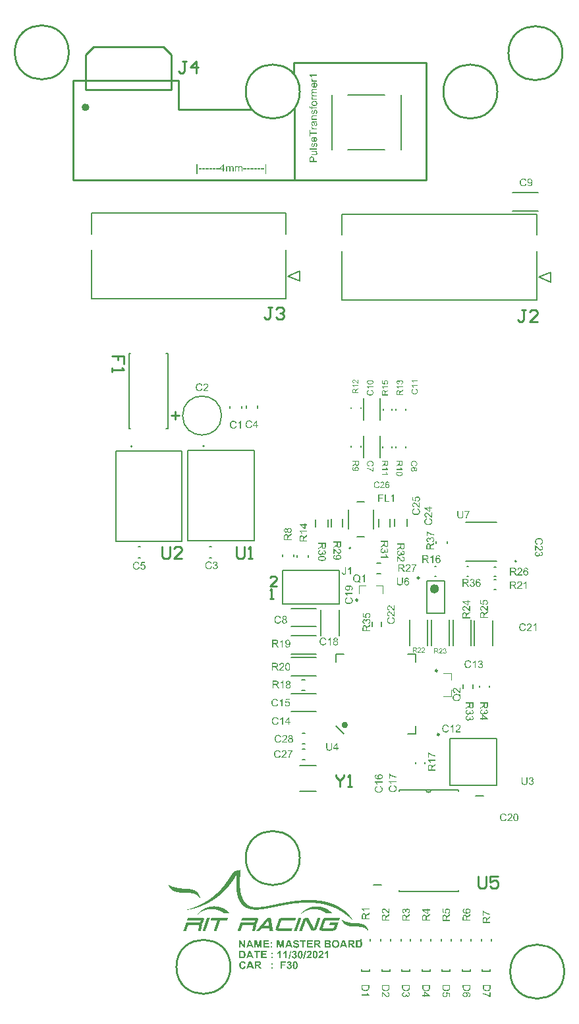
<source format=gto>
G04*
G04 #@! TF.GenerationSoftware,Altium Limited,Altium Designer,21.7.2 (23)*
G04*
G04 Layer_Color=65535*
%FSLAX25Y25*%
%MOIN*%
G70*
G04*
G04 #@! TF.SameCoordinates,186AB076-094B-42DB-82BF-AC498878BA60*
G04*
G04*
G04 #@! TF.FilePolarity,Positive*
G04*
G01*
G75*
%ADD10C,0.01000*%
%ADD11C,0.02362*%
%ADD12C,0.00500*%
%ADD13C,0.00787*%
%ADD14C,0.01575*%
%ADD15C,0.00600*%
%ADD16C,0.00984*%
%ADD17C,0.00800*%
%ADD18C,0.00394*%
G36*
X-202813Y61551D02*
X-202773D01*
Y61512D01*
X-202695D01*
Y61472D01*
X-202655D01*
Y61433D01*
X-202577D01*
Y61394D01*
X-202498D01*
Y61354D01*
X-202419D01*
Y61315D01*
X-202380D01*
Y61276D01*
X-202301D01*
Y61236D01*
X-202222D01*
Y61197D01*
X-202144D01*
Y61157D01*
X-202065D01*
Y61118D01*
X-201986D01*
Y61079D01*
X-201907D01*
Y61039D01*
X-201829D01*
Y61000D01*
X-201750D01*
Y60961D01*
X-201632D01*
Y60921D01*
X-201553D01*
Y60882D01*
X-201474D01*
Y60843D01*
X-201396D01*
Y60803D01*
X-201278D01*
Y60764D01*
X-201199D01*
Y60725D01*
X-201081D01*
Y60685D01*
X-201002D01*
Y60646D01*
X-200884D01*
Y60606D01*
X-200766D01*
Y60567D01*
X-200648D01*
Y60528D01*
X-200569D01*
Y60488D01*
X-200451D01*
Y60449D01*
X-200333D01*
Y60410D01*
X-200176D01*
Y60370D01*
X-200058D01*
Y60331D01*
X-199939D01*
Y60291D01*
X-199821D01*
Y60252D01*
X-199664D01*
Y60213D01*
X-199506D01*
Y60173D01*
X-199388D01*
Y60134D01*
X-199231D01*
Y60095D01*
X-199074D01*
Y60055D01*
X-198877D01*
Y60016D01*
X-198719D01*
Y59977D01*
X-198522D01*
Y59937D01*
X-198326D01*
Y59898D01*
X-198129D01*
Y59859D01*
X-197893D01*
Y59819D01*
X-197656D01*
Y59780D01*
X-197420D01*
Y59740D01*
X-197145D01*
Y59701D01*
X-196830D01*
Y59662D01*
X-196476D01*
Y59622D01*
X-196043D01*
Y59583D01*
X-195452D01*
Y59544D01*
X-194429D01*
Y59504D01*
X-193523D01*
Y59465D01*
X-192972D01*
Y59425D01*
X-192579D01*
Y59386D01*
X-192264D01*
Y59347D01*
X-191988D01*
Y59307D01*
X-191752D01*
Y59268D01*
X-191516D01*
Y59229D01*
X-191319D01*
Y59189D01*
X-191122D01*
Y59150D01*
X-190965D01*
Y59111D01*
X-190807D01*
Y59071D01*
X-190689D01*
Y59032D01*
X-190532D01*
Y58992D01*
X-190414D01*
Y58953D01*
X-190296D01*
Y58914D01*
X-190178D01*
Y58874D01*
X-190060D01*
Y58835D01*
X-189981D01*
Y58796D01*
X-189863D01*
Y58756D01*
X-189784D01*
Y58717D01*
X-189666D01*
Y58678D01*
X-189587D01*
Y58638D01*
X-189508D01*
Y58599D01*
X-189430D01*
Y58560D01*
X-189351D01*
Y58520D01*
X-189272D01*
Y58481D01*
X-189233D01*
Y58442D01*
X-189154D01*
Y58402D01*
X-189076D01*
Y58363D01*
X-189036D01*
Y58323D01*
X-188958D01*
Y58284D01*
X-188918D01*
Y58245D01*
X-188839D01*
Y58205D01*
X-188800D01*
Y58166D01*
X-188721D01*
Y58127D01*
X-188682D01*
Y58087D01*
X-188643D01*
Y58048D01*
X-188603D01*
Y58008D01*
X-188524D01*
Y57969D01*
X-188485D01*
Y57930D01*
X-188446D01*
Y57890D01*
X-188406D01*
Y57851D01*
X-188367D01*
Y57812D01*
X-188328D01*
Y57772D01*
X-188288D01*
Y57733D01*
X-188249D01*
Y57694D01*
X-188210D01*
Y57654D01*
X-188170D01*
Y57615D01*
X-188131D01*
Y57576D01*
X-188092D01*
Y57536D01*
X-188052D01*
Y57497D01*
X-188013D01*
Y57457D01*
Y57418D01*
X-187973D01*
Y57379D01*
X-187934D01*
Y57339D01*
X-187895D01*
Y57300D01*
X-187855D01*
Y57261D01*
Y57221D01*
X-187816D01*
Y57182D01*
X-187777D01*
Y57143D01*
Y57103D01*
X-187737D01*
Y57064D01*
X-187698D01*
Y57025D01*
Y56985D01*
X-187659D01*
Y56946D01*
X-187619D01*
Y56906D01*
Y56867D01*
X-187580D01*
Y56828D01*
X-187540D01*
Y56788D01*
Y56749D01*
X-187501D01*
Y56710D01*
Y56670D01*
X-187462D01*
Y56631D01*
Y56591D01*
X-187422D01*
Y56552D01*
Y56513D01*
X-187383D01*
Y56473D01*
X-187344D01*
Y56434D01*
Y56395D01*
X-187304D01*
Y56355D01*
Y56316D01*
X-187265D01*
Y56277D01*
Y56237D01*
Y56198D01*
X-187226D01*
Y56159D01*
Y56119D01*
X-187186D01*
Y56080D01*
Y56040D01*
X-187147D01*
Y56001D01*
Y55962D01*
X-187108D01*
Y55922D01*
Y55883D01*
Y55844D01*
X-187068D01*
Y55804D01*
Y55765D01*
X-187029D01*
Y55726D01*
Y55686D01*
Y55647D01*
X-186989D01*
Y55607D01*
Y55568D01*
X-186950D01*
Y55529D01*
Y55489D01*
Y55450D01*
X-186911D01*
Y55411D01*
Y55371D01*
Y55332D01*
X-186871D01*
Y55292D01*
Y55253D01*
Y55214D01*
X-186832D01*
Y55174D01*
Y55135D01*
X-186793D01*
Y55096D01*
Y55056D01*
Y55017D01*
X-186753D01*
Y54978D01*
Y54938D01*
X-186989D01*
Y54978D01*
X-187068D01*
Y55017D01*
X-187147D01*
Y55056D01*
X-187226D01*
Y55096D01*
X-187265D01*
Y55135D01*
X-187304D01*
Y55174D01*
X-187344D01*
Y55214D01*
X-187383D01*
Y55253D01*
X-187422D01*
Y55292D01*
X-187462D01*
Y55332D01*
X-187501D01*
Y55371D01*
X-187540D01*
Y55411D01*
X-187580D01*
Y55450D01*
X-187619D01*
Y55489D01*
X-187659D01*
Y55529D01*
X-187698D01*
Y55568D01*
Y55607D01*
X-187737D01*
Y55647D01*
X-187777D01*
Y55686D01*
X-187816D01*
Y55726D01*
X-187855D01*
Y55765D01*
X-187895D01*
Y55804D01*
X-187934D01*
Y55844D01*
X-187973D01*
Y55883D01*
X-188013D01*
Y55922D01*
X-188052D01*
Y55962D01*
X-188092D01*
Y56001D01*
X-188131D01*
Y56040D01*
X-188170D01*
Y56080D01*
X-188249D01*
Y56119D01*
X-188288D01*
Y56159D01*
X-188328D01*
Y56198D01*
X-188367D01*
Y56237D01*
X-188446D01*
Y56277D01*
X-188485D01*
Y56316D01*
X-188524D01*
Y56355D01*
X-188603D01*
Y56395D01*
X-188682D01*
Y56434D01*
X-188721D01*
Y56473D01*
X-188800D01*
Y56513D01*
X-188879D01*
Y56552D01*
X-188918D01*
Y56591D01*
X-188997D01*
Y56631D01*
X-189076D01*
Y56670D01*
X-189194D01*
Y56710D01*
X-189272D01*
Y56749D01*
X-189351D01*
Y56788D01*
X-189469D01*
Y56828D01*
X-189548D01*
Y56867D01*
X-189666D01*
Y56906D01*
X-189784D01*
Y56946D01*
X-189902D01*
Y56985D01*
X-190060D01*
Y57025D01*
X-190178D01*
Y57064D01*
X-190335D01*
Y57103D01*
X-190532D01*
Y57143D01*
X-190689D01*
Y57182D01*
X-190926D01*
Y57221D01*
X-191162D01*
Y57261D01*
X-191437D01*
Y57300D01*
X-191752D01*
Y57339D01*
X-192185D01*
Y57379D01*
X-192894D01*
Y57418D01*
X-195216D01*
Y57457D01*
X-196003D01*
Y57497D01*
X-196554D01*
Y57536D01*
X-196948D01*
Y57576D01*
X-197302D01*
Y57615D01*
X-197578D01*
Y57654D01*
X-197853D01*
Y57694D01*
X-198089D01*
Y57733D01*
X-198286D01*
Y57772D01*
X-198483D01*
Y57812D01*
X-198641D01*
Y57851D01*
X-198798D01*
Y57890D01*
X-198955D01*
Y57930D01*
X-199113D01*
Y57969D01*
X-199231D01*
Y58008D01*
X-199349D01*
Y58048D01*
X-199467D01*
Y58087D01*
X-199585D01*
Y58127D01*
X-199703D01*
Y58166D01*
X-199782D01*
Y58205D01*
X-199900D01*
Y58245D01*
X-199979D01*
Y58284D01*
X-200058D01*
Y58323D01*
X-200136D01*
Y58363D01*
X-200215D01*
Y58402D01*
X-200294D01*
Y58442D01*
X-200372D01*
Y58481D01*
X-200451D01*
Y58520D01*
X-200530D01*
Y58560D01*
X-200569D01*
Y58599D01*
X-200648D01*
Y58638D01*
X-200687D01*
Y58678D01*
X-200766D01*
Y58717D01*
X-200805D01*
Y58756D01*
X-200884D01*
Y58796D01*
X-200923D01*
Y58835D01*
X-201002D01*
Y58874D01*
X-201042D01*
Y58914D01*
X-201081D01*
Y58953D01*
X-201120D01*
Y58992D01*
X-201160D01*
Y59032D01*
X-201238D01*
Y59071D01*
X-201278D01*
Y59111D01*
X-201317D01*
Y59150D01*
X-201356D01*
Y59189D01*
X-201396D01*
Y59229D01*
X-201435D01*
Y59268D01*
X-201474D01*
Y59307D01*
X-201514D01*
Y59347D01*
X-201553D01*
Y59386D01*
X-201593D01*
Y59425D01*
X-201632D01*
Y59465D01*
X-201671D01*
Y59504D01*
Y59544D01*
X-201711D01*
Y59583D01*
X-201750D01*
Y59622D01*
X-201789D01*
Y59662D01*
X-201829D01*
Y59701D01*
Y59740D01*
X-201868D01*
Y59780D01*
X-201907D01*
Y59819D01*
X-201947D01*
Y59859D01*
Y59898D01*
X-201986D01*
Y59937D01*
X-202026D01*
Y59977D01*
Y60016D01*
X-202065D01*
Y60055D01*
X-202104D01*
Y60095D01*
Y60134D01*
X-202144D01*
Y60173D01*
X-202183D01*
Y60213D01*
Y60252D01*
X-202222D01*
Y60291D01*
X-202262D01*
Y60331D01*
Y60370D01*
X-202301D01*
Y60410D01*
Y60449D01*
X-202341D01*
Y60488D01*
Y60528D01*
X-202380D01*
Y60567D01*
Y60606D01*
X-202419D01*
Y60646D01*
X-202459D01*
Y60685D01*
Y60725D01*
X-202498D01*
Y60764D01*
Y60803D01*
X-202537D01*
Y60843D01*
Y60882D01*
X-202577D01*
Y60921D01*
Y60961D01*
Y61000D01*
X-202616D01*
Y61039D01*
Y61079D01*
X-202655D01*
Y61118D01*
Y61157D01*
X-202695D01*
Y61197D01*
Y61236D01*
X-202734D01*
Y61276D01*
Y61315D01*
X-202773D01*
Y61354D01*
Y61394D01*
Y61433D01*
X-202813D01*
Y61472D01*
Y61512D01*
X-202852D01*
Y61551D01*
Y61590D01*
X-202813D01*
Y61551D01*
D02*
G37*
G36*
X-179314Y50608D02*
X-178684D01*
Y50569D01*
X-178330D01*
Y50530D01*
X-178054D01*
Y50490D01*
X-177818D01*
Y50451D01*
X-177621D01*
Y50412D01*
X-177425D01*
Y50372D01*
X-177267D01*
Y50333D01*
X-177110D01*
Y50294D01*
X-176952D01*
Y50254D01*
X-176795D01*
Y50215D01*
X-176677D01*
Y50175D01*
X-176558D01*
Y50136D01*
X-176401D01*
Y50097D01*
X-176283D01*
Y50057D01*
X-176165D01*
Y50018D01*
X-176086D01*
Y49979D01*
X-175968D01*
Y49939D01*
X-175850D01*
Y49900D01*
X-175771D01*
Y49861D01*
X-175653D01*
Y49821D01*
X-175575D01*
Y49782D01*
X-175496D01*
Y49742D01*
X-175378D01*
Y49703D01*
X-175299D01*
Y49664D01*
X-175220D01*
Y49624D01*
X-175142D01*
Y49585D01*
X-175063D01*
Y49546D01*
X-174984D01*
Y49506D01*
X-174905D01*
Y49467D01*
X-174827D01*
Y49428D01*
X-174748D01*
Y49388D01*
X-174669D01*
Y49349D01*
X-174590D01*
Y49310D01*
X-174512D01*
Y49270D01*
X-174472D01*
Y49231D01*
X-174394D01*
Y49191D01*
X-174315D01*
Y49152D01*
X-174276D01*
Y49113D01*
X-174197D01*
Y49073D01*
X-174118D01*
Y49034D01*
X-174079D01*
Y48995D01*
X-174000D01*
Y48955D01*
X-173961D01*
Y48916D01*
X-173882D01*
Y48877D01*
X-173843D01*
Y48837D01*
X-173764D01*
Y48798D01*
X-173724D01*
Y48759D01*
X-173646D01*
Y48719D01*
X-173606D01*
Y48680D01*
X-173567D01*
Y48640D01*
X-173488D01*
Y48601D01*
X-173449D01*
Y48562D01*
X-173410D01*
Y48522D01*
X-173331D01*
Y48483D01*
X-173292D01*
Y48444D01*
X-173252D01*
Y48404D01*
X-173173D01*
Y48365D01*
X-173134D01*
Y48325D01*
X-173095D01*
Y48286D01*
X-173055D01*
Y48247D01*
X-172977D01*
Y48207D01*
X-172937D01*
Y48168D01*
X-172898D01*
Y48129D01*
X-172859D01*
Y48089D01*
X-172819D01*
Y48050D01*
X-172780D01*
Y48011D01*
X-172740D01*
Y47971D01*
X-172701D01*
Y47932D01*
X-172622D01*
Y47892D01*
X-172583D01*
Y47853D01*
X-172544D01*
Y47814D01*
X-172504D01*
Y47774D01*
X-172465D01*
Y47735D01*
X-172425D01*
Y47696D01*
X-172386D01*
Y47656D01*
X-172347D01*
Y47617D01*
X-172308D01*
Y47578D01*
X-172268D01*
Y47538D01*
X-172229D01*
Y47499D01*
X-172189D01*
Y47460D01*
X-172150D01*
Y47420D01*
X-172111D01*
Y47381D01*
Y47341D01*
X-172071D01*
Y47302D01*
X-172032D01*
Y47263D01*
X-171993D01*
Y47223D01*
X-175023D01*
Y47263D01*
X-175102D01*
Y47302D01*
X-175142D01*
Y47341D01*
X-175181D01*
Y47381D01*
X-175260D01*
Y47420D01*
X-175299D01*
Y47460D01*
X-175378D01*
Y47499D01*
X-175417D01*
Y47538D01*
X-175496D01*
Y47578D01*
X-175535D01*
Y47617D01*
X-175614D01*
Y47656D01*
X-175693D01*
Y47696D01*
X-175732D01*
Y47735D01*
X-175811D01*
Y47774D01*
X-175889D01*
Y47814D01*
X-175929D01*
Y47853D01*
X-176007D01*
Y47892D01*
X-176086D01*
Y47932D01*
X-176165D01*
Y47971D01*
X-176244D01*
Y48011D01*
X-176322D01*
Y48050D01*
X-176401D01*
Y48089D01*
X-176441D01*
Y48129D01*
X-176558D01*
Y48168D01*
X-176637D01*
Y48207D01*
X-176716D01*
Y48247D01*
X-176795D01*
Y48286D01*
X-176873D01*
Y48325D01*
X-176952D01*
Y48365D01*
X-177070D01*
Y48404D01*
X-177149D01*
Y48444D01*
X-177267D01*
Y48483D01*
X-177346D01*
Y48522D01*
X-177464D01*
Y48562D01*
X-177582D01*
Y48601D01*
X-177661D01*
Y48640D01*
X-177779D01*
Y48680D01*
X-177897D01*
Y48719D01*
X-178015D01*
Y48759D01*
X-178172D01*
Y48798D01*
X-178290D01*
Y48837D01*
X-178448D01*
Y48877D01*
X-178605D01*
Y48916D01*
X-178763D01*
Y48955D01*
X-178960D01*
Y48995D01*
X-179156D01*
Y49034D01*
X-179353D01*
Y49073D01*
X-179629D01*
Y49113D01*
X-179904D01*
Y49152D01*
X-180337D01*
Y49191D01*
X-181833D01*
Y49152D01*
X-182227D01*
Y49113D01*
X-182542D01*
Y49073D01*
X-182778D01*
Y49034D01*
X-183014D01*
Y48995D01*
X-183211D01*
Y48955D01*
X-183368D01*
Y48916D01*
X-183526D01*
Y48877D01*
X-183683D01*
Y48837D01*
X-183841D01*
Y48798D01*
X-183958D01*
Y48759D01*
X-184116D01*
Y48719D01*
X-184234D01*
Y48680D01*
X-184352D01*
Y48640D01*
X-184470D01*
Y48601D01*
X-184588D01*
Y48562D01*
X-184667D01*
Y48522D01*
X-184785D01*
Y48483D01*
X-184864D01*
Y48444D01*
X-184982D01*
Y48404D01*
X-185061D01*
Y48365D01*
X-185179D01*
Y48325D01*
X-185257D01*
Y48286D01*
X-185336D01*
Y48247D01*
X-185415D01*
Y48207D01*
X-185494D01*
Y48168D01*
X-185572D01*
Y48129D01*
X-185651D01*
Y48089D01*
X-185730D01*
Y48050D01*
X-185809D01*
Y48011D01*
X-185887D01*
Y47971D01*
X-185966D01*
Y47932D01*
X-186005D01*
Y47892D01*
X-186084D01*
Y47853D01*
X-186163D01*
Y47814D01*
X-186241D01*
Y47774D01*
X-186281D01*
Y47735D01*
X-186360D01*
Y47696D01*
X-186438D01*
Y47656D01*
X-186478D01*
Y47617D01*
X-186556D01*
Y47578D01*
X-186596D01*
Y47538D01*
X-186674D01*
Y47499D01*
X-186714D01*
Y47460D01*
X-186793D01*
Y47420D01*
X-186832D01*
Y47381D01*
X-186871D01*
Y47341D01*
X-186950D01*
Y47302D01*
X-186989D01*
Y47263D01*
X-187068D01*
Y47223D01*
X-187108D01*
Y47184D01*
X-187147D01*
Y47145D01*
X-187226D01*
Y47105D01*
X-187265D01*
Y47066D01*
X-187304D01*
Y47027D01*
X-187344D01*
Y46987D01*
X-187422D01*
Y46948D01*
X-187462D01*
Y46909D01*
X-187501D01*
Y46869D01*
X-187540D01*
Y46830D01*
X-187580D01*
Y46790D01*
X-187619D01*
Y46751D01*
X-187698D01*
Y46712D01*
X-187737D01*
Y46672D01*
X-187777D01*
Y46633D01*
X-187816D01*
Y46594D01*
X-187855D01*
Y46554D01*
X-187895D01*
Y46594D01*
Y46633D01*
X-187855D01*
Y46672D01*
X-187816D01*
Y46712D01*
X-187777D01*
Y46751D01*
Y46790D01*
X-187737D01*
Y46830D01*
X-187698D01*
Y46869D01*
X-187659D01*
Y46909D01*
X-187619D01*
Y46948D01*
Y46987D01*
X-187580D01*
Y47027D01*
X-187540D01*
Y47066D01*
X-187501D01*
Y47105D01*
X-187462D01*
Y47145D01*
X-187422D01*
Y47184D01*
X-187383D01*
Y47223D01*
Y47263D01*
X-187344D01*
Y47302D01*
X-187304D01*
Y47341D01*
X-187265D01*
Y47381D01*
X-187226D01*
Y47420D01*
X-187186D01*
Y47460D01*
X-187147D01*
Y47499D01*
X-187108D01*
Y47538D01*
X-187068D01*
Y47578D01*
X-187029D01*
Y47617D01*
X-186989D01*
Y47656D01*
X-186950D01*
Y47696D01*
X-186911D01*
Y47735D01*
X-186871D01*
Y47774D01*
X-186832D01*
Y47814D01*
X-186793D01*
Y47853D01*
X-186753D01*
Y47892D01*
X-186714D01*
Y47932D01*
X-186674D01*
Y47971D01*
X-186635D01*
Y48011D01*
X-186596D01*
Y48050D01*
X-186556D01*
Y48089D01*
X-186517D01*
Y48129D01*
X-186438D01*
Y48168D01*
X-186399D01*
Y48207D01*
X-186360D01*
Y48247D01*
X-186320D01*
Y48286D01*
X-186281D01*
Y48325D01*
X-186241D01*
Y48365D01*
X-186163D01*
Y48404D01*
X-186123D01*
Y48444D01*
X-186084D01*
Y48483D01*
X-186045D01*
Y48522D01*
X-185966D01*
Y48562D01*
X-185927D01*
Y48601D01*
X-185887D01*
Y48640D01*
X-185809D01*
Y48680D01*
X-185769D01*
Y48719D01*
X-185690D01*
Y48759D01*
X-185651D01*
Y48798D01*
X-185612D01*
Y48837D01*
X-185533D01*
Y48877D01*
X-185494D01*
Y48916D01*
X-185415D01*
Y48955D01*
X-185376D01*
Y48995D01*
X-185297D01*
Y49034D01*
X-185218D01*
Y49073D01*
X-185179D01*
Y49113D01*
X-185100D01*
Y49152D01*
X-185061D01*
Y49191D01*
X-184982D01*
Y49231D01*
X-184903D01*
Y49270D01*
X-184825D01*
Y49310D01*
X-184785D01*
Y49349D01*
X-184706D01*
Y49388D01*
X-184628D01*
Y49428D01*
X-184549D01*
Y49467D01*
X-184470D01*
Y49506D01*
X-184391D01*
Y49546D01*
X-184313D01*
Y49585D01*
X-184234D01*
Y49624D01*
X-184155D01*
Y49664D01*
X-184077D01*
Y49703D01*
X-183998D01*
Y49742D01*
X-183880D01*
Y49782D01*
X-183801D01*
Y49821D01*
X-183722D01*
Y49861D01*
X-183604D01*
Y49900D01*
X-183526D01*
Y49939D01*
X-183407D01*
Y49979D01*
X-183289D01*
Y50018D01*
X-183171D01*
Y50057D01*
X-183093D01*
Y50097D01*
X-182975D01*
Y50136D01*
X-182817D01*
Y50175D01*
X-182699D01*
Y50215D01*
X-182581D01*
Y50254D01*
X-182423D01*
Y50294D01*
X-182266D01*
Y50333D01*
X-182108D01*
Y50372D01*
X-181951D01*
Y50412D01*
X-181754D01*
Y50451D01*
X-181558D01*
Y50490D01*
X-181321D01*
Y50530D01*
X-181006D01*
Y50569D01*
X-180652D01*
Y50608D01*
X-180062D01*
Y50648D01*
X-179314D01*
Y50608D01*
D02*
G37*
G36*
X-127041Y50530D02*
X-126608D01*
Y50490D01*
X-126294D01*
Y50451D01*
X-126018D01*
Y50412D01*
X-125821D01*
Y50372D01*
X-125624D01*
Y50333D01*
X-125428D01*
Y50294D01*
X-125270D01*
Y50254D01*
X-125113D01*
Y50215D01*
X-124955D01*
Y50175D01*
X-124837D01*
Y50136D01*
X-124680D01*
Y50097D01*
X-124562D01*
Y50057D01*
X-124444D01*
Y50018D01*
X-124326D01*
Y49979D01*
X-124207D01*
Y49939D01*
X-124129D01*
Y49900D01*
X-124011D01*
Y49861D01*
X-123892D01*
Y49821D01*
X-123814D01*
Y49782D01*
X-123696D01*
Y49742D01*
X-123617D01*
Y49703D01*
X-123538D01*
Y49664D01*
X-123459D01*
Y49624D01*
X-123341D01*
Y49585D01*
X-123263D01*
Y49546D01*
X-123184D01*
Y49506D01*
X-123105D01*
Y49467D01*
X-123027D01*
Y49428D01*
X-122948D01*
Y49388D01*
X-122869D01*
Y49349D01*
X-122790D01*
Y49310D01*
X-122751D01*
Y49270D01*
X-122672D01*
Y49231D01*
X-122594D01*
Y49191D01*
X-122515D01*
Y49152D01*
X-122476D01*
Y49113D01*
X-122397D01*
Y49073D01*
X-122318D01*
Y49034D01*
X-122279D01*
Y48995D01*
X-122200D01*
Y48955D01*
X-122161D01*
Y48916D01*
X-122082D01*
Y48877D01*
X-122043D01*
Y48837D01*
X-121964D01*
Y48798D01*
X-121924D01*
Y48759D01*
X-121846D01*
Y48719D01*
X-121806D01*
Y48680D01*
X-121728D01*
Y48640D01*
X-121688D01*
Y48601D01*
X-121649D01*
Y48562D01*
X-121570D01*
Y48522D01*
X-121531D01*
Y48483D01*
X-121491D01*
Y48444D01*
X-121413D01*
Y48404D01*
X-121373D01*
Y48365D01*
X-121334D01*
Y48325D01*
X-121295D01*
Y48286D01*
X-121216D01*
Y48247D01*
X-121177D01*
Y48207D01*
X-121137D01*
Y48168D01*
X-121098D01*
Y48129D01*
X-121058D01*
Y48089D01*
X-120980D01*
Y48050D01*
X-120940D01*
Y48011D01*
X-120901D01*
Y47971D01*
X-120862D01*
Y47932D01*
X-120822D01*
Y47892D01*
X-120783D01*
Y47853D01*
X-120744D01*
Y47814D01*
X-120704D01*
Y47774D01*
X-120665D01*
Y47735D01*
X-120625D01*
Y47696D01*
X-120586D01*
Y47656D01*
X-120547D01*
Y47617D01*
X-120507D01*
Y47578D01*
X-120468D01*
Y47538D01*
X-120429D01*
Y47499D01*
X-120389D01*
Y47460D01*
X-120350D01*
Y47420D01*
X-120311D01*
Y47381D01*
X-120271D01*
Y47341D01*
X-120232D01*
Y47302D01*
X-120193D01*
Y47263D01*
X-120153D01*
Y47223D01*
X-120114D01*
Y47184D01*
X-123105D01*
Y47223D01*
X-123184D01*
Y47263D01*
X-123223D01*
Y47302D01*
X-123263D01*
Y47341D01*
X-123341D01*
Y47381D01*
X-123381D01*
Y47420D01*
X-123459D01*
Y47460D01*
X-123499D01*
Y47499D01*
X-123578D01*
Y47538D01*
X-123617D01*
Y47578D01*
X-123696D01*
Y47617D01*
X-123774D01*
Y47656D01*
X-123814D01*
Y47696D01*
X-123892D01*
Y47735D01*
X-123971D01*
Y47774D01*
X-124011D01*
Y47814D01*
X-124089D01*
Y47853D01*
X-124168D01*
Y47892D01*
X-124247D01*
Y47932D01*
X-124286D01*
Y47971D01*
X-124365D01*
Y48011D01*
X-124444D01*
Y48050D01*
X-124522D01*
Y48089D01*
X-124601D01*
Y48129D01*
X-124680D01*
Y48168D01*
X-124758D01*
Y48207D01*
X-124876D01*
Y48247D01*
X-124955D01*
Y48286D01*
X-125034D01*
Y48325D01*
X-125113D01*
Y48365D01*
X-125231D01*
Y48404D01*
X-125310D01*
Y48444D01*
X-125428D01*
Y48483D01*
X-125506D01*
Y48522D01*
X-125624D01*
Y48562D01*
X-125742D01*
Y48601D01*
X-125861D01*
Y48640D01*
X-125979D01*
Y48680D01*
X-126097D01*
Y48719D01*
X-126215D01*
Y48759D01*
X-126372D01*
Y48798D01*
X-126490D01*
Y48837D01*
X-126648D01*
Y48877D01*
X-126845D01*
Y48916D01*
X-127002D01*
Y48955D01*
X-127199D01*
Y48995D01*
X-127435D01*
Y49034D01*
X-127671D01*
Y49073D01*
X-127986D01*
Y49113D01*
X-128419D01*
Y49152D01*
X-129836D01*
Y49113D01*
X-130269D01*
Y49073D01*
X-130545D01*
Y49034D01*
X-130820D01*
Y48995D01*
X-131017D01*
Y48955D01*
X-131214D01*
Y48916D01*
X-131371D01*
Y48877D01*
X-131568D01*
Y48837D01*
X-131686D01*
Y48798D01*
X-131844D01*
Y48759D01*
X-132001D01*
Y48719D01*
X-132119D01*
Y48680D01*
X-132237D01*
Y48640D01*
X-132355D01*
Y48601D01*
X-132473D01*
Y48562D01*
X-132591D01*
Y48522D01*
X-132670D01*
Y48483D01*
X-132788D01*
Y48444D01*
X-132867D01*
Y48404D01*
X-132985D01*
Y48365D01*
X-133064D01*
Y48325D01*
X-133142D01*
Y48286D01*
X-133261D01*
Y48247D01*
X-133339D01*
Y48207D01*
X-133418D01*
Y48168D01*
X-133497D01*
Y48129D01*
X-133575D01*
Y48089D01*
X-133654D01*
Y48050D01*
X-133733D01*
Y48011D01*
X-133812D01*
Y47971D01*
X-133890D01*
Y47932D01*
X-133930D01*
Y47892D01*
X-134008D01*
Y47853D01*
X-134087D01*
Y47814D01*
X-134166D01*
Y47774D01*
X-134205D01*
Y47735D01*
X-134284D01*
Y47696D01*
X-134363D01*
Y47656D01*
X-134402D01*
Y47617D01*
X-134481D01*
Y47578D01*
X-134520D01*
Y47538D01*
X-134599D01*
Y47499D01*
X-134638D01*
Y47460D01*
X-134717D01*
Y47420D01*
X-134756D01*
Y47381D01*
X-134835D01*
Y47341D01*
X-134874D01*
Y47302D01*
X-134914D01*
Y47263D01*
X-134993D01*
Y47223D01*
X-135032D01*
Y47184D01*
X-135071D01*
Y47145D01*
X-135150D01*
Y47105D01*
X-135189D01*
Y47066D01*
X-135229D01*
Y47027D01*
X-135268D01*
Y46987D01*
X-135347D01*
Y46948D01*
X-135386D01*
Y46909D01*
X-135425D01*
Y46869D01*
X-135465D01*
Y46830D01*
X-135504D01*
Y46790D01*
X-135583D01*
Y46751D01*
X-135622D01*
Y46712D01*
X-135662D01*
Y46672D01*
X-135701D01*
Y46633D01*
X-135740D01*
Y46594D01*
X-135780D01*
Y46554D01*
X-135819D01*
Y46594D01*
Y46633D01*
X-135780D01*
Y46672D01*
X-135740D01*
Y46712D01*
X-135701D01*
Y46751D01*
Y46790D01*
X-135662D01*
Y46830D01*
X-135622D01*
Y46869D01*
X-135583D01*
Y46909D01*
Y46948D01*
X-135544D01*
Y46987D01*
X-135504D01*
Y47027D01*
X-135465D01*
Y47066D01*
X-135425D01*
Y47105D01*
X-135386D01*
Y47145D01*
Y47184D01*
X-135347D01*
Y47223D01*
X-135307D01*
Y47263D01*
X-135268D01*
Y47302D01*
X-135229D01*
Y47341D01*
X-135189D01*
Y47381D01*
X-135150D01*
Y47420D01*
X-135111D01*
Y47460D01*
X-135071D01*
Y47499D01*
X-135032D01*
Y47538D01*
X-134993D01*
Y47578D01*
X-134953D01*
Y47617D01*
X-134914D01*
Y47656D01*
X-134874D01*
Y47696D01*
X-134835D01*
Y47735D01*
X-134796D01*
Y47774D01*
X-134756D01*
Y47814D01*
X-134717D01*
Y47853D01*
X-134678D01*
Y47892D01*
X-134638D01*
Y47932D01*
X-134599D01*
Y47971D01*
X-134560D01*
Y48011D01*
X-134520D01*
Y48050D01*
X-134481D01*
Y48089D01*
X-134441D01*
Y48129D01*
X-134402D01*
Y48168D01*
X-134323D01*
Y48207D01*
X-134284D01*
Y48247D01*
X-134245D01*
Y48286D01*
X-134205D01*
Y48325D01*
X-134166D01*
Y48365D01*
X-134087D01*
Y48404D01*
X-134048D01*
Y48444D01*
X-134008D01*
Y48483D01*
X-133930D01*
Y48522D01*
X-133890D01*
Y48562D01*
X-133851D01*
Y48601D01*
X-133772D01*
Y48640D01*
X-133733D01*
Y48680D01*
X-133694D01*
Y48719D01*
X-133615D01*
Y48759D01*
X-133575D01*
Y48798D01*
X-133497D01*
Y48837D01*
X-133457D01*
Y48877D01*
X-133379D01*
Y48916D01*
X-133339D01*
Y48955D01*
X-133261D01*
Y48995D01*
X-133221D01*
Y49034D01*
X-133142D01*
Y49073D01*
X-133064D01*
Y49113D01*
X-133024D01*
Y49152D01*
X-132946D01*
Y49191D01*
X-132867D01*
Y49231D01*
X-132828D01*
Y49270D01*
X-132749D01*
Y49310D01*
X-132670D01*
Y49349D01*
X-132591D01*
Y49388D01*
X-132513D01*
Y49428D01*
X-132434D01*
Y49467D01*
X-132355D01*
Y49506D01*
X-132276D01*
Y49546D01*
X-132198D01*
Y49585D01*
X-132119D01*
Y49624D01*
X-132040D01*
Y49664D01*
X-131962D01*
Y49703D01*
X-131844D01*
Y49742D01*
X-131765D01*
Y49782D01*
X-131686D01*
Y49821D01*
X-131568D01*
Y49861D01*
X-131489D01*
Y49900D01*
X-131371D01*
Y49939D01*
X-131253D01*
Y49979D01*
X-131135D01*
Y50018D01*
X-131017D01*
Y50057D01*
X-130899D01*
Y50097D01*
X-130781D01*
Y50136D01*
X-130663D01*
Y50175D01*
X-130505D01*
Y50215D01*
X-130387D01*
Y50254D01*
X-130230D01*
Y50294D01*
X-130033D01*
Y50333D01*
X-129876D01*
Y50372D01*
X-129679D01*
Y50412D01*
X-129443D01*
Y50451D01*
X-129206D01*
Y50490D01*
X-128891D01*
Y50530D01*
X-128419D01*
Y50569D01*
X-127041D01*
Y50530D01*
D02*
G37*
G36*
X-166285Y68912D02*
Y68872D01*
Y68833D01*
Y68794D01*
X-166324D01*
Y68754D01*
Y68715D01*
Y68676D01*
Y68636D01*
Y68597D01*
Y68557D01*
Y68518D01*
Y68479D01*
Y68439D01*
Y68400D01*
Y68361D01*
Y68321D01*
X-166364D01*
Y68282D01*
Y68243D01*
Y68203D01*
Y68164D01*
Y68125D01*
Y68085D01*
Y68046D01*
Y68006D01*
Y67967D01*
Y67928D01*
Y67888D01*
Y67849D01*
Y67810D01*
X-166403D01*
Y67770D01*
Y67731D01*
Y67691D01*
Y67652D01*
Y67613D01*
Y67573D01*
Y67534D01*
Y67495D01*
Y67455D01*
Y67416D01*
Y67377D01*
Y67337D01*
Y67298D01*
X-166443D01*
Y67259D01*
Y67219D01*
Y67180D01*
Y67140D01*
Y67101D01*
Y67062D01*
Y67022D01*
Y66983D01*
Y66944D01*
Y66904D01*
Y66865D01*
Y66825D01*
Y66786D01*
Y66747D01*
X-166482D01*
Y66707D01*
Y66668D01*
Y66629D01*
Y66589D01*
Y66550D01*
Y66511D01*
Y66471D01*
Y66432D01*
Y66393D01*
Y66353D01*
Y66314D01*
Y66274D01*
Y66235D01*
Y66196D01*
Y66156D01*
X-166521D01*
Y66117D01*
Y66078D01*
Y66038D01*
Y65999D01*
Y65960D01*
Y65920D01*
Y65881D01*
Y65842D01*
Y65802D01*
Y65763D01*
Y65723D01*
Y65684D01*
Y65645D01*
Y65605D01*
Y65566D01*
Y65527D01*
Y65487D01*
X-166561D01*
Y65448D01*
Y65408D01*
Y65369D01*
Y65330D01*
Y65290D01*
Y65251D01*
Y65212D01*
Y65172D01*
Y65133D01*
Y65094D01*
Y65054D01*
Y65015D01*
Y64976D01*
Y64936D01*
Y64897D01*
Y64857D01*
Y64818D01*
Y64779D01*
Y64739D01*
Y64700D01*
Y64661D01*
X-166600D01*
Y64621D01*
Y64582D01*
Y64543D01*
Y64503D01*
Y64464D01*
Y64425D01*
Y64385D01*
Y64346D01*
Y64306D01*
Y64267D01*
Y64228D01*
Y64188D01*
Y64149D01*
Y64110D01*
Y64070D01*
Y64031D01*
Y63991D01*
Y63952D01*
Y63913D01*
Y63873D01*
Y63834D01*
Y63795D01*
Y63755D01*
Y63716D01*
Y63677D01*
Y63637D01*
Y63598D01*
Y63559D01*
Y63519D01*
X-166639D01*
Y63480D01*
Y63440D01*
Y63401D01*
Y63362D01*
Y63322D01*
Y63283D01*
Y63244D01*
Y63204D01*
Y63165D01*
Y63125D01*
Y63086D01*
Y63047D01*
Y63007D01*
Y62968D01*
Y62929D01*
Y62889D01*
Y62850D01*
Y62811D01*
Y62771D01*
Y62732D01*
Y62692D01*
Y62653D01*
Y62614D01*
Y62574D01*
Y62535D01*
Y62496D01*
Y62456D01*
Y62417D01*
Y62378D01*
Y62338D01*
Y62299D01*
Y62260D01*
Y62220D01*
Y62181D01*
Y62142D01*
Y62102D01*
Y62063D01*
Y62023D01*
Y61984D01*
Y61945D01*
Y61905D01*
Y61866D01*
Y61827D01*
Y61787D01*
Y61748D01*
Y61708D01*
Y61669D01*
Y61630D01*
Y61590D01*
Y61551D01*
Y61512D01*
Y61472D01*
Y61433D01*
Y61394D01*
Y61354D01*
X-166600D01*
Y61315D01*
Y61276D01*
Y61236D01*
Y61197D01*
Y61157D01*
Y61118D01*
Y61079D01*
Y61039D01*
Y61000D01*
Y60961D01*
Y60921D01*
Y60882D01*
Y60843D01*
Y60803D01*
Y60764D01*
Y60725D01*
Y60685D01*
Y60646D01*
Y60606D01*
Y60567D01*
Y60528D01*
Y60488D01*
Y60449D01*
X-166561D01*
Y60410D01*
Y60370D01*
Y60331D01*
Y60291D01*
Y60252D01*
Y60213D01*
Y60173D01*
Y60134D01*
Y60095D01*
Y60055D01*
Y60016D01*
Y59977D01*
Y59937D01*
Y59898D01*
Y59859D01*
X-166521D01*
Y59819D01*
Y59780D01*
Y59740D01*
Y59701D01*
Y59662D01*
Y59622D01*
Y59583D01*
Y59544D01*
Y59504D01*
Y59465D01*
Y59425D01*
X-166482D01*
Y59386D01*
Y59347D01*
Y59307D01*
Y59268D01*
Y59229D01*
Y59189D01*
Y59150D01*
Y59111D01*
Y59071D01*
X-166443D01*
Y59032D01*
Y58992D01*
Y58953D01*
Y58914D01*
Y58874D01*
Y58835D01*
Y58796D01*
Y58756D01*
X-166403D01*
Y58717D01*
Y58678D01*
Y58638D01*
Y58599D01*
Y58560D01*
Y58520D01*
Y58481D01*
X-166364D01*
Y58442D01*
Y58402D01*
Y58363D01*
Y58323D01*
Y58284D01*
Y58245D01*
Y58205D01*
X-166324D01*
Y58166D01*
Y58127D01*
Y58087D01*
Y58048D01*
Y58008D01*
Y57969D01*
X-166285D01*
Y57930D01*
Y57890D01*
Y57851D01*
Y57812D01*
Y57772D01*
X-166246D01*
Y57733D01*
Y57694D01*
Y57654D01*
Y57615D01*
Y57576D01*
X-166206D01*
Y57536D01*
Y57497D01*
Y57457D01*
Y57418D01*
Y57379D01*
X-166167D01*
Y57339D01*
Y57300D01*
Y57261D01*
Y57221D01*
X-166128D01*
Y57182D01*
Y57143D01*
Y57103D01*
Y57064D01*
Y57025D01*
X-166088D01*
Y56985D01*
Y56946D01*
Y56906D01*
Y56867D01*
X-166049D01*
Y56828D01*
Y56788D01*
Y56749D01*
X-166010D01*
Y56710D01*
Y56670D01*
Y56631D01*
Y56591D01*
X-165970D01*
Y56552D01*
Y56513D01*
Y56473D01*
Y56434D01*
X-165931D01*
Y56395D01*
Y56355D01*
Y56316D01*
X-165892D01*
Y56277D01*
Y56237D01*
Y56198D01*
X-165852D01*
Y56159D01*
Y56119D01*
Y56080D01*
X-165813D01*
Y56040D01*
Y56001D01*
Y55962D01*
Y55922D01*
X-165773D01*
Y55883D01*
Y55844D01*
X-165734D01*
Y55804D01*
Y55765D01*
Y55726D01*
X-165695D01*
Y55686D01*
Y55647D01*
Y55607D01*
X-165655D01*
Y55568D01*
Y55529D01*
Y55489D01*
X-165616D01*
Y55450D01*
Y55411D01*
X-165577D01*
Y55371D01*
Y55332D01*
Y55292D01*
X-165537D01*
Y55253D01*
Y55214D01*
X-165498D01*
Y55174D01*
Y55135D01*
Y55096D01*
X-165459D01*
Y55056D01*
Y55017D01*
X-165419D01*
Y54978D01*
Y54938D01*
Y54899D01*
X-165380D01*
Y54860D01*
Y54820D01*
X-165340D01*
Y54781D01*
Y54742D01*
X-165301D01*
Y54702D01*
Y54663D01*
X-165262D01*
Y54623D01*
Y54584D01*
X-165222D01*
Y54545D01*
Y54505D01*
Y54466D01*
X-165183D01*
Y54427D01*
Y54387D01*
X-165144D01*
Y54348D01*
Y54308D01*
X-165104D01*
Y54269D01*
Y54230D01*
X-165065D01*
Y54190D01*
Y54151D01*
X-165025D01*
Y54112D01*
Y54072D01*
X-164986D01*
Y54033D01*
X-164947D01*
Y53994D01*
Y53954D01*
X-164907D01*
Y53915D01*
Y53875D01*
X-164868D01*
Y53836D01*
Y53797D01*
X-164829D01*
Y53757D01*
Y53718D01*
X-164789D01*
Y53679D01*
Y53639D01*
X-164750D01*
Y53600D01*
X-164711D01*
Y53561D01*
Y53521D01*
X-164671D01*
Y53482D01*
Y53443D01*
X-164632D01*
Y53403D01*
X-164593D01*
Y53364D01*
Y53325D01*
X-164553D01*
Y53285D01*
Y53246D01*
X-164514D01*
Y53206D01*
X-164474D01*
Y53167D01*
Y53128D01*
X-164435D01*
Y53088D01*
X-164396D01*
Y53049D01*
Y53010D01*
X-164356D01*
Y52970D01*
Y52931D01*
X-164317D01*
Y52891D01*
X-164278D01*
Y52852D01*
Y52813D01*
X-164238D01*
Y52773D01*
X-164199D01*
Y52734D01*
Y52695D01*
X-164160D01*
Y52655D01*
X-164120D01*
Y52616D01*
Y52577D01*
X-164081D01*
Y52537D01*
X-164041D01*
Y52498D01*
X-164002D01*
Y52459D01*
Y52419D01*
X-163963D01*
Y52380D01*
X-163923D01*
Y52340D01*
X-163884D01*
Y52301D01*
X-163845D01*
Y52262D01*
X-163805D01*
Y52222D01*
X-163766D01*
Y52183D01*
X-163727D01*
Y52144D01*
X-163687D01*
Y52104D01*
Y52065D01*
X-163648D01*
Y52026D01*
X-163609D01*
Y51986D01*
X-163569D01*
Y51947D01*
X-163530D01*
Y51907D01*
X-163451D01*
Y51868D01*
X-163412D01*
Y51829D01*
X-163372D01*
Y51789D01*
X-163333D01*
Y51750D01*
X-163294D01*
Y51711D01*
X-163254D01*
Y51671D01*
X-163215D01*
Y51632D01*
X-163136D01*
Y51592D01*
X-163097D01*
Y51553D01*
X-163057D01*
Y51514D01*
X-163018D01*
Y51474D01*
X-162939D01*
Y51435D01*
X-162900D01*
Y51396D01*
X-162861D01*
Y51356D01*
X-162782D01*
Y51317D01*
X-162742D01*
Y51278D01*
X-162664D01*
Y51238D01*
X-162625D01*
Y51199D01*
X-162546D01*
Y51160D01*
X-162467D01*
Y51120D01*
X-162428D01*
Y51081D01*
X-162349D01*
Y51042D01*
X-162270D01*
Y51002D01*
X-162191D01*
Y50963D01*
X-162113D01*
Y50923D01*
X-162034D01*
Y50884D01*
X-161955D01*
Y50845D01*
X-161877D01*
Y50805D01*
X-161798D01*
Y50766D01*
X-161680D01*
Y50727D01*
X-161601D01*
Y50687D01*
X-161483D01*
Y50648D01*
X-161365D01*
Y50608D01*
X-161247D01*
Y50569D01*
X-161129D01*
Y50530D01*
X-161011D01*
Y50490D01*
X-160853D01*
Y50451D01*
X-160696D01*
Y50412D01*
X-160538D01*
Y50372D01*
X-160381D01*
Y50333D01*
X-160145D01*
Y50294D01*
X-159908D01*
Y50254D01*
X-159633D01*
Y50215D01*
X-159239D01*
Y50175D01*
X-158492D01*
Y50136D01*
X-157704D01*
Y50175D01*
X-156878D01*
Y50215D01*
X-156366D01*
Y50254D01*
X-155972D01*
Y50294D01*
X-155618D01*
Y50333D01*
X-155264D01*
Y50372D01*
X-154988D01*
Y50412D01*
X-154713D01*
Y50451D01*
X-154437D01*
Y50490D01*
X-154162D01*
Y50530D01*
X-153926D01*
Y50569D01*
X-153689D01*
Y50608D01*
X-153453D01*
Y50648D01*
X-153217D01*
Y50687D01*
X-152981D01*
Y50727D01*
X-152784D01*
Y50766D01*
X-152548D01*
Y50805D01*
X-152351D01*
Y50845D01*
X-152154D01*
Y50884D01*
X-151918D01*
Y50923D01*
X-151721D01*
Y50963D01*
X-151524D01*
Y51002D01*
X-151328D01*
Y51042D01*
X-151131D01*
Y51081D01*
X-150934D01*
Y51120D01*
X-150737D01*
Y51160D01*
X-150540D01*
Y51199D01*
X-150344D01*
Y51238D01*
X-150147D01*
Y51278D01*
X-149950D01*
Y51317D01*
X-149753D01*
Y51356D01*
X-149556D01*
Y51396D01*
X-149360D01*
Y51435D01*
X-149202D01*
Y51474D01*
X-149005D01*
Y51514D01*
X-148809D01*
Y51553D01*
X-148612D01*
Y51592D01*
X-148415D01*
Y51632D01*
X-148257D01*
Y51671D01*
X-148061D01*
Y51711D01*
X-147864D01*
Y51750D01*
X-147667D01*
Y51789D01*
X-147470D01*
Y51829D01*
X-147273D01*
Y51868D01*
X-147077D01*
Y51907D01*
X-146919D01*
Y51947D01*
X-146722D01*
Y51986D01*
X-146526D01*
Y52026D01*
X-146329D01*
Y52065D01*
X-146132D01*
Y52104D01*
X-145935D01*
Y52144D01*
X-145738D01*
Y52183D01*
X-145542D01*
Y52222D01*
X-145345D01*
Y52262D01*
X-145148D01*
Y52301D01*
X-144912D01*
Y52340D01*
X-144715D01*
Y52380D01*
X-144518D01*
Y52419D01*
X-144321D01*
Y52459D01*
X-144085D01*
Y52498D01*
X-143888D01*
Y52537D01*
X-143692D01*
Y52577D01*
X-143455D01*
Y52616D01*
X-143219D01*
Y52655D01*
X-143022D01*
Y52695D01*
X-142786D01*
Y52734D01*
X-142550D01*
Y52773D01*
X-142353D01*
Y52813D01*
X-142117D01*
Y52852D01*
X-141881D01*
Y52891D01*
X-141605D01*
Y52931D01*
X-141369D01*
Y52970D01*
X-141133D01*
Y53010D01*
X-140857D01*
Y53049D01*
X-140621D01*
Y53088D01*
X-140346D01*
Y53128D01*
X-140070D01*
Y53167D01*
X-139795D01*
Y53206D01*
X-139519D01*
Y53246D01*
X-139204D01*
Y53285D01*
X-138889D01*
Y53325D01*
X-138574D01*
Y53364D01*
X-138259D01*
Y53403D01*
X-137905D01*
Y53443D01*
X-137551D01*
Y53482D01*
X-137157D01*
Y53521D01*
X-136764D01*
Y53561D01*
X-136331D01*
Y53600D01*
X-135859D01*
Y53639D01*
X-135307D01*
Y53679D01*
X-134717D01*
Y53718D01*
X-133969D01*
Y53757D01*
X-132828D01*
Y53797D01*
X-130348D01*
Y53757D01*
X-129285D01*
Y53718D01*
X-128616D01*
Y53679D01*
X-128104D01*
Y53639D01*
X-127671D01*
Y53600D01*
X-127278D01*
Y53561D01*
X-126923D01*
Y53521D01*
X-126569D01*
Y53482D01*
X-126294D01*
Y53443D01*
X-125979D01*
Y53403D01*
X-125742D01*
Y53364D01*
X-125467D01*
Y53325D01*
X-125231D01*
Y53285D01*
X-124995D01*
Y53246D01*
X-124798D01*
Y53206D01*
X-124562D01*
Y53167D01*
X-124365D01*
Y53128D01*
X-124168D01*
Y53088D01*
X-123971D01*
Y53049D01*
X-123774D01*
Y53010D01*
X-123617D01*
Y52970D01*
X-123420D01*
Y52931D01*
X-123263D01*
Y52891D01*
X-123105D01*
Y52852D01*
X-122948D01*
Y52813D01*
X-122790D01*
Y52773D01*
X-122633D01*
Y52734D01*
X-122476D01*
Y52695D01*
X-122318D01*
Y52655D01*
X-122200D01*
Y52616D01*
X-122043D01*
Y52577D01*
X-121924D01*
Y52537D01*
X-121767D01*
Y52498D01*
X-121649D01*
Y52459D01*
X-121491D01*
Y52419D01*
X-121373D01*
Y52380D01*
X-121255D01*
Y52340D01*
X-121137D01*
Y52301D01*
X-121019D01*
Y52262D01*
X-120901D01*
Y52222D01*
X-120783D01*
Y52183D01*
X-120665D01*
Y52144D01*
X-120547D01*
Y52104D01*
X-120429D01*
Y52065D01*
X-120311D01*
Y52026D01*
X-120193D01*
Y51986D01*
X-120114D01*
Y51947D01*
X-119996D01*
Y51907D01*
X-119878D01*
Y51868D01*
X-119799D01*
Y51829D01*
X-119681D01*
Y51789D01*
X-119563D01*
Y51750D01*
X-119484D01*
Y51711D01*
X-119366D01*
Y51671D01*
X-119287D01*
Y51632D01*
X-119169D01*
Y51592D01*
X-119090D01*
Y51553D01*
X-119012D01*
Y51514D01*
X-118894D01*
Y51474D01*
X-118815D01*
Y51435D01*
X-118736D01*
Y51396D01*
X-118618D01*
Y51356D01*
X-118539D01*
Y51317D01*
X-118461D01*
Y51278D01*
X-118382D01*
Y51238D01*
X-118264D01*
Y51199D01*
X-118185D01*
Y51160D01*
X-118106D01*
Y51120D01*
X-118028D01*
Y51081D01*
X-117949D01*
Y51042D01*
X-117870D01*
Y51002D01*
X-117791D01*
Y50963D01*
X-117713D01*
Y50923D01*
X-117634D01*
Y50884D01*
X-117555D01*
Y50845D01*
X-117476D01*
Y50805D01*
X-117398D01*
Y50766D01*
X-117319D01*
Y50727D01*
X-117240D01*
Y50687D01*
X-117162D01*
Y50648D01*
X-117083D01*
Y50608D01*
X-117004D01*
Y50569D01*
X-116926D01*
Y50530D01*
X-116886D01*
Y50490D01*
X-116807D01*
Y50451D01*
X-116729D01*
Y50412D01*
X-116650D01*
Y50372D01*
X-116571D01*
Y50333D01*
X-116532D01*
Y50294D01*
X-116453D01*
Y50254D01*
X-116374D01*
Y50215D01*
X-116296D01*
Y50175D01*
X-116256D01*
Y50136D01*
X-116178D01*
Y50097D01*
X-116099D01*
Y50057D01*
X-116060D01*
Y50018D01*
X-115981D01*
Y49979D01*
X-115902D01*
Y49939D01*
X-115863D01*
Y49900D01*
X-115784D01*
Y49861D01*
X-115705D01*
Y49821D01*
X-115666D01*
Y49782D01*
X-115587D01*
Y49742D01*
X-115548D01*
Y49703D01*
X-115469D01*
Y49664D01*
X-115430D01*
Y49624D01*
X-115351D01*
Y49585D01*
X-115312D01*
Y49546D01*
X-115233D01*
Y49506D01*
X-115193D01*
Y49467D01*
X-115115D01*
Y49428D01*
X-115076D01*
Y49388D01*
X-114997D01*
Y49349D01*
X-114957D01*
Y49310D01*
X-114879D01*
Y49270D01*
X-114839D01*
Y49231D01*
X-114760D01*
Y49191D01*
X-114721D01*
Y49152D01*
X-114682D01*
Y49113D01*
X-114603D01*
Y49073D01*
X-114564D01*
Y49034D01*
X-114485D01*
Y48995D01*
X-114446D01*
Y48955D01*
X-114406D01*
Y48916D01*
X-114328D01*
Y48877D01*
X-114288D01*
Y48837D01*
X-114249D01*
Y48798D01*
X-114170D01*
Y48759D01*
X-114131D01*
Y48719D01*
X-114091D01*
Y48680D01*
X-114013D01*
Y48640D01*
X-113973D01*
Y48601D01*
X-113934D01*
Y48562D01*
X-113895D01*
Y48522D01*
X-113816D01*
Y48483D01*
X-113777D01*
Y48444D01*
X-113737D01*
Y48404D01*
X-113698D01*
Y48365D01*
X-113619D01*
Y48325D01*
X-113580D01*
Y48286D01*
X-113540D01*
Y48247D01*
X-113501D01*
Y48207D01*
X-113422D01*
Y48168D01*
X-113383D01*
Y48129D01*
X-113344D01*
Y48089D01*
X-113304D01*
Y48050D01*
X-113265D01*
Y48011D01*
X-113225D01*
Y47971D01*
X-113147D01*
Y47932D01*
X-113107D01*
Y47892D01*
X-113068D01*
Y47853D01*
X-113029D01*
Y47814D01*
X-112989D01*
Y47774D01*
X-112950D01*
Y47735D01*
X-112911D01*
Y47696D01*
X-112871D01*
Y47656D01*
X-112793D01*
Y47617D01*
X-112753D01*
Y47578D01*
X-112714D01*
Y47538D01*
X-112674D01*
Y47499D01*
X-112635D01*
Y47460D01*
X-112596D01*
Y47420D01*
X-112556D01*
Y47381D01*
X-112517D01*
Y47341D01*
X-112478D01*
Y47302D01*
X-112438D01*
Y47263D01*
X-112399D01*
Y47223D01*
X-112359D01*
Y47184D01*
X-112320D01*
Y47145D01*
X-112281D01*
Y47105D01*
X-112241D01*
Y47066D01*
X-112202D01*
Y47027D01*
X-112163D01*
Y46987D01*
X-112123D01*
Y46948D01*
X-112084D01*
Y46909D01*
X-112045D01*
Y46869D01*
X-112005D01*
Y46830D01*
X-111966D01*
Y46790D01*
X-111926D01*
Y46751D01*
X-111887D01*
Y46712D01*
X-111848D01*
Y46672D01*
X-111808D01*
Y46633D01*
X-111769D01*
Y46594D01*
X-111730D01*
Y46554D01*
X-111690D01*
Y46515D01*
X-111651D01*
Y46475D01*
X-111612D01*
Y46436D01*
Y46397D01*
X-111572D01*
Y46357D01*
X-111533D01*
Y46318D01*
X-111494D01*
Y46279D01*
X-111454D01*
Y46239D01*
X-111415D01*
Y46200D01*
X-111375D01*
Y46161D01*
X-111336D01*
Y46121D01*
X-111297D01*
Y46082D01*
Y46042D01*
X-111257D01*
Y46003D01*
X-111218D01*
Y45964D01*
X-111179D01*
Y45924D01*
X-111139D01*
Y45885D01*
X-111100D01*
Y45846D01*
Y45806D01*
X-111061D01*
Y45767D01*
X-111021D01*
Y45728D01*
X-110982D01*
Y45688D01*
X-110942D01*
Y45649D01*
X-110903D01*
Y45610D01*
Y45570D01*
X-110864D01*
Y45531D01*
X-110824D01*
Y45491D01*
X-110785D01*
Y45452D01*
X-110746D01*
Y45413D01*
Y45373D01*
X-110706D01*
Y45334D01*
X-110667D01*
Y45295D01*
X-110628D01*
Y45255D01*
Y45216D01*
X-110588D01*
Y45177D01*
X-110549D01*
Y45137D01*
X-110510D01*
Y45098D01*
Y45059D01*
X-110470D01*
Y45019D01*
X-110431D01*
Y44980D01*
Y44940D01*
X-110391D01*
Y44901D01*
X-110352D01*
Y44862D01*
X-110313D01*
Y44822D01*
Y44783D01*
X-110273D01*
Y44744D01*
X-110234D01*
Y44704D01*
Y44665D01*
X-110195D01*
Y44625D01*
X-110155D01*
Y44586D01*
Y44547D01*
X-110116D01*
Y44507D01*
X-110076D01*
Y44468D01*
Y44429D01*
X-110037D01*
Y44389D01*
X-109998D01*
Y44350D01*
Y44311D01*
X-109958D01*
Y44271D01*
X-109919D01*
Y44232D01*
Y44192D01*
X-109880D01*
Y44153D01*
Y44114D01*
X-109840D01*
Y44074D01*
X-109801D01*
Y44035D01*
Y43996D01*
X-109762D01*
Y43956D01*
Y43917D01*
X-109722D01*
Y43878D01*
X-109683D01*
Y43838D01*
Y43799D01*
X-109643D01*
Y43760D01*
Y43720D01*
X-109604D01*
Y43681D01*
Y43641D01*
X-109565D01*
Y43602D01*
Y43563D01*
X-109525D01*
Y43523D01*
Y43484D01*
X-109486D01*
Y43445D01*
X-109525D01*
Y43484D01*
X-109565D01*
Y43523D01*
X-109604D01*
Y43563D01*
X-109643D01*
Y43602D01*
X-109683D01*
Y43641D01*
X-109722D01*
Y43681D01*
X-109762D01*
Y43720D01*
X-109801D01*
Y43760D01*
X-109840D01*
Y43799D01*
X-109880D01*
Y43838D01*
X-109919D01*
Y43878D01*
X-109958D01*
Y43917D01*
X-109998D01*
Y43956D01*
X-110037D01*
Y43996D01*
X-110076D01*
Y44035D01*
X-110116D01*
Y44074D01*
X-110155D01*
Y44114D01*
X-110234D01*
Y44153D01*
X-110273D01*
Y44192D01*
X-110313D01*
Y44232D01*
X-110352D01*
Y44271D01*
X-110391D01*
Y44311D01*
X-110431D01*
Y44350D01*
X-110470D01*
Y44389D01*
X-110510D01*
Y44429D01*
X-110549D01*
Y44468D01*
X-110588D01*
Y44507D01*
X-110667D01*
Y44547D01*
X-110706D01*
Y44586D01*
X-110746D01*
Y44625D01*
X-110785D01*
Y44665D01*
X-110824D01*
Y44704D01*
X-110864D01*
Y44744D01*
X-110903D01*
Y44783D01*
X-110982D01*
Y44822D01*
X-111021D01*
Y44862D01*
X-111061D01*
Y44901D01*
X-111100D01*
Y44940D01*
X-111139D01*
Y44980D01*
X-111179D01*
Y45019D01*
X-111218D01*
Y45059D01*
X-111297D01*
Y45098D01*
X-111336D01*
Y45137D01*
X-111375D01*
Y45177D01*
X-111415D01*
Y45216D01*
X-111454D01*
Y45255D01*
X-111533D01*
Y45295D01*
X-111572D01*
Y45334D01*
X-111612D01*
Y45373D01*
X-111651D01*
Y45413D01*
X-111690D01*
Y45452D01*
X-111769D01*
Y45491D01*
X-111808D01*
Y45531D01*
X-111848D01*
Y45570D01*
X-111887D01*
Y45610D01*
X-111966D01*
Y45649D01*
X-112005D01*
Y45688D01*
X-112045D01*
Y45728D01*
X-112084D01*
Y45767D01*
X-112163D01*
Y45806D01*
X-112202D01*
Y45846D01*
X-112241D01*
Y45885D01*
X-112281D01*
Y45924D01*
X-112359D01*
Y45964D01*
X-112399D01*
Y46003D01*
X-112438D01*
Y46042D01*
X-112478D01*
Y46082D01*
X-112556D01*
Y46121D01*
X-112596D01*
Y46161D01*
X-112635D01*
Y46200D01*
X-112674D01*
Y46239D01*
X-112753D01*
Y46279D01*
X-112793D01*
Y46318D01*
X-112832D01*
Y46357D01*
X-112911D01*
Y46397D01*
X-112950D01*
Y46436D01*
X-112989D01*
Y46475D01*
X-113068D01*
Y46515D01*
X-113107D01*
Y46554D01*
X-113147D01*
Y46594D01*
X-113225D01*
Y46633D01*
X-113265D01*
Y46672D01*
X-113304D01*
Y46712D01*
X-113383D01*
Y46751D01*
X-113422D01*
Y46790D01*
X-113462D01*
Y46830D01*
X-113540D01*
Y46869D01*
X-113580D01*
Y46909D01*
X-113619D01*
Y46948D01*
X-113698D01*
Y46987D01*
X-113737D01*
Y47027D01*
X-113816D01*
Y47066D01*
X-113855D01*
Y47105D01*
X-113895D01*
Y47145D01*
X-113973D01*
Y47184D01*
X-114013D01*
Y47223D01*
X-114091D01*
Y47263D01*
X-114131D01*
Y47302D01*
X-114170D01*
Y47341D01*
X-114249D01*
Y47381D01*
X-114288D01*
Y47420D01*
X-114367D01*
Y47460D01*
X-114406D01*
Y47499D01*
X-114446D01*
Y47538D01*
X-114524D01*
Y47578D01*
X-114564D01*
Y47617D01*
X-114643D01*
Y47656D01*
X-114682D01*
Y47696D01*
X-114760D01*
Y47735D01*
X-114800D01*
Y47774D01*
X-114879D01*
Y47814D01*
X-114918D01*
Y47853D01*
X-114997D01*
Y47892D01*
X-115036D01*
Y47932D01*
X-115115D01*
Y47971D01*
X-115154D01*
Y48011D01*
X-115233D01*
Y48050D01*
X-115272D01*
Y48089D01*
X-115351D01*
Y48129D01*
X-115430D01*
Y48168D01*
X-115469D01*
Y48207D01*
X-115548D01*
Y48247D01*
X-115627D01*
Y48286D01*
X-115666D01*
Y48325D01*
X-115745D01*
Y48365D01*
X-115823D01*
Y48404D01*
X-115863D01*
Y48444D01*
X-115941D01*
Y48483D01*
X-116020D01*
Y48522D01*
X-116099D01*
Y48562D01*
X-116138D01*
Y48601D01*
X-116217D01*
Y48640D01*
X-116296D01*
Y48680D01*
X-116374D01*
Y48719D01*
X-116453D01*
Y48759D01*
X-116492D01*
Y48798D01*
X-116571D01*
Y48837D01*
X-116650D01*
Y48877D01*
X-116729D01*
Y48916D01*
X-116807D01*
Y48955D01*
X-116886D01*
Y48995D01*
X-116965D01*
Y49034D01*
X-117043D01*
Y49073D01*
X-117083D01*
Y49113D01*
X-117162D01*
Y49152D01*
X-117240D01*
Y49191D01*
X-117319D01*
Y49231D01*
X-117398D01*
Y49270D01*
X-117476D01*
Y49310D01*
X-117555D01*
Y49349D01*
X-117634D01*
Y49388D01*
X-117752D01*
Y49428D01*
X-117831D01*
Y49467D01*
X-117910D01*
Y49506D01*
X-117988D01*
Y49546D01*
X-118067D01*
Y49585D01*
X-118146D01*
Y49624D01*
X-118224D01*
Y49664D01*
X-118303D01*
Y49703D01*
X-118421D01*
Y49742D01*
X-118500D01*
Y49782D01*
X-118579D01*
Y49821D01*
X-118657D01*
Y49861D01*
X-118775D01*
Y49900D01*
X-118854D01*
Y49939D01*
X-118933D01*
Y49979D01*
X-119051D01*
Y50018D01*
X-119130D01*
Y50057D01*
X-119208D01*
Y50097D01*
X-119326D01*
Y50136D01*
X-119405D01*
Y50175D01*
X-119523D01*
Y50215D01*
X-119602D01*
Y50254D01*
X-119720D01*
Y50294D01*
X-119799D01*
Y50333D01*
X-119917D01*
Y50372D01*
X-120035D01*
Y50412D01*
X-120114D01*
Y50451D01*
X-120232D01*
Y50490D01*
X-120350D01*
Y50530D01*
X-120429D01*
Y50569D01*
X-120547D01*
Y50608D01*
X-120665D01*
Y50648D01*
X-120783D01*
Y50687D01*
X-120901D01*
Y50727D01*
X-121019D01*
Y50766D01*
X-121137D01*
Y50805D01*
X-121255D01*
Y50845D01*
X-121373D01*
Y50884D01*
X-121491D01*
Y50923D01*
X-121609D01*
Y50963D01*
X-121728D01*
Y51002D01*
X-121885D01*
Y51042D01*
X-122003D01*
Y51081D01*
X-122121D01*
Y51120D01*
X-122279D01*
Y51160D01*
X-122397D01*
Y51199D01*
X-122554D01*
Y51238D01*
X-122672D01*
Y51278D01*
X-122830D01*
Y51317D01*
X-122987D01*
Y51356D01*
X-123145D01*
Y51396D01*
X-123302D01*
Y51435D01*
X-123459D01*
Y51474D01*
X-123617D01*
Y51514D01*
X-123774D01*
Y51553D01*
X-123932D01*
Y51592D01*
X-124129D01*
Y51632D01*
X-124286D01*
Y51671D01*
X-124483D01*
Y51711D01*
X-124680D01*
Y51750D01*
X-124837D01*
Y51789D01*
X-125073D01*
Y51829D01*
X-125270D01*
Y51868D01*
X-125467D01*
Y51907D01*
X-125703D01*
Y51947D01*
X-125939D01*
Y51986D01*
X-126175D01*
Y52026D01*
X-126451D01*
Y52065D01*
X-126687D01*
Y52104D01*
X-127002D01*
Y52144D01*
X-127278D01*
Y52183D01*
X-127593D01*
Y52222D01*
X-127947D01*
Y52262D01*
X-128340D01*
Y52301D01*
X-128773D01*
Y52340D01*
X-129285D01*
Y52380D01*
X-129876D01*
Y52419D01*
X-130741D01*
Y52459D01*
X-134048D01*
Y52419D01*
X-134914D01*
Y52380D01*
X-135622D01*
Y52340D01*
X-136173D01*
Y52301D01*
X-136685D01*
Y52262D01*
X-137118D01*
Y52222D01*
X-137551D01*
Y52183D01*
X-137945D01*
Y52144D01*
X-138299D01*
Y52104D01*
X-138653D01*
Y52065D01*
X-138968D01*
Y52026D01*
X-139322D01*
Y51986D01*
X-139637D01*
Y51947D01*
X-139913D01*
Y51907D01*
X-140228D01*
Y51868D01*
X-140503D01*
Y51829D01*
X-140779D01*
Y51789D01*
X-141054D01*
Y51750D01*
X-141290D01*
Y51711D01*
X-141566D01*
Y51671D01*
X-141802D01*
Y51632D01*
X-142078D01*
Y51592D01*
X-142314D01*
Y51553D01*
X-142550D01*
Y51514D01*
X-142786D01*
Y51474D01*
X-143022D01*
Y51435D01*
X-143259D01*
Y51396D01*
X-143495D01*
Y51356D01*
X-143692D01*
Y51317D01*
X-143928D01*
Y51278D01*
X-144164D01*
Y51238D01*
X-144361D01*
Y51199D01*
X-144597D01*
Y51160D01*
X-144794D01*
Y51120D01*
X-144990D01*
Y51081D01*
X-145227D01*
Y51042D01*
X-145423D01*
Y51002D01*
X-145620D01*
Y50963D01*
X-145817D01*
Y50923D01*
X-146053D01*
Y50884D01*
X-146250D01*
Y50845D01*
X-146447D01*
Y50805D01*
X-146644D01*
Y50766D01*
X-146840D01*
Y50727D01*
X-147037D01*
Y50687D01*
X-147234D01*
Y50648D01*
X-147431D01*
Y50608D01*
X-147628D01*
Y50569D01*
X-147824D01*
Y50530D01*
X-148021D01*
Y50490D01*
X-148218D01*
Y50451D01*
X-148415D01*
Y50412D01*
X-148572D01*
Y50372D01*
X-148769D01*
Y50333D01*
X-148966D01*
Y50294D01*
X-149163D01*
Y50254D01*
X-149360D01*
Y50215D01*
X-149556D01*
Y50175D01*
X-149753D01*
Y50136D01*
X-149950D01*
Y50097D01*
X-150147D01*
Y50057D01*
X-150304D01*
Y50018D01*
X-150501D01*
Y49979D01*
X-150698D01*
Y49939D01*
X-150895D01*
Y49900D01*
X-151092D01*
Y49861D01*
X-151288D01*
Y49821D01*
X-151485D01*
Y49782D01*
X-151682D01*
Y49742D01*
X-151879D01*
Y49703D01*
X-152076D01*
Y49664D01*
X-152312D01*
Y49624D01*
X-152508D01*
Y49585D01*
X-152705D01*
Y49546D01*
X-152902D01*
Y49506D01*
X-153138D01*
Y49467D01*
X-153335D01*
Y49428D01*
X-153571D01*
Y49388D01*
X-153768D01*
Y49349D01*
X-154004D01*
Y49310D01*
X-154240D01*
Y49270D01*
X-154477D01*
Y49231D01*
X-154713D01*
Y49191D01*
X-154988D01*
Y49152D01*
X-155264D01*
Y49113D01*
X-155539D01*
Y49073D01*
X-155815D01*
Y49034D01*
X-156169D01*
Y48995D01*
X-156563D01*
Y48955D01*
X-157035D01*
Y48916D01*
X-157704D01*
Y48877D01*
X-159161D01*
Y48916D01*
X-159790D01*
Y48955D01*
X-160184D01*
Y48995D01*
X-160460D01*
Y49034D01*
X-160735D01*
Y49073D01*
X-160971D01*
Y49113D01*
X-161168D01*
Y49152D01*
X-161365D01*
Y49191D01*
X-161522D01*
Y49231D01*
X-161680D01*
Y49270D01*
X-161837D01*
Y49310D01*
X-161995D01*
Y49349D01*
X-162113D01*
Y49388D01*
X-162231D01*
Y49428D01*
X-162349D01*
Y49467D01*
X-162467D01*
Y49506D01*
X-162585D01*
Y49546D01*
X-162703D01*
Y49585D01*
X-162782D01*
Y49624D01*
X-162900D01*
Y49664D01*
X-162979D01*
Y49703D01*
X-163097D01*
Y49742D01*
X-163175D01*
Y49782D01*
X-163254D01*
Y49821D01*
X-163333D01*
Y49861D01*
X-163412D01*
Y49900D01*
X-163490D01*
Y49939D01*
X-163569D01*
Y49979D01*
X-163648D01*
Y50018D01*
X-163727D01*
Y50057D01*
X-163805D01*
Y50097D01*
X-163845D01*
Y50136D01*
X-163923D01*
Y50175D01*
X-164002D01*
Y50215D01*
X-164081D01*
Y50254D01*
X-164120D01*
Y50294D01*
X-164199D01*
Y50333D01*
X-164238D01*
Y50372D01*
X-164317D01*
Y50412D01*
X-164356D01*
Y50451D01*
X-164435D01*
Y50490D01*
X-164474D01*
Y50530D01*
X-164514D01*
Y50569D01*
X-164593D01*
Y50608D01*
X-164632D01*
Y50648D01*
X-164671D01*
Y50687D01*
X-164750D01*
Y50727D01*
X-164789D01*
Y50766D01*
X-164829D01*
Y50805D01*
X-164868D01*
Y50845D01*
X-164947D01*
Y50884D01*
X-164986D01*
Y50923D01*
X-165025D01*
Y50963D01*
X-165065D01*
Y51002D01*
X-165104D01*
Y51042D01*
X-165144D01*
Y51081D01*
X-165183D01*
Y51120D01*
X-165222D01*
Y51160D01*
X-165301D01*
Y51199D01*
X-165340D01*
Y51238D01*
X-165380D01*
Y51278D01*
X-165419D01*
Y51317D01*
X-165459D01*
Y51356D01*
X-165498D01*
Y51396D01*
Y51435D01*
X-165537D01*
Y51474D01*
X-165577D01*
Y51514D01*
X-165616D01*
Y51553D01*
X-165655D01*
Y51592D01*
X-165695D01*
Y51632D01*
X-165734D01*
Y51671D01*
X-165773D01*
Y51711D01*
X-165813D01*
Y51750D01*
Y51789D01*
X-165852D01*
Y51829D01*
X-165892D01*
Y51868D01*
X-165931D01*
Y51907D01*
X-165970D01*
Y51947D01*
X-166010D01*
Y51986D01*
Y52026D01*
X-166049D01*
Y52065D01*
X-166088D01*
Y52104D01*
X-166128D01*
Y52144D01*
Y52183D01*
X-166167D01*
Y52222D01*
X-166206D01*
Y52262D01*
Y52301D01*
X-166246D01*
Y52340D01*
X-166285D01*
Y52380D01*
X-166324D01*
Y52419D01*
Y52459D01*
X-166364D01*
Y52498D01*
X-166403D01*
Y52537D01*
Y52577D01*
X-166443D01*
Y52616D01*
Y52655D01*
X-166482D01*
Y52695D01*
X-166521D01*
Y52734D01*
Y52773D01*
X-166561D01*
Y52813D01*
X-166600D01*
Y52852D01*
Y52891D01*
X-166639D01*
Y52931D01*
Y52970D01*
X-166679D01*
Y53010D01*
Y53049D01*
X-166718D01*
Y53088D01*
X-166757D01*
Y53128D01*
Y53167D01*
X-166797D01*
Y53206D01*
Y53246D01*
X-166836D01*
Y53285D01*
Y53325D01*
X-166876D01*
Y53364D01*
Y53403D01*
X-166915D01*
Y53443D01*
Y53482D01*
X-166954D01*
Y53521D01*
Y53561D01*
X-166994D01*
Y53600D01*
Y53639D01*
X-167033D01*
Y53679D01*
Y53718D01*
X-167072D01*
Y53757D01*
Y53797D01*
X-167112D01*
Y53836D01*
Y53875D01*
Y53915D01*
X-167151D01*
Y53954D01*
Y53994D01*
X-167190D01*
Y54033D01*
Y54072D01*
X-167230D01*
Y54112D01*
Y54151D01*
Y54190D01*
X-167269D01*
Y54230D01*
Y54269D01*
X-167308D01*
Y54308D01*
Y54348D01*
Y54387D01*
X-167348D01*
Y54427D01*
Y54466D01*
X-167387D01*
Y54505D01*
Y54545D01*
Y54584D01*
X-167427D01*
Y54623D01*
Y54663D01*
Y54702D01*
X-167466D01*
Y54742D01*
Y54781D01*
Y54820D01*
X-167505D01*
Y54860D01*
Y54899D01*
Y54938D01*
X-167545D01*
Y54978D01*
Y55017D01*
Y55056D01*
X-167584D01*
Y55096D01*
Y55135D01*
Y55174D01*
X-167623D01*
Y55214D01*
Y55253D01*
Y55292D01*
X-167663D01*
Y55332D01*
Y55371D01*
Y55411D01*
Y55450D01*
X-167702D01*
Y55489D01*
Y55529D01*
Y55568D01*
X-167742D01*
Y55607D01*
Y55647D01*
Y55686D01*
Y55726D01*
X-167781D01*
Y55765D01*
Y55804D01*
Y55844D01*
Y55883D01*
X-167820D01*
Y55922D01*
Y55962D01*
Y56001D01*
Y56040D01*
X-167860D01*
Y56080D01*
Y56119D01*
Y56159D01*
Y56198D01*
X-167899D01*
Y56237D01*
Y56277D01*
Y56316D01*
Y56355D01*
X-167938D01*
Y56395D01*
Y56434D01*
Y56473D01*
Y56513D01*
Y56552D01*
X-167978D01*
Y56591D01*
Y56631D01*
Y56670D01*
Y56710D01*
X-168017D01*
Y56749D01*
Y56788D01*
Y56828D01*
Y56867D01*
Y56906D01*
X-168056D01*
Y56946D01*
Y56985D01*
Y57025D01*
Y57064D01*
Y57103D01*
Y57143D01*
X-168096D01*
Y57182D01*
Y57221D01*
Y57261D01*
Y57300D01*
Y57339D01*
X-168135D01*
Y57379D01*
Y57418D01*
Y57457D01*
Y57497D01*
Y57536D01*
Y57576D01*
Y57615D01*
X-168175D01*
Y57654D01*
Y57694D01*
Y57733D01*
Y57772D01*
Y57812D01*
Y57851D01*
X-168214D01*
Y57890D01*
Y57930D01*
Y57969D01*
Y58008D01*
Y58048D01*
Y58087D01*
Y58127D01*
X-168253D01*
Y58166D01*
Y58205D01*
Y58245D01*
Y58284D01*
Y58323D01*
Y58363D01*
Y58402D01*
Y58442D01*
X-168293D01*
Y58481D01*
Y58520D01*
Y58560D01*
Y58599D01*
Y58638D01*
Y58678D01*
Y58717D01*
Y58756D01*
Y58796D01*
X-168332D01*
Y58835D01*
Y58874D01*
Y58914D01*
Y58953D01*
Y58992D01*
Y59032D01*
Y59071D01*
Y59111D01*
Y59150D01*
Y59189D01*
X-168371D01*
Y59229D01*
Y59268D01*
Y59307D01*
Y59347D01*
Y59386D01*
Y59425D01*
Y59465D01*
Y59504D01*
Y59544D01*
Y59583D01*
Y59622D01*
Y59662D01*
Y59701D01*
X-168411D01*
Y59740D01*
Y59780D01*
Y59819D01*
Y59859D01*
Y59898D01*
Y59937D01*
Y59977D01*
Y60016D01*
Y60055D01*
Y60095D01*
Y60134D01*
Y60173D01*
Y60213D01*
Y60252D01*
Y60291D01*
X-168450D01*
Y60331D01*
Y60370D01*
Y60410D01*
Y60449D01*
Y60488D01*
Y60528D01*
Y60567D01*
Y60606D01*
Y60646D01*
Y60685D01*
Y60725D01*
Y60764D01*
Y60803D01*
Y60843D01*
Y60882D01*
Y60921D01*
Y60961D01*
Y61000D01*
Y61039D01*
Y61079D01*
Y61118D01*
Y61157D01*
Y61197D01*
Y61236D01*
Y61276D01*
X-168489D01*
Y61315D01*
Y61354D01*
Y61394D01*
Y61433D01*
Y61472D01*
Y61512D01*
Y61551D01*
Y61590D01*
Y61630D01*
Y61669D01*
Y61708D01*
Y61748D01*
Y61787D01*
Y61827D01*
Y61866D01*
Y61905D01*
Y61945D01*
Y61984D01*
Y62023D01*
Y62063D01*
Y62102D01*
Y62142D01*
Y62181D01*
Y62220D01*
Y62260D01*
Y62299D01*
Y62338D01*
Y62378D01*
Y62417D01*
Y62456D01*
Y62496D01*
Y62535D01*
Y62574D01*
Y62614D01*
Y62653D01*
Y62692D01*
Y62732D01*
Y62771D01*
Y62811D01*
Y62850D01*
Y62889D01*
Y62929D01*
Y62968D01*
Y63007D01*
Y63047D01*
Y63086D01*
Y63125D01*
Y63165D01*
Y63204D01*
Y63244D01*
Y63283D01*
Y63322D01*
Y63362D01*
Y63401D01*
Y63440D01*
Y63480D01*
Y63519D01*
Y63559D01*
Y63598D01*
Y63637D01*
Y63677D01*
Y63716D01*
Y63755D01*
Y63795D01*
Y63834D01*
X-168450D01*
Y63873D01*
Y63913D01*
Y63952D01*
Y63991D01*
Y64031D01*
Y64070D01*
Y64110D01*
Y64149D01*
Y64188D01*
Y64228D01*
Y64267D01*
Y64306D01*
Y64346D01*
Y64385D01*
Y64425D01*
Y64464D01*
Y64503D01*
Y64543D01*
Y64582D01*
Y64621D01*
Y64661D01*
Y64700D01*
Y64739D01*
Y64779D01*
Y64818D01*
Y64857D01*
Y64897D01*
Y64936D01*
Y64976D01*
X-168411D01*
Y65015D01*
Y65054D01*
Y65094D01*
Y65133D01*
Y65172D01*
Y65212D01*
Y65251D01*
Y65290D01*
Y65330D01*
Y65369D01*
Y65408D01*
Y65448D01*
Y65487D01*
Y65527D01*
Y65566D01*
Y65605D01*
Y65645D01*
Y65684D01*
Y65723D01*
Y65763D01*
Y65802D01*
X-168371D01*
Y65842D01*
Y65881D01*
Y65920D01*
Y65960D01*
Y65999D01*
Y66038D01*
Y66078D01*
Y66117D01*
Y66156D01*
Y66196D01*
Y66235D01*
Y66274D01*
Y66314D01*
Y66353D01*
Y66393D01*
Y66432D01*
Y66471D01*
X-168332D01*
Y66511D01*
Y66550D01*
X-168371D01*
Y66511D01*
X-168411D01*
Y66471D01*
Y66432D01*
X-168450D01*
Y66393D01*
X-168489D01*
Y66353D01*
Y66314D01*
X-168529D01*
Y66274D01*
Y66235D01*
X-168568D01*
Y66196D01*
Y66156D01*
X-168607D01*
Y66117D01*
Y66078D01*
X-168647D01*
Y66038D01*
X-168686D01*
Y65999D01*
Y65960D01*
X-168726D01*
Y65920D01*
Y65881D01*
X-168765D01*
Y65842D01*
Y65802D01*
X-168804D01*
Y65763D01*
X-168844D01*
Y65723D01*
Y65684D01*
X-168883D01*
Y65645D01*
Y65605D01*
X-168922D01*
Y65566D01*
X-168962D01*
Y65527D01*
Y65487D01*
X-169001D01*
Y65448D01*
Y65408D01*
X-169040D01*
Y65369D01*
X-169080D01*
Y65330D01*
Y65290D01*
X-169119D01*
Y65251D01*
Y65212D01*
X-169158D01*
Y65172D01*
X-169198D01*
Y65133D01*
Y65094D01*
X-169237D01*
Y65054D01*
Y65015D01*
X-169277D01*
Y64976D01*
X-169316D01*
Y64936D01*
Y64897D01*
X-169355D01*
Y64857D01*
Y64818D01*
X-169395D01*
Y64779D01*
X-169434D01*
Y64739D01*
Y64700D01*
X-169473D01*
Y64661D01*
X-169513D01*
Y64621D01*
Y64582D01*
X-169552D01*
Y64543D01*
Y64503D01*
X-169591D01*
Y64464D01*
X-169631D01*
Y64425D01*
Y64385D01*
X-169670D01*
Y64346D01*
X-169710D01*
Y64306D01*
Y64267D01*
X-169749D01*
Y64228D01*
X-169788D01*
Y64188D01*
Y64149D01*
X-169828D01*
Y64110D01*
X-169867D01*
Y64070D01*
Y64031D01*
X-169906D01*
Y63991D01*
X-169946D01*
Y63952D01*
Y63913D01*
X-169985D01*
Y63873D01*
Y63834D01*
X-170025D01*
Y63795D01*
X-170064D01*
Y63755D01*
Y63716D01*
X-170103D01*
Y63677D01*
X-170143D01*
Y63637D01*
X-170182D01*
Y63598D01*
Y63559D01*
X-170221D01*
Y63519D01*
X-170261D01*
Y63480D01*
Y63440D01*
X-170300D01*
Y63401D01*
X-170339D01*
Y63362D01*
Y63322D01*
X-170379D01*
Y63283D01*
X-170418D01*
Y63244D01*
Y63204D01*
X-170457D01*
Y63165D01*
X-170497D01*
Y63125D01*
Y63086D01*
X-170536D01*
Y63047D01*
X-170575D01*
Y63007D01*
X-170615D01*
Y62968D01*
Y62929D01*
X-170654D01*
Y62889D01*
X-170694D01*
Y62850D01*
Y62811D01*
X-170733D01*
Y62771D01*
X-170772D01*
Y62732D01*
X-170812D01*
Y62692D01*
Y62653D01*
X-170851D01*
Y62614D01*
X-170890D01*
Y62574D01*
Y62535D01*
X-170930D01*
Y62496D01*
X-170969D01*
Y62456D01*
X-171009D01*
Y62417D01*
Y62378D01*
X-171048D01*
Y62338D01*
X-171087D01*
Y62299D01*
X-171127D01*
Y62260D01*
Y62220D01*
X-171166D01*
Y62181D01*
X-171205D01*
Y62142D01*
X-171245D01*
Y62102D01*
Y62063D01*
X-171284D01*
Y62023D01*
X-171323D01*
Y61984D01*
X-171363D01*
Y61945D01*
Y61905D01*
X-171402D01*
Y61866D01*
X-171441D01*
Y61827D01*
X-171481D01*
Y61787D01*
Y61748D01*
X-171520D01*
Y61708D01*
X-171560D01*
Y61669D01*
X-171599D01*
Y61630D01*
X-171638D01*
Y61590D01*
Y61551D01*
X-171678D01*
Y61512D01*
X-171717D01*
Y61472D01*
X-171756D01*
Y61433D01*
Y61394D01*
X-171796D01*
Y61354D01*
X-171835D01*
Y61315D01*
X-171874D01*
Y61276D01*
X-171914D01*
Y61236D01*
Y61197D01*
X-171953D01*
Y61157D01*
X-171993D01*
Y61118D01*
X-172032D01*
Y61079D01*
X-172071D01*
Y61039D01*
Y61000D01*
X-172111D01*
Y60961D01*
X-172150D01*
Y60921D01*
X-172189D01*
Y60882D01*
X-172229D01*
Y60843D01*
X-172268D01*
Y60803D01*
Y60764D01*
X-172308D01*
Y60725D01*
X-172347D01*
Y60685D01*
X-172386D01*
Y60646D01*
X-172425D01*
Y60606D01*
X-172465D01*
Y60567D01*
Y60528D01*
X-172504D01*
Y60488D01*
X-172544D01*
Y60449D01*
X-172583D01*
Y60410D01*
X-172622D01*
Y60370D01*
X-172662D01*
Y60331D01*
X-172701D01*
Y60291D01*
Y60252D01*
X-172740D01*
Y60213D01*
X-172780D01*
Y60173D01*
X-172819D01*
Y60134D01*
X-172859D01*
Y60095D01*
X-172898D01*
Y60055D01*
X-172937D01*
Y60016D01*
Y59977D01*
X-172977D01*
Y59937D01*
X-173016D01*
Y59898D01*
X-173055D01*
Y59859D01*
X-173095D01*
Y59819D01*
X-173134D01*
Y59780D01*
X-173173D01*
Y59740D01*
X-173213D01*
Y59701D01*
X-173252D01*
Y59662D01*
Y59622D01*
X-173292D01*
Y59583D01*
X-173331D01*
Y59544D01*
X-173370D01*
Y59504D01*
X-173410D01*
Y59465D01*
X-173449D01*
Y59425D01*
X-173488D01*
Y59386D01*
X-173528D01*
Y59347D01*
X-173567D01*
Y59307D01*
X-173606D01*
Y59268D01*
X-173646D01*
Y59229D01*
X-173685D01*
Y59189D01*
X-173724D01*
Y59150D01*
Y59111D01*
X-173764D01*
Y59071D01*
X-173803D01*
Y59032D01*
X-173843D01*
Y58992D01*
X-173882D01*
Y58953D01*
X-173921D01*
Y58914D01*
X-173961D01*
Y58874D01*
X-174000D01*
Y58835D01*
X-174039D01*
Y58796D01*
X-174079D01*
Y58756D01*
X-174118D01*
Y58717D01*
X-174158D01*
Y58678D01*
X-174197D01*
Y58638D01*
X-174236D01*
Y58599D01*
X-174276D01*
Y58560D01*
X-174315D01*
Y58520D01*
X-174354D01*
Y58481D01*
X-174394D01*
Y58442D01*
X-174433D01*
Y58402D01*
X-174472D01*
Y58363D01*
X-174512D01*
Y58323D01*
X-174551D01*
Y58284D01*
X-174590D01*
Y58245D01*
X-174630D01*
Y58205D01*
X-174669D01*
Y58166D01*
X-174708D01*
Y58127D01*
X-174748D01*
Y58087D01*
X-174787D01*
Y58048D01*
X-174827D01*
Y58008D01*
X-174866D01*
Y57969D01*
X-174905D01*
Y57930D01*
X-174945D01*
Y57890D01*
X-174984D01*
Y57851D01*
X-175023D01*
Y57812D01*
X-175063D01*
Y57772D01*
X-175102D01*
Y57733D01*
X-175142D01*
Y57694D01*
X-175181D01*
Y57654D01*
X-175260D01*
Y57615D01*
X-175299D01*
Y57576D01*
X-175338D01*
Y57536D01*
X-175378D01*
Y57497D01*
X-175417D01*
Y57457D01*
X-175456D01*
Y57418D01*
X-175496D01*
Y57379D01*
X-175535D01*
Y57339D01*
X-175575D01*
Y57300D01*
X-175614D01*
Y57261D01*
X-175653D01*
Y57221D01*
X-175693D01*
Y57182D01*
X-175771D01*
Y57143D01*
X-175811D01*
Y57103D01*
X-175850D01*
Y57064D01*
X-175889D01*
Y57025D01*
X-175929D01*
Y56985D01*
X-175968D01*
Y56946D01*
X-176007D01*
Y56906D01*
X-176047D01*
Y56867D01*
X-176126D01*
Y56828D01*
X-176165D01*
Y56788D01*
X-176204D01*
Y56749D01*
X-176244D01*
Y56710D01*
X-176283D01*
Y56670D01*
X-176322D01*
Y56631D01*
X-176362D01*
Y56591D01*
X-176441D01*
Y56552D01*
X-176480D01*
Y56513D01*
X-176519D01*
Y56473D01*
X-176558D01*
Y56434D01*
X-176598D01*
Y56395D01*
X-176677D01*
Y56355D01*
X-176716D01*
Y56316D01*
X-176755D01*
Y56277D01*
X-176795D01*
Y56237D01*
X-176834D01*
Y56198D01*
X-176913D01*
Y56159D01*
X-176952D01*
Y56119D01*
X-176991D01*
Y56080D01*
X-177031D01*
Y56040D01*
X-177070D01*
Y56001D01*
X-177149D01*
Y55962D01*
X-177188D01*
Y55922D01*
X-177228D01*
Y55883D01*
X-177267D01*
Y55844D01*
X-177346D01*
Y55804D01*
X-177385D01*
Y55765D01*
X-177425D01*
Y55726D01*
X-177464D01*
Y55686D01*
X-177543D01*
Y55647D01*
X-177582D01*
Y55607D01*
X-177621D01*
Y55568D01*
X-177700D01*
Y55529D01*
X-177739D01*
Y55489D01*
X-177779D01*
Y55450D01*
X-177857D01*
Y55411D01*
X-177897D01*
Y55371D01*
X-177936D01*
Y55332D01*
X-177975D01*
Y55292D01*
X-178054D01*
Y55253D01*
X-178094D01*
Y55214D01*
X-178133D01*
Y55174D01*
X-178212D01*
Y55135D01*
X-178251D01*
Y55096D01*
X-178290D01*
Y55056D01*
X-178369D01*
Y55017D01*
X-178409D01*
Y54978D01*
X-178487D01*
Y54938D01*
X-178527D01*
Y54899D01*
X-178566D01*
Y54860D01*
X-178645D01*
Y54820D01*
X-178684D01*
Y54781D01*
X-178723D01*
Y54742D01*
X-178802D01*
Y54702D01*
X-178841D01*
Y54663D01*
X-178920D01*
Y54623D01*
X-178960D01*
Y54584D01*
X-179038D01*
Y54545D01*
X-179078D01*
Y54505D01*
X-179117D01*
Y54466D01*
X-179196D01*
Y54427D01*
X-179235D01*
Y54387D01*
X-179314D01*
Y54348D01*
X-179353D01*
Y54308D01*
X-179432D01*
Y54269D01*
X-179471D01*
Y54230D01*
X-179550D01*
Y54190D01*
X-179589D01*
Y54151D01*
X-179668D01*
Y54112D01*
X-179708D01*
Y54072D01*
X-179786D01*
Y54033D01*
X-179825D01*
Y53994D01*
X-179904D01*
Y53954D01*
X-179944D01*
Y53915D01*
X-180022D01*
Y53875D01*
X-180062D01*
Y53836D01*
X-180140D01*
Y53797D01*
X-180180D01*
Y53757D01*
X-180259D01*
Y53718D01*
X-180337D01*
Y53679D01*
X-180377D01*
Y53639D01*
X-180455D01*
Y53600D01*
X-180495D01*
Y53561D01*
X-180573D01*
Y53521D01*
X-180652D01*
Y53482D01*
X-180692D01*
Y53443D01*
X-180770D01*
Y53403D01*
X-180810D01*
Y53364D01*
X-180888D01*
Y53325D01*
X-180967D01*
Y53285D01*
X-181006D01*
Y53246D01*
X-181085D01*
Y53206D01*
X-181164D01*
Y53167D01*
X-181203D01*
Y53128D01*
X-181282D01*
Y53088D01*
X-181361D01*
Y53049D01*
X-181439D01*
Y53010D01*
X-181479D01*
Y52970D01*
X-181558D01*
Y52931D01*
X-181636D01*
Y52891D01*
X-181715D01*
Y52852D01*
X-181754D01*
Y52813D01*
X-181833D01*
Y52773D01*
X-181912D01*
Y52734D01*
X-181991D01*
Y52695D01*
X-182030D01*
Y52655D01*
X-182108D01*
Y52616D01*
X-182187D01*
Y52577D01*
X-182266D01*
Y52537D01*
X-182345D01*
Y52498D01*
X-182423D01*
Y52459D01*
X-182463D01*
Y52419D01*
X-182542D01*
Y52380D01*
X-182620D01*
Y52340D01*
X-182699D01*
Y52301D01*
X-182778D01*
Y52262D01*
X-182856D01*
Y52222D01*
X-182935D01*
Y52183D01*
X-183014D01*
Y52144D01*
X-183093D01*
Y52104D01*
X-183171D01*
Y52065D01*
X-183250D01*
Y52026D01*
X-183329D01*
Y51986D01*
X-183407D01*
Y51947D01*
X-183486D01*
Y51907D01*
X-183565D01*
Y51868D01*
X-183644D01*
Y51829D01*
X-183722D01*
Y51789D01*
X-183801D01*
Y51750D01*
X-183880D01*
Y51711D01*
X-183958D01*
Y51671D01*
X-184037D01*
Y51632D01*
X-184116D01*
Y51592D01*
X-184195D01*
Y51553D01*
X-184273D01*
Y51514D01*
X-184391D01*
Y51474D01*
X-184470D01*
Y51435D01*
X-184549D01*
Y51396D01*
X-184628D01*
Y51356D01*
X-184706D01*
Y51317D01*
X-184825D01*
Y51278D01*
X-184903D01*
Y51238D01*
X-184982D01*
Y51199D01*
X-185100D01*
Y51160D01*
X-185179D01*
Y51120D01*
X-185257D01*
Y51081D01*
X-185376D01*
Y51042D01*
X-185454D01*
Y51002D01*
X-185533D01*
Y50963D01*
X-185651D01*
Y50923D01*
X-185730D01*
Y50884D01*
X-185848D01*
Y50845D01*
X-185927D01*
Y50805D01*
X-186045D01*
Y50766D01*
X-186123D01*
Y50727D01*
X-186241D01*
Y50687D01*
X-186320D01*
Y50648D01*
X-186438D01*
Y50608D01*
X-186517D01*
Y50569D01*
X-186635D01*
Y50530D01*
X-186753D01*
Y50490D01*
X-186832D01*
Y50451D01*
X-186950D01*
Y50412D01*
X-187068D01*
Y50372D01*
X-187186D01*
Y50333D01*
X-187265D01*
Y50294D01*
X-187383D01*
Y50254D01*
X-187501D01*
Y50215D01*
X-187619D01*
Y50175D01*
X-187737D01*
Y50136D01*
X-187855D01*
Y50097D01*
X-187973D01*
Y50057D01*
X-188092D01*
Y50018D01*
X-188210D01*
Y49979D01*
X-188328D01*
Y49939D01*
X-188446D01*
Y49900D01*
X-188603D01*
Y49861D01*
X-188721D01*
Y49821D01*
X-188839D01*
Y49782D01*
X-188958D01*
Y49742D01*
X-189115D01*
Y49703D01*
X-189233D01*
Y49664D01*
X-189391D01*
Y49624D01*
X-189508D01*
Y49585D01*
X-189666D01*
Y49546D01*
X-189823D01*
Y49506D01*
X-189942D01*
Y49467D01*
X-190099D01*
Y49428D01*
X-190256D01*
Y49388D01*
X-190414D01*
Y49349D01*
X-190571D01*
Y49310D01*
X-190729D01*
Y49270D01*
X-190886D01*
Y49231D01*
X-191083D01*
Y49191D01*
X-191241D01*
Y49152D01*
X-191437D01*
Y49113D01*
X-191634D01*
Y49073D01*
X-191791D01*
Y49034D01*
X-192028D01*
Y48995D01*
X-192225D01*
Y48955D01*
X-192421D01*
Y48916D01*
X-192657D01*
Y48877D01*
X-192894D01*
Y48837D01*
X-193169D01*
Y48798D01*
X-193445D01*
Y48759D01*
X-193720D01*
Y48719D01*
X-194074D01*
Y48759D01*
X-193917D01*
Y48798D01*
X-193760D01*
Y48837D01*
X-193602D01*
Y48877D01*
X-193484D01*
Y48916D01*
X-193327D01*
Y48955D01*
X-193169D01*
Y48995D01*
X-193051D01*
Y49034D01*
X-192894D01*
Y49073D01*
X-192776D01*
Y49113D01*
X-192657D01*
Y49152D01*
X-192500D01*
Y49191D01*
X-192382D01*
Y49231D01*
X-192264D01*
Y49270D01*
X-192106D01*
Y49310D01*
X-191988D01*
Y49349D01*
X-191870D01*
Y49388D01*
X-191752D01*
Y49428D01*
X-191634D01*
Y49467D01*
X-191516D01*
Y49506D01*
X-191398D01*
Y49546D01*
X-191280D01*
Y49585D01*
X-191162D01*
Y49624D01*
X-191044D01*
Y49664D01*
X-190926D01*
Y49703D01*
X-190807D01*
Y49742D01*
X-190689D01*
Y49782D01*
X-190571D01*
Y49821D01*
X-190493D01*
Y49861D01*
X-190375D01*
Y49900D01*
X-190256D01*
Y49939D01*
X-190138D01*
Y49979D01*
X-190060D01*
Y50018D01*
X-189942D01*
Y50057D01*
X-189823D01*
Y50097D01*
X-189745D01*
Y50136D01*
X-189627D01*
Y50175D01*
X-189508D01*
Y50215D01*
X-189430D01*
Y50254D01*
X-189312D01*
Y50294D01*
X-189233D01*
Y50333D01*
X-189115D01*
Y50372D01*
X-189036D01*
Y50412D01*
X-188918D01*
Y50451D01*
X-188839D01*
Y50490D01*
X-188721D01*
Y50530D01*
X-188643D01*
Y50569D01*
X-188564D01*
Y50608D01*
X-188446D01*
Y50648D01*
X-188367D01*
Y50687D01*
X-188288D01*
Y50727D01*
X-188170D01*
Y50766D01*
X-188092D01*
Y50805D01*
X-188013D01*
Y50845D01*
X-187895D01*
Y50884D01*
X-187816D01*
Y50923D01*
X-187737D01*
Y50963D01*
X-187659D01*
Y51002D01*
X-187540D01*
Y51042D01*
X-187462D01*
Y51081D01*
X-187383D01*
Y51120D01*
X-187304D01*
Y51160D01*
X-187226D01*
Y51199D01*
X-187147D01*
Y51238D01*
X-187068D01*
Y51278D01*
X-186950D01*
Y51317D01*
X-186871D01*
Y51356D01*
X-186793D01*
Y51396D01*
X-186714D01*
Y51435D01*
X-186635D01*
Y51474D01*
X-186556D01*
Y51514D01*
X-186478D01*
Y51553D01*
X-186399D01*
Y51592D01*
X-186320D01*
Y51632D01*
X-186241D01*
Y51671D01*
X-186163D01*
Y51711D01*
X-186084D01*
Y51750D01*
X-186005D01*
Y51789D01*
X-185927D01*
Y51829D01*
X-185848D01*
Y51868D01*
X-185769D01*
Y51907D01*
X-185690D01*
Y51947D01*
X-185612D01*
Y51986D01*
X-185572D01*
Y52026D01*
X-185494D01*
Y52065D01*
X-185415D01*
Y52104D01*
X-185336D01*
Y52144D01*
X-185257D01*
Y52183D01*
X-185179D01*
Y52222D01*
X-185100D01*
Y52262D01*
X-185061D01*
Y52301D01*
X-184982D01*
Y52340D01*
X-184903D01*
Y52380D01*
X-184825D01*
Y52419D01*
X-184746D01*
Y52459D01*
X-184706D01*
Y52498D01*
X-184628D01*
Y52537D01*
X-184549D01*
Y52577D01*
X-184470D01*
Y52616D01*
X-184431D01*
Y52655D01*
X-184352D01*
Y52695D01*
X-184273D01*
Y52734D01*
X-184234D01*
Y52773D01*
X-184155D01*
Y52813D01*
X-184077D01*
Y52852D01*
X-183998D01*
Y52891D01*
X-183958D01*
Y52931D01*
X-183880D01*
Y52970D01*
X-183801D01*
Y53010D01*
X-183762D01*
Y53049D01*
X-183683D01*
Y53088D01*
X-183644D01*
Y53128D01*
X-183565D01*
Y53167D01*
X-183486D01*
Y53206D01*
X-183447D01*
Y53246D01*
X-183368D01*
Y53285D01*
X-183329D01*
Y53325D01*
X-183250D01*
Y53364D01*
X-183171D01*
Y53403D01*
X-183132D01*
Y53443D01*
X-183053D01*
Y53482D01*
X-183014D01*
Y53521D01*
X-182935D01*
Y53561D01*
X-182896D01*
Y53600D01*
X-182817D01*
Y53639D01*
X-182778D01*
Y53679D01*
X-182699D01*
Y53718D01*
X-182620D01*
Y53757D01*
X-182581D01*
Y53797D01*
X-182502D01*
Y53836D01*
X-182463D01*
Y53875D01*
X-182423D01*
Y53915D01*
X-182345D01*
Y53954D01*
X-182305D01*
Y53994D01*
X-182227D01*
Y54033D01*
X-182187D01*
Y54072D01*
X-182108D01*
Y54112D01*
X-182069D01*
Y54151D01*
X-181991D01*
Y54190D01*
X-181951D01*
Y54230D01*
X-181872D01*
Y54269D01*
X-181833D01*
Y54308D01*
X-181794D01*
Y54348D01*
X-181715D01*
Y54387D01*
X-181676D01*
Y54427D01*
X-181597D01*
Y54466D01*
X-181558D01*
Y54505D01*
X-181518D01*
Y54545D01*
X-181439D01*
Y54584D01*
X-181400D01*
Y54623D01*
X-181321D01*
Y54663D01*
X-181282D01*
Y54702D01*
X-181243D01*
Y54742D01*
X-181164D01*
Y54781D01*
X-181124D01*
Y54820D01*
X-181085D01*
Y54860D01*
X-181006D01*
Y54899D01*
X-180967D01*
Y54938D01*
X-180928D01*
Y54978D01*
X-180849D01*
Y55017D01*
X-180810D01*
Y55056D01*
X-180770D01*
Y55096D01*
X-180692D01*
Y55135D01*
X-180652D01*
Y55174D01*
X-180613D01*
Y55214D01*
X-180573D01*
Y55253D01*
X-180495D01*
Y55292D01*
X-180455D01*
Y55332D01*
X-180416D01*
Y55371D01*
X-180337D01*
Y55411D01*
X-180298D01*
Y55450D01*
X-180259D01*
Y55489D01*
X-180219D01*
Y55529D01*
X-180140D01*
Y55568D01*
X-180101D01*
Y55607D01*
X-180062D01*
Y55647D01*
X-180022D01*
Y55686D01*
X-179983D01*
Y55726D01*
X-179904D01*
Y55765D01*
X-179865D01*
Y55804D01*
X-179825D01*
Y55844D01*
X-179786D01*
Y55883D01*
X-179708D01*
Y55922D01*
X-179668D01*
Y55962D01*
X-179629D01*
Y56001D01*
X-179589D01*
Y56040D01*
X-179550D01*
Y56080D01*
X-179471D01*
Y56119D01*
X-179432D01*
Y56159D01*
X-179393D01*
Y56198D01*
X-179353D01*
Y56237D01*
X-179314D01*
Y56277D01*
X-179274D01*
Y56316D01*
X-179196D01*
Y56355D01*
X-179156D01*
Y56395D01*
X-179117D01*
Y56434D01*
X-179078D01*
Y56473D01*
X-179038D01*
Y56513D01*
X-178999D01*
Y56552D01*
X-178960D01*
Y56591D01*
X-178881D01*
Y56631D01*
X-178841D01*
Y56670D01*
X-178802D01*
Y56710D01*
X-178763D01*
Y56749D01*
X-178723D01*
Y56788D01*
X-178684D01*
Y56828D01*
X-178645D01*
Y56867D01*
X-178605D01*
Y56906D01*
X-178566D01*
Y56946D01*
X-178487D01*
Y56985D01*
X-178448D01*
Y57025D01*
X-178409D01*
Y57064D01*
X-178369D01*
Y57103D01*
X-178330D01*
Y57143D01*
X-178290D01*
Y57182D01*
X-178251D01*
Y57221D01*
X-178212D01*
Y57261D01*
X-178172D01*
Y57300D01*
X-178133D01*
Y57339D01*
X-178094D01*
Y57379D01*
X-178054D01*
Y57418D01*
X-178015D01*
Y57457D01*
X-177975D01*
Y57497D01*
X-177936D01*
Y57536D01*
X-177857D01*
Y57576D01*
X-177818D01*
Y57615D01*
X-177779D01*
Y57654D01*
X-177739D01*
Y57694D01*
X-177700D01*
Y57733D01*
X-177661D01*
Y57772D01*
X-177621D01*
Y57812D01*
X-177582D01*
Y57851D01*
X-177543D01*
Y57890D01*
X-177503D01*
Y57930D01*
X-177464D01*
Y57969D01*
X-177425D01*
Y58008D01*
X-177385D01*
Y58048D01*
X-177346D01*
Y58087D01*
X-177306D01*
Y58127D01*
X-177267D01*
Y58166D01*
X-177228D01*
Y58205D01*
X-177188D01*
Y58245D01*
X-177149D01*
Y58284D01*
X-177110D01*
Y58323D01*
X-177070D01*
Y58363D01*
X-177031D01*
Y58402D01*
X-176991D01*
Y58442D01*
X-176952D01*
Y58481D01*
X-176913D01*
Y58520D01*
Y58560D01*
X-176873D01*
Y58599D01*
X-176834D01*
Y58638D01*
X-176795D01*
Y58678D01*
X-176755D01*
Y58717D01*
X-176716D01*
Y58756D01*
X-176677D01*
Y58796D01*
X-176637D01*
Y58835D01*
X-176598D01*
Y58874D01*
X-176558D01*
Y58914D01*
X-176519D01*
Y58953D01*
X-176480D01*
Y58992D01*
X-176441D01*
Y59032D01*
X-176401D01*
Y59071D01*
X-176362D01*
Y59111D01*
Y59150D01*
X-176322D01*
Y59189D01*
X-176283D01*
Y59229D01*
X-176244D01*
Y59268D01*
X-176204D01*
Y59307D01*
X-176165D01*
Y59347D01*
X-176126D01*
Y59386D01*
X-176086D01*
Y59425D01*
X-176047D01*
Y59465D01*
X-176007D01*
Y59504D01*
Y59544D01*
X-175968D01*
Y59583D01*
X-175929D01*
Y59622D01*
X-175889D01*
Y59662D01*
X-175850D01*
Y59701D01*
X-175811D01*
Y59740D01*
X-175771D01*
Y59780D01*
X-175732D01*
Y59819D01*
Y59859D01*
X-175693D01*
Y59898D01*
X-175653D01*
Y59937D01*
X-175614D01*
Y59977D01*
X-175575D01*
Y60016D01*
X-175535D01*
Y60055D01*
X-175496D01*
Y60095D01*
Y60134D01*
X-175456D01*
Y60173D01*
X-175417D01*
Y60213D01*
X-175378D01*
Y60252D01*
X-175338D01*
Y60291D01*
X-175299D01*
Y60331D01*
X-175260D01*
Y60370D01*
Y60410D01*
X-175220D01*
Y60449D01*
X-175181D01*
Y60488D01*
X-175142D01*
Y60528D01*
X-175102D01*
Y60567D01*
Y60606D01*
X-175063D01*
Y60646D01*
X-175023D01*
Y60685D01*
X-174984D01*
Y60725D01*
X-174945D01*
Y60764D01*
X-174905D01*
Y60803D01*
Y60843D01*
X-174866D01*
Y60882D01*
X-174827D01*
Y60921D01*
X-174787D01*
Y60961D01*
X-174748D01*
Y61000D01*
Y61039D01*
X-174708D01*
Y61079D01*
X-174669D01*
Y61118D01*
X-174630D01*
Y61157D01*
Y61197D01*
X-174590D01*
Y61236D01*
X-174551D01*
Y61276D01*
X-174512D01*
Y61315D01*
X-174472D01*
Y61354D01*
Y61394D01*
X-174433D01*
Y61433D01*
X-174394D01*
Y61472D01*
X-174354D01*
Y61512D01*
Y61551D01*
X-174315D01*
Y61590D01*
X-174276D01*
Y61630D01*
X-174236D01*
Y61669D01*
Y61708D01*
X-174197D01*
Y61748D01*
X-174158D01*
Y61787D01*
X-174118D01*
Y61827D01*
Y61866D01*
X-174079D01*
Y61905D01*
X-174039D01*
Y61945D01*
X-174000D01*
Y61984D01*
Y62023D01*
X-173961D01*
Y62063D01*
X-173921D01*
Y62102D01*
X-173882D01*
Y62142D01*
Y62181D01*
X-173843D01*
Y62220D01*
X-173803D01*
Y62260D01*
X-173764D01*
Y62299D01*
Y62338D01*
X-173724D01*
Y62378D01*
X-173685D01*
Y62417D01*
X-173646D01*
Y62456D01*
Y62496D01*
X-173606D01*
Y62535D01*
X-173567D01*
Y62574D01*
Y62614D01*
X-173528D01*
Y62653D01*
X-173488D01*
Y62692D01*
X-173449D01*
Y62732D01*
Y62771D01*
X-173410D01*
Y62811D01*
X-173370D01*
Y62850D01*
Y62889D01*
X-173331D01*
Y62929D01*
X-173292D01*
Y62968D01*
Y63007D01*
X-173252D01*
Y63047D01*
X-173213D01*
Y63086D01*
X-173173D01*
Y63125D01*
Y63165D01*
X-173134D01*
Y63204D01*
X-173095D01*
Y63244D01*
Y63283D01*
X-173055D01*
Y63322D01*
X-173016D01*
Y63362D01*
Y63401D01*
X-172977D01*
Y63440D01*
X-172937D01*
Y63480D01*
Y63519D01*
X-172898D01*
Y63559D01*
X-172859D01*
Y63598D01*
Y63637D01*
X-172819D01*
Y63677D01*
X-172780D01*
Y63716D01*
X-172740D01*
Y63755D01*
Y63795D01*
X-172701D01*
Y63834D01*
X-172662D01*
Y63873D01*
Y63913D01*
X-172622D01*
Y63952D01*
X-172583D01*
Y63991D01*
Y64031D01*
X-172544D01*
Y64070D01*
X-172504D01*
Y64110D01*
Y64149D01*
X-172465D01*
Y64188D01*
X-172425D01*
Y64228D01*
Y64267D01*
X-172386D01*
Y64306D01*
X-172347D01*
Y64346D01*
Y64385D01*
X-172308D01*
Y64425D01*
X-172268D01*
Y64464D01*
Y64503D01*
X-172229D01*
Y64543D01*
X-172189D01*
Y64582D01*
Y64621D01*
X-172150D01*
Y64661D01*
X-172111D01*
Y64700D01*
Y64739D01*
X-172071D01*
Y64779D01*
X-172032D01*
Y64818D01*
Y64857D01*
X-171993D01*
Y64897D01*
X-171953D01*
Y64936D01*
Y64976D01*
X-171914D01*
Y65015D01*
X-171874D01*
Y65054D01*
Y65094D01*
X-171835D01*
Y65133D01*
X-171796D01*
Y65172D01*
Y65212D01*
X-171756D01*
Y65251D01*
X-171717D01*
Y65290D01*
Y65330D01*
X-171678D01*
Y65369D01*
X-171638D01*
Y65408D01*
Y65448D01*
X-171599D01*
Y65487D01*
X-171560D01*
Y65527D01*
Y65566D01*
X-171520D01*
Y65605D01*
X-171481D01*
Y65645D01*
Y65684D01*
X-171441D01*
Y65723D01*
X-171402D01*
Y65763D01*
Y65802D01*
X-171363D01*
Y65842D01*
Y65881D01*
X-171323D01*
Y65920D01*
X-171284D01*
Y65960D01*
Y65999D01*
X-171245D01*
Y66038D01*
X-171205D01*
Y66078D01*
Y66117D01*
X-171166D01*
Y66156D01*
X-171127D01*
Y66196D01*
Y66235D01*
X-171087D01*
Y66274D01*
Y66314D01*
X-171048D01*
Y66353D01*
X-171009D01*
Y66393D01*
Y66432D01*
X-170969D01*
Y66471D01*
X-170930D01*
Y66511D01*
Y66550D01*
X-170890D01*
Y66589D01*
X-170851D01*
Y66629D01*
Y66668D01*
X-170812D01*
Y66707D01*
X-170772D01*
Y66747D01*
Y66786D01*
X-170733D01*
Y66825D01*
X-170694D01*
Y66865D01*
Y66904D01*
X-170654D01*
Y66944D01*
X-170615D01*
Y66983D01*
X-170575D01*
Y67022D01*
Y67062D01*
X-170536D01*
Y67101D01*
X-170497D01*
Y67140D01*
X-170457D01*
Y67180D01*
Y67219D01*
X-170418D01*
Y67259D01*
X-170379D01*
Y67298D01*
X-170339D01*
Y67337D01*
X-170300D01*
Y67377D01*
Y67416D01*
X-170261D01*
Y67455D01*
X-170221D01*
Y67495D01*
X-170182D01*
Y67534D01*
X-170143D01*
Y67573D01*
X-170103D01*
Y67613D01*
X-170064D01*
Y67652D01*
X-170025D01*
Y67691D01*
X-169985D01*
Y67731D01*
X-169946D01*
Y67770D01*
X-169906D01*
Y67810D01*
X-169867D01*
Y67849D01*
X-169828D01*
Y67888D01*
X-169788D01*
Y67928D01*
X-169710D01*
Y67967D01*
X-169670D01*
Y68006D01*
X-169631D01*
Y68046D01*
X-169552D01*
Y68085D01*
X-169513D01*
Y68125D01*
X-169473D01*
Y68164D01*
X-169395D01*
Y68203D01*
X-169355D01*
Y68243D01*
X-169277D01*
Y68282D01*
X-169198D01*
Y68321D01*
X-169119D01*
Y68361D01*
X-169080D01*
Y68400D01*
X-169001D01*
Y68439D01*
X-168922D01*
Y68479D01*
X-168804D01*
Y68518D01*
X-168726D01*
Y68557D01*
X-168607D01*
Y68597D01*
X-168529D01*
Y68636D01*
X-168411D01*
Y68676D01*
X-168253D01*
Y68715D01*
X-168135D01*
Y68754D01*
X-167978D01*
Y68794D01*
X-167781D01*
Y68833D01*
X-167545D01*
Y68872D01*
X-167230D01*
Y68912D01*
X-166718D01*
Y68951D01*
X-166285D01*
Y68912D01*
D02*
G37*
G36*
X-125861Y44744D02*
Y44704D01*
X-125900D01*
Y44665D01*
Y44625D01*
Y44586D01*
X-125939D01*
Y44547D01*
Y44507D01*
Y44468D01*
X-125979D01*
Y44429D01*
Y44389D01*
Y44350D01*
X-126018D01*
Y44311D01*
Y44271D01*
X-126057D01*
Y44232D01*
Y44192D01*
Y44153D01*
X-126097D01*
Y44114D01*
Y44074D01*
Y44035D01*
X-126136D01*
Y43996D01*
Y43956D01*
Y43917D01*
X-126175D01*
Y43878D01*
Y43838D01*
Y43799D01*
X-126215D01*
Y43760D01*
Y43720D01*
Y43681D01*
X-126254D01*
Y43641D01*
Y43602D01*
X-126294D01*
Y43563D01*
Y43523D01*
Y43484D01*
X-126333D01*
Y43445D01*
Y43405D01*
Y43366D01*
X-126372D01*
Y43327D01*
Y43287D01*
Y43248D01*
X-126412D01*
Y43209D01*
Y43169D01*
Y43130D01*
X-126451D01*
Y43090D01*
Y43051D01*
Y43012D01*
X-126490D01*
Y42972D01*
Y42933D01*
X-126530D01*
Y42894D01*
Y42854D01*
Y42815D01*
X-126569D01*
Y42775D01*
Y42736D01*
Y42697D01*
X-126608D01*
Y42657D01*
Y42618D01*
Y42579D01*
X-126648D01*
Y42539D01*
Y42500D01*
Y42461D01*
X-126687D01*
Y42421D01*
Y42382D01*
Y42342D01*
X-126726D01*
Y42303D01*
Y42264D01*
X-126766D01*
Y42224D01*
Y42185D01*
Y42146D01*
X-126805D01*
Y42106D01*
Y42067D01*
Y42028D01*
X-126845D01*
Y41988D01*
Y41949D01*
Y41910D01*
X-126884D01*
Y41870D01*
Y41831D01*
Y41791D01*
X-126923D01*
Y41752D01*
Y41713D01*
Y41673D01*
X-126963D01*
Y41634D01*
Y41595D01*
X-127002D01*
Y41555D01*
Y41516D01*
Y41477D01*
X-127041D01*
Y41437D01*
Y41398D01*
Y41359D01*
X-127081D01*
Y41319D01*
Y41280D01*
Y41240D01*
X-127120D01*
Y41201D01*
Y41162D01*
Y41122D01*
X-127160D01*
Y41083D01*
Y41044D01*
Y41004D01*
X-127199D01*
Y40965D01*
Y40925D01*
X-127238D01*
Y40886D01*
Y40847D01*
Y40807D01*
X-127278D01*
Y40768D01*
Y40729D01*
Y40689D01*
X-127317D01*
Y40650D01*
Y40611D01*
Y40571D01*
X-127356D01*
Y40532D01*
Y40492D01*
Y40453D01*
X-127396D01*
Y40414D01*
Y40374D01*
Y40335D01*
X-127435D01*
Y40296D01*
Y40256D01*
X-127474D01*
Y40217D01*
Y40178D01*
Y40138D01*
X-127514D01*
Y40099D01*
Y40060D01*
Y40020D01*
X-127553D01*
Y39981D01*
Y39941D01*
Y39902D01*
X-127593D01*
Y39863D01*
Y39823D01*
Y39784D01*
X-127632D01*
Y39745D01*
Y39705D01*
Y39666D01*
X-127671D01*
Y39627D01*
Y39587D01*
Y39548D01*
X-127711D01*
Y39509D01*
Y39469D01*
X-127750D01*
Y39430D01*
Y39390D01*
Y39351D01*
X-127789D01*
Y39312D01*
Y39272D01*
X-127829D01*
Y39233D01*
Y39194D01*
X-127868D01*
Y39154D01*
Y39115D01*
X-127907D01*
Y39075D01*
Y39036D01*
X-127947D01*
Y38997D01*
X-127986D01*
Y38957D01*
Y38918D01*
X-128025D01*
Y38879D01*
X-128065D01*
Y38839D01*
X-128104D01*
Y38800D01*
X-128144D01*
Y38761D01*
X-128183D01*
Y38721D01*
X-128222D01*
Y38682D01*
X-128262D01*
Y38642D01*
X-128301D01*
Y38603D01*
X-128380D01*
Y38564D01*
X-128419D01*
Y38524D01*
X-128498D01*
Y38485D01*
X-128577D01*
Y38446D01*
X-128655D01*
Y38406D01*
X-128773D01*
Y38367D01*
X-128891D01*
Y38328D01*
X-129088D01*
Y38288D01*
X-129443D01*
Y38249D01*
X-129718D01*
Y38288D01*
X-129994D01*
Y38328D01*
X-130112D01*
Y38367D01*
X-130230D01*
Y38406D01*
X-130308D01*
Y38446D01*
X-130348D01*
Y38485D01*
X-130427D01*
Y38524D01*
X-130466D01*
Y38564D01*
X-130505D01*
Y38603D01*
X-130545D01*
Y38642D01*
X-130584D01*
Y38682D01*
Y38721D01*
X-130623D01*
Y38761D01*
X-130663D01*
Y38800D01*
Y38839D01*
X-130702D01*
Y38879D01*
Y38918D01*
X-130741D01*
Y38957D01*
Y38997D01*
X-130781D01*
Y39036D01*
Y39075D01*
X-130820D01*
Y39115D01*
Y39154D01*
X-130859D01*
Y39194D01*
X-130899D01*
Y39233D01*
Y39272D01*
X-130938D01*
Y39312D01*
Y39351D01*
X-130978D01*
Y39390D01*
Y39430D01*
X-131017D01*
Y39469D01*
Y39509D01*
X-131056D01*
Y39548D01*
Y39587D01*
X-131096D01*
Y39627D01*
X-131135D01*
Y39666D01*
Y39705D01*
X-131174D01*
Y39745D01*
Y39784D01*
X-131214D01*
Y39823D01*
Y39863D01*
X-131253D01*
Y39902D01*
Y39941D01*
X-131292D01*
Y39981D01*
X-131332D01*
Y40020D01*
Y40060D01*
X-131371D01*
Y40099D01*
Y40138D01*
X-131411D01*
Y40178D01*
Y40217D01*
X-131450D01*
Y40256D01*
Y40296D01*
X-131489D01*
Y40335D01*
Y40374D01*
X-131529D01*
Y40414D01*
X-131568D01*
Y40453D01*
Y40492D01*
X-131607D01*
Y40532D01*
Y40571D01*
X-131647D01*
Y40611D01*
Y40650D01*
X-131686D01*
Y40689D01*
Y40729D01*
X-131726D01*
Y40768D01*
Y40807D01*
X-131765D01*
Y40847D01*
X-131804D01*
Y40886D01*
Y40925D01*
X-131844D01*
Y40965D01*
Y41004D01*
X-131883D01*
Y41044D01*
Y41083D01*
X-131922D01*
Y41122D01*
Y41162D01*
X-131962D01*
Y41201D01*
Y41240D01*
X-132001D01*
Y41280D01*
X-132040D01*
Y41319D01*
Y41359D01*
X-132080D01*
Y41398D01*
Y41437D01*
X-132119D01*
Y41477D01*
Y41516D01*
X-132159D01*
Y41555D01*
Y41595D01*
X-132198D01*
Y41634D01*
X-132237D01*
Y41673D01*
Y41713D01*
X-132276D01*
Y41752D01*
Y41791D01*
X-132316D01*
Y41831D01*
Y41870D01*
X-132355D01*
Y41910D01*
Y41949D01*
X-132395D01*
Y41988D01*
Y42028D01*
X-132434D01*
Y42067D01*
X-132473D01*
Y42106D01*
Y42146D01*
X-132513D01*
Y42185D01*
Y42224D01*
X-132552D01*
Y42264D01*
Y42303D01*
X-132591D01*
Y42342D01*
Y42382D01*
X-132631D01*
Y42421D01*
Y42461D01*
X-132670D01*
Y42500D01*
X-132710D01*
Y42539D01*
Y42579D01*
X-132749D01*
Y42618D01*
Y42657D01*
X-132788D01*
Y42697D01*
Y42736D01*
X-132828D01*
Y42775D01*
Y42815D01*
X-132867D01*
Y42854D01*
Y42894D01*
X-132906D01*
Y42933D01*
X-132946D01*
Y42972D01*
Y43012D01*
X-132985D01*
Y43051D01*
Y43090D01*
X-133024D01*
Y43130D01*
Y43169D01*
X-133064D01*
Y43209D01*
Y43248D01*
X-133103D01*
Y43287D01*
Y43327D01*
X-133142D01*
Y43366D01*
X-133182D01*
Y43405D01*
Y43445D01*
X-133221D01*
Y43484D01*
Y43523D01*
X-133261D01*
Y43563D01*
X-133300D01*
Y43523D01*
Y43484D01*
X-133339D01*
Y43445D01*
Y43405D01*
Y43366D01*
X-133379D01*
Y43327D01*
Y43287D01*
Y43248D01*
X-133418D01*
Y43209D01*
Y43169D01*
Y43130D01*
X-133457D01*
Y43090D01*
Y43051D01*
X-133497D01*
Y43012D01*
Y42972D01*
Y42933D01*
X-133536D01*
Y42894D01*
Y42854D01*
Y42815D01*
X-133575D01*
Y42775D01*
Y42736D01*
Y42697D01*
X-133615D01*
Y42657D01*
Y42618D01*
Y42579D01*
X-133654D01*
Y42539D01*
Y42500D01*
Y42461D01*
X-133694D01*
Y42421D01*
Y42382D01*
X-133733D01*
Y42342D01*
Y42303D01*
Y42264D01*
X-133772D01*
Y42224D01*
Y42185D01*
Y42146D01*
X-133812D01*
Y42106D01*
Y42067D01*
Y42028D01*
X-133851D01*
Y41988D01*
Y41949D01*
Y41910D01*
X-133890D01*
Y41870D01*
Y41831D01*
Y41791D01*
X-133930D01*
Y41752D01*
Y41713D01*
X-133969D01*
Y41673D01*
Y41634D01*
Y41595D01*
X-134008D01*
Y41555D01*
Y41516D01*
Y41477D01*
X-134048D01*
Y41437D01*
Y41398D01*
Y41359D01*
X-134087D01*
Y41319D01*
Y41280D01*
Y41240D01*
X-134126D01*
Y41201D01*
Y41162D01*
Y41122D01*
X-134166D01*
Y41083D01*
Y41044D01*
X-134205D01*
Y41004D01*
Y40965D01*
Y40925D01*
X-134245D01*
Y40886D01*
Y40847D01*
Y40807D01*
X-134284D01*
Y40768D01*
Y40729D01*
Y40689D01*
X-134323D01*
Y40650D01*
Y40611D01*
Y40571D01*
X-134363D01*
Y40532D01*
Y40492D01*
Y40453D01*
X-134402D01*
Y40414D01*
Y40374D01*
Y40335D01*
X-134441D01*
Y40296D01*
Y40256D01*
X-134481D01*
Y40217D01*
Y40178D01*
Y40138D01*
X-134520D01*
Y40099D01*
Y40060D01*
Y40020D01*
X-134560D01*
Y39981D01*
Y39941D01*
Y39902D01*
X-134599D01*
Y39863D01*
Y39823D01*
Y39784D01*
X-134638D01*
Y39745D01*
Y39705D01*
Y39666D01*
X-134678D01*
Y39627D01*
Y39587D01*
X-134717D01*
Y39548D01*
Y39509D01*
Y39469D01*
X-134756D01*
Y39430D01*
Y39390D01*
Y39351D01*
X-134796D01*
Y39312D01*
Y39272D01*
Y39233D01*
X-134835D01*
Y39194D01*
Y39154D01*
Y39115D01*
X-134874D01*
Y39075D01*
Y39036D01*
Y38997D01*
X-134914D01*
Y38957D01*
Y38918D01*
X-134953D01*
Y38879D01*
Y38839D01*
Y38800D01*
X-134993D01*
Y38761D01*
Y38721D01*
Y38682D01*
X-135032D01*
Y38642D01*
Y38603D01*
Y38564D01*
X-135071D01*
Y38524D01*
Y38485D01*
Y38446D01*
X-135111D01*
Y38406D01*
Y38367D01*
Y38328D01*
X-135150D01*
Y38288D01*
Y38249D01*
X-136606D01*
Y38288D01*
X-136567D01*
Y38328D01*
Y38367D01*
X-136528D01*
Y38406D01*
Y38446D01*
Y38485D01*
X-136488D01*
Y38524D01*
Y38564D01*
Y38603D01*
X-136449D01*
Y38642D01*
Y38682D01*
Y38721D01*
X-136409D01*
Y38761D01*
Y38800D01*
Y38839D01*
X-136370D01*
Y38879D01*
Y38918D01*
Y38957D01*
X-136331D01*
Y38997D01*
Y39036D01*
X-136291D01*
Y39075D01*
Y39115D01*
Y39154D01*
X-136252D01*
Y39194D01*
Y39233D01*
Y39272D01*
X-136213D01*
Y39312D01*
Y39351D01*
Y39390D01*
X-136173D01*
Y39430D01*
Y39469D01*
Y39509D01*
X-136134D01*
Y39548D01*
Y39587D01*
Y39627D01*
X-136095D01*
Y39666D01*
Y39705D01*
X-136055D01*
Y39745D01*
Y39784D01*
Y39823D01*
X-136016D01*
Y39863D01*
Y39902D01*
Y39941D01*
X-135977D01*
Y39981D01*
Y40020D01*
Y40060D01*
X-135937D01*
Y40099D01*
Y40138D01*
Y40178D01*
X-135898D01*
Y40217D01*
Y40256D01*
Y40296D01*
X-135859D01*
Y40335D01*
Y40374D01*
X-135819D01*
Y40414D01*
Y40453D01*
Y40492D01*
X-135780D01*
Y40532D01*
Y40571D01*
Y40611D01*
X-135740D01*
Y40650D01*
Y40689D01*
Y40729D01*
X-135701D01*
Y40768D01*
Y40807D01*
Y40847D01*
X-135662D01*
Y40886D01*
Y40925D01*
Y40965D01*
X-135622D01*
Y41004D01*
Y41044D01*
X-135583D01*
Y41083D01*
Y41122D01*
Y41162D01*
X-135544D01*
Y41201D01*
Y41240D01*
Y41280D01*
X-135504D01*
Y41319D01*
Y41359D01*
Y41398D01*
X-135465D01*
Y41437D01*
Y41477D01*
Y41516D01*
X-135425D01*
Y41555D01*
Y41595D01*
Y41634D01*
X-135386D01*
Y41673D01*
Y41713D01*
X-135347D01*
Y41752D01*
Y41791D01*
Y41831D01*
X-135307D01*
Y41870D01*
Y41910D01*
Y41949D01*
X-135268D01*
Y41988D01*
Y42028D01*
Y42067D01*
X-135229D01*
Y42106D01*
Y42146D01*
Y42185D01*
X-135189D01*
Y42224D01*
Y42264D01*
Y42303D01*
X-135150D01*
Y42342D01*
Y42382D01*
X-135111D01*
Y42421D01*
Y42461D01*
Y42500D01*
X-135071D01*
Y42539D01*
Y42579D01*
Y42618D01*
X-135032D01*
Y42657D01*
Y42697D01*
Y42736D01*
X-134993D01*
Y42775D01*
Y42815D01*
Y42854D01*
X-134953D01*
Y42894D01*
Y42933D01*
Y42972D01*
X-134914D01*
Y43012D01*
Y43051D01*
Y43090D01*
X-134874D01*
Y43130D01*
Y43169D01*
X-134835D01*
Y43209D01*
Y43248D01*
Y43287D01*
X-134796D01*
Y43327D01*
Y43366D01*
Y43405D01*
X-134756D01*
Y43445D01*
Y43484D01*
Y43523D01*
X-134717D01*
Y43563D01*
Y43602D01*
Y43641D01*
X-134678D01*
Y43681D01*
Y43720D01*
X-134638D01*
Y43760D01*
Y43799D01*
X-134599D01*
Y43838D01*
Y43878D01*
X-134560D01*
Y43917D01*
Y43956D01*
X-134520D01*
Y43996D01*
X-134481D01*
Y44035D01*
Y44074D01*
X-134441D01*
Y44114D01*
X-134402D01*
Y44153D01*
Y44192D01*
X-134363D01*
Y44232D01*
X-134323D01*
Y44271D01*
X-134284D01*
Y44311D01*
X-134245D01*
Y44350D01*
X-134166D01*
Y44389D01*
X-134126D01*
Y44429D01*
X-134087D01*
Y44468D01*
X-134008D01*
Y44507D01*
X-133930D01*
Y44547D01*
X-133851D01*
Y44586D01*
X-133772D01*
Y44625D01*
X-133694D01*
Y44665D01*
X-133536D01*
Y44704D01*
X-133379D01*
Y44744D01*
X-133064D01*
Y44783D01*
X-132670D01*
Y44744D01*
X-132434D01*
Y44704D01*
X-132316D01*
Y44665D01*
X-132237D01*
Y44625D01*
X-132159D01*
Y44586D01*
X-132080D01*
Y44547D01*
X-132040D01*
Y44507D01*
X-132001D01*
Y44468D01*
X-131962D01*
Y44429D01*
X-131922D01*
Y44389D01*
X-131883D01*
Y44350D01*
X-131844D01*
Y44311D01*
X-131804D01*
Y44271D01*
Y44232D01*
X-131765D01*
Y44192D01*
Y44153D01*
X-131726D01*
Y44114D01*
Y44074D01*
X-131686D01*
Y44035D01*
Y43996D01*
X-131647D01*
Y43956D01*
X-131607D01*
Y43917D01*
Y43878D01*
X-131568D01*
Y43838D01*
Y43799D01*
X-131529D01*
Y43760D01*
Y43720D01*
X-131489D01*
Y43681D01*
Y43641D01*
X-131450D01*
Y43602D01*
Y43563D01*
X-131411D01*
Y43523D01*
X-131371D01*
Y43484D01*
Y43445D01*
X-131332D01*
Y43405D01*
Y43366D01*
X-131292D01*
Y43327D01*
Y43287D01*
X-131253D01*
Y43248D01*
Y43209D01*
X-131214D01*
Y43169D01*
Y43130D01*
X-131174D01*
Y43090D01*
X-131135D01*
Y43051D01*
Y43012D01*
X-131096D01*
Y42972D01*
Y42933D01*
X-131056D01*
Y42894D01*
Y42854D01*
X-131017D01*
Y42815D01*
Y42775D01*
X-130978D01*
Y42736D01*
Y42697D01*
X-130938D01*
Y42657D01*
X-130899D01*
Y42618D01*
Y42579D01*
X-130859D01*
Y42539D01*
Y42500D01*
X-130820D01*
Y42461D01*
Y42421D01*
X-130781D01*
Y42382D01*
Y42342D01*
X-130741D01*
Y42303D01*
X-130702D01*
Y42264D01*
Y42224D01*
X-130663D01*
Y42185D01*
Y42146D01*
X-130623D01*
Y42106D01*
Y42067D01*
X-130584D01*
Y42028D01*
Y41988D01*
X-130545D01*
Y41949D01*
Y41910D01*
X-130505D01*
Y41870D01*
X-130466D01*
Y41831D01*
Y41791D01*
X-130427D01*
Y41752D01*
Y41713D01*
X-130387D01*
Y41673D01*
Y41634D01*
X-130348D01*
Y41595D01*
Y41555D01*
X-130308D01*
Y41516D01*
Y41477D01*
X-130269D01*
Y41437D01*
X-130230D01*
Y41398D01*
Y41359D01*
X-130190D01*
Y41319D01*
Y41280D01*
X-130151D01*
Y41240D01*
Y41201D01*
X-130112D01*
Y41162D01*
Y41122D01*
X-130072D01*
Y41083D01*
Y41044D01*
X-130033D01*
Y41004D01*
X-129994D01*
Y40965D01*
Y40925D01*
X-129954D01*
Y40886D01*
Y40847D01*
X-129915D01*
Y40807D01*
Y40768D01*
X-129876D01*
Y40729D01*
Y40689D01*
X-129836D01*
Y40650D01*
X-129797D01*
Y40611D01*
Y40571D01*
X-129757D01*
Y40532D01*
Y40492D01*
X-129718D01*
Y40453D01*
Y40414D01*
X-129679D01*
Y40374D01*
Y40335D01*
X-129639D01*
Y40296D01*
Y40256D01*
X-129600D01*
Y40217D01*
X-129561D01*
Y40178D01*
Y40138D01*
X-129521D01*
Y40099D01*
Y40060D01*
X-129482D01*
Y40020D01*
Y39981D01*
X-129443D01*
Y39941D01*
Y39902D01*
X-129403D01*
Y39863D01*
Y39823D01*
X-129364D01*
Y39784D01*
X-129324D01*
Y39745D01*
Y39705D01*
X-129285D01*
Y39666D01*
Y39627D01*
X-129246D01*
Y39587D01*
Y39548D01*
X-129206D01*
Y39509D01*
Y39469D01*
X-129167D01*
Y39509D01*
X-129128D01*
Y39548D01*
Y39587D01*
X-129088D01*
Y39627D01*
Y39666D01*
Y39705D01*
X-129049D01*
Y39745D01*
Y39784D01*
Y39823D01*
X-129009D01*
Y39863D01*
Y39902D01*
Y39941D01*
X-128970D01*
Y39981D01*
Y40020D01*
Y40060D01*
X-128931D01*
Y40099D01*
Y40138D01*
Y40178D01*
X-128891D01*
Y40217D01*
Y40256D01*
X-128852D01*
Y40296D01*
Y40335D01*
Y40374D01*
X-128813D01*
Y40414D01*
Y40453D01*
Y40492D01*
X-128773D01*
Y40532D01*
Y40571D01*
Y40611D01*
X-128734D01*
Y40650D01*
Y40689D01*
Y40729D01*
X-128695D01*
Y40768D01*
Y40807D01*
Y40847D01*
X-128655D01*
Y40886D01*
Y40925D01*
X-128616D01*
Y40965D01*
Y41004D01*
Y41044D01*
X-128577D01*
Y41083D01*
Y41122D01*
Y41162D01*
X-128537D01*
Y41201D01*
Y41240D01*
Y41280D01*
X-128498D01*
Y41319D01*
Y41359D01*
Y41398D01*
X-128458D01*
Y41437D01*
Y41477D01*
Y41516D01*
X-128419D01*
Y41555D01*
Y41595D01*
Y41634D01*
X-128380D01*
Y41673D01*
Y41713D01*
X-128340D01*
Y41752D01*
Y41791D01*
Y41831D01*
X-128301D01*
Y41870D01*
Y41910D01*
Y41949D01*
X-128262D01*
Y41988D01*
Y42028D01*
Y42067D01*
X-128222D01*
Y42106D01*
Y42146D01*
Y42185D01*
X-128183D01*
Y42224D01*
Y42264D01*
Y42303D01*
X-128144D01*
Y42342D01*
Y42382D01*
X-128104D01*
Y42421D01*
Y42461D01*
Y42500D01*
X-128065D01*
Y42539D01*
Y42579D01*
Y42618D01*
X-128025D01*
Y42657D01*
Y42697D01*
Y42736D01*
X-127986D01*
Y42775D01*
Y42815D01*
Y42854D01*
X-127947D01*
Y42894D01*
Y42933D01*
Y42972D01*
X-127907D01*
Y43012D01*
Y43051D01*
X-127868D01*
Y43090D01*
Y43130D01*
Y43169D01*
X-127829D01*
Y43209D01*
Y43248D01*
Y43287D01*
X-127789D01*
Y43327D01*
Y43366D01*
Y43405D01*
X-127750D01*
Y43445D01*
Y43484D01*
Y43523D01*
X-127711D01*
Y43563D01*
Y43602D01*
Y43641D01*
X-127671D01*
Y43681D01*
Y43720D01*
X-127632D01*
Y43760D01*
Y43799D01*
Y43838D01*
X-127593D01*
Y43878D01*
Y43917D01*
Y43956D01*
X-127553D01*
Y43996D01*
Y44035D01*
Y44074D01*
X-127514D01*
Y44114D01*
Y44153D01*
Y44192D01*
X-127474D01*
Y44232D01*
Y44271D01*
Y44311D01*
X-127435D01*
Y44350D01*
Y44389D01*
X-127396D01*
Y44429D01*
Y44468D01*
Y44507D01*
X-127356D01*
Y44547D01*
Y44586D01*
Y44625D01*
X-127317D01*
Y44665D01*
Y44704D01*
Y44744D01*
X-127278D01*
Y44783D01*
X-125861D01*
Y44744D01*
D02*
G37*
G36*
X-115941D02*
X-115981D01*
Y44704D01*
Y44665D01*
Y44625D01*
X-116020D01*
Y44586D01*
Y44547D01*
Y44507D01*
X-116060D01*
Y44468D01*
Y44429D01*
Y44389D01*
X-116099D01*
Y44350D01*
Y44311D01*
Y44271D01*
X-116138D01*
Y44232D01*
Y44192D01*
X-116178D01*
Y44153D01*
Y44114D01*
Y44074D01*
X-116217D01*
Y44035D01*
Y43996D01*
Y43956D01*
X-116256D01*
Y43917D01*
Y43878D01*
Y43838D01*
X-116296D01*
Y43799D01*
Y43760D01*
Y43720D01*
X-116335D01*
Y43681D01*
Y43641D01*
Y43602D01*
X-116374D01*
Y43563D01*
X-123302D01*
Y43523D01*
X-123341D01*
Y43484D01*
X-123381D01*
Y43445D01*
X-123420D01*
Y43405D01*
X-123459D01*
Y43366D01*
Y43327D01*
Y43287D01*
X-123499D01*
Y43248D01*
Y43209D01*
Y43169D01*
X-123538D01*
Y43130D01*
Y43090D01*
Y43051D01*
X-123578D01*
Y43012D01*
Y42972D01*
Y42933D01*
X-123617D01*
Y42894D01*
Y42854D01*
X-123656D01*
Y42815D01*
Y42775D01*
Y42736D01*
X-123696D01*
Y42697D01*
Y42657D01*
Y42618D01*
X-123735D01*
Y42579D01*
Y42539D01*
Y42500D01*
X-123774D01*
Y42461D01*
Y42421D01*
Y42382D01*
X-123814D01*
Y42342D01*
Y42303D01*
Y42264D01*
X-123853D01*
Y42224D01*
Y42185D01*
X-123892D01*
Y42146D01*
Y42106D01*
Y42067D01*
X-123932D01*
Y42028D01*
Y41988D01*
Y41949D01*
X-123971D01*
Y41910D01*
Y41870D01*
Y41831D01*
X-124011D01*
Y41791D01*
Y41752D01*
Y41713D01*
X-124050D01*
Y41673D01*
Y41634D01*
Y41595D01*
X-124089D01*
Y41555D01*
Y41516D01*
X-124129D01*
Y41477D01*
Y41437D01*
Y41398D01*
X-124168D01*
Y41359D01*
Y41319D01*
Y41280D01*
X-124207D01*
Y41240D01*
Y41201D01*
Y41162D01*
X-124247D01*
Y41122D01*
Y41083D01*
Y41044D01*
X-124286D01*
Y41004D01*
Y40965D01*
Y40925D01*
X-124326D01*
Y40886D01*
Y40847D01*
X-124365D01*
Y40807D01*
Y40768D01*
Y40729D01*
X-124404D01*
Y40689D01*
Y40650D01*
Y40611D01*
X-124444D01*
Y40571D01*
Y40532D01*
Y40492D01*
X-124483D01*
Y40453D01*
Y40414D01*
Y40374D01*
X-124522D01*
Y40335D01*
Y40296D01*
Y40256D01*
X-124562D01*
Y40217D01*
Y40178D01*
X-124601D01*
Y40138D01*
Y40099D01*
Y40060D01*
X-124640D01*
Y40020D01*
Y39981D01*
Y39941D01*
X-124680D01*
Y39902D01*
Y39863D01*
Y39823D01*
X-124719D01*
Y39784D01*
Y39745D01*
Y39705D01*
X-124758D01*
Y39666D01*
Y39627D01*
Y39587D01*
Y39548D01*
Y39509D01*
X-124719D01*
Y39469D01*
X-119248D01*
Y39509D01*
X-119208D01*
Y39548D01*
Y39587D01*
Y39627D01*
X-119169D01*
Y39666D01*
Y39705D01*
Y39745D01*
X-119130D01*
Y39784D01*
Y39823D01*
Y39863D01*
X-119090D01*
Y39902D01*
Y39941D01*
Y39981D01*
X-119051D01*
Y40020D01*
Y40060D01*
Y40099D01*
X-119012D01*
Y40138D01*
Y40178D01*
X-118972D01*
Y40217D01*
Y40256D01*
Y40296D01*
X-118933D01*
Y40335D01*
Y40374D01*
Y40414D01*
X-118894D01*
Y40453D01*
Y40492D01*
Y40532D01*
X-118854D01*
Y40571D01*
Y40611D01*
Y40650D01*
X-118815D01*
Y40689D01*
Y40729D01*
Y40768D01*
X-118775D01*
Y40807D01*
Y40847D01*
X-118736D01*
Y40886D01*
Y40925D01*
Y40965D01*
X-118697D01*
Y41004D01*
Y41044D01*
Y41083D01*
X-118657D01*
Y41122D01*
Y41162D01*
X-121413D01*
Y41201D01*
Y41240D01*
Y41280D01*
X-121373D01*
Y41319D01*
Y41359D01*
X-121334D01*
Y41398D01*
Y41437D01*
Y41477D01*
X-121295D01*
Y41516D01*
Y41555D01*
Y41595D01*
X-121255D01*
Y41634D01*
Y41673D01*
Y41713D01*
X-121216D01*
Y41752D01*
Y41791D01*
Y41831D01*
X-121177D01*
Y41870D01*
Y41910D01*
Y41949D01*
X-121137D01*
Y41988D01*
Y42028D01*
X-121098D01*
Y42067D01*
Y42106D01*
Y42146D01*
X-121058D01*
Y42185D01*
Y42224D01*
Y42264D01*
X-121019D01*
Y42303D01*
Y42342D01*
X-116807D01*
Y42303D01*
Y42264D01*
X-116847D01*
Y42224D01*
Y42185D01*
Y42146D01*
X-116886D01*
Y42106D01*
Y42067D01*
X-116926D01*
Y42028D01*
Y41988D01*
Y41949D01*
X-116965D01*
Y41910D01*
Y41870D01*
Y41831D01*
X-117004D01*
Y41791D01*
Y41752D01*
Y41713D01*
X-117043D01*
Y41673D01*
Y41634D01*
Y41595D01*
X-117083D01*
Y41555D01*
Y41516D01*
Y41477D01*
X-117122D01*
Y41437D01*
Y41398D01*
X-117162D01*
Y41359D01*
Y41319D01*
Y41280D01*
X-117201D01*
Y41240D01*
Y41201D01*
Y41162D01*
X-117240D01*
Y41122D01*
Y41083D01*
Y41044D01*
X-117280D01*
Y41004D01*
Y40965D01*
Y40925D01*
X-117319D01*
Y40886D01*
Y40847D01*
Y40807D01*
X-117358D01*
Y40768D01*
Y40729D01*
X-117398D01*
Y40689D01*
Y40650D01*
Y40611D01*
X-117437D01*
Y40571D01*
Y40532D01*
Y40492D01*
X-117476D01*
Y40453D01*
Y40414D01*
Y40374D01*
X-117516D01*
Y40335D01*
Y40296D01*
Y40256D01*
X-117555D01*
Y40217D01*
Y40178D01*
Y40138D01*
X-117595D01*
Y40099D01*
Y40060D01*
X-117634D01*
Y40020D01*
Y39981D01*
Y39941D01*
X-117673D01*
Y39902D01*
Y39863D01*
Y39823D01*
X-117713D01*
Y39784D01*
Y39745D01*
Y39705D01*
X-117752D01*
Y39666D01*
Y39627D01*
Y39587D01*
X-117791D01*
Y39548D01*
Y39509D01*
Y39469D01*
X-117831D01*
Y39430D01*
Y39390D01*
X-117870D01*
Y39351D01*
Y39312D01*
Y39272D01*
X-117910D01*
Y39233D01*
Y39194D01*
X-117949D01*
Y39154D01*
Y39115D01*
X-117988D01*
Y39075D01*
X-118028D01*
Y39036D01*
Y38997D01*
X-118067D01*
Y38957D01*
X-118106D01*
Y38918D01*
Y38879D01*
X-118146D01*
Y38839D01*
X-118185D01*
Y38800D01*
X-118224D01*
Y38761D01*
X-118264D01*
Y38721D01*
X-118303D01*
Y38682D01*
X-118342D01*
Y38642D01*
X-118421D01*
Y38603D01*
X-118461D01*
Y38564D01*
X-118539D01*
Y38524D01*
X-118579D01*
Y38485D01*
X-118657D01*
Y38446D01*
X-118775D01*
Y38406D01*
X-118854D01*
Y38367D01*
X-119012D01*
Y38328D01*
X-119169D01*
Y38288D01*
X-119523D01*
Y38249D01*
X-125388D01*
Y38288D01*
X-125742D01*
Y38328D01*
X-125861D01*
Y38367D01*
X-125979D01*
Y38406D01*
X-126057D01*
Y38446D01*
X-126097D01*
Y38485D01*
X-126175D01*
Y38524D01*
X-126215D01*
Y38564D01*
X-126254D01*
Y38603D01*
Y38642D01*
X-126294D01*
Y38682D01*
Y38721D01*
X-126333D01*
Y38761D01*
Y38800D01*
Y38839D01*
Y38879D01*
Y38918D01*
X-126372D01*
Y38957D01*
Y38997D01*
Y39036D01*
X-126333D01*
Y39075D01*
Y39115D01*
Y39154D01*
Y39194D01*
Y39233D01*
Y39272D01*
X-126294D01*
Y39312D01*
Y39351D01*
Y39390D01*
Y39430D01*
X-126254D01*
Y39469D01*
Y39509D01*
Y39548D01*
X-126215D01*
Y39587D01*
Y39627D01*
X-126175D01*
Y39666D01*
Y39705D01*
Y39745D01*
X-126136D01*
Y39784D01*
Y39823D01*
Y39863D01*
X-126097D01*
Y39902D01*
Y39941D01*
Y39981D01*
X-126057D01*
Y40020D01*
Y40060D01*
Y40099D01*
X-126018D01*
Y40138D01*
Y40178D01*
Y40217D01*
X-125979D01*
Y40256D01*
Y40296D01*
X-125939D01*
Y40335D01*
Y40374D01*
Y40414D01*
X-125900D01*
Y40453D01*
Y40492D01*
Y40532D01*
X-125861D01*
Y40571D01*
Y40611D01*
Y40650D01*
X-125821D01*
Y40689D01*
Y40729D01*
Y40768D01*
X-125782D01*
Y40807D01*
Y40847D01*
Y40886D01*
X-125742D01*
Y40925D01*
Y40965D01*
X-125703D01*
Y41004D01*
Y41044D01*
Y41083D01*
X-125664D01*
Y41122D01*
Y41162D01*
Y41201D01*
X-125624D01*
Y41240D01*
Y41280D01*
Y41319D01*
X-125585D01*
Y41359D01*
Y41398D01*
Y41437D01*
X-125546D01*
Y41477D01*
Y41516D01*
Y41555D01*
X-125506D01*
Y41595D01*
Y41634D01*
X-125467D01*
Y41673D01*
Y41713D01*
Y41752D01*
X-125428D01*
Y41791D01*
Y41831D01*
Y41870D01*
X-125388D01*
Y41910D01*
Y41949D01*
Y41988D01*
X-125349D01*
Y42028D01*
Y42067D01*
Y42106D01*
X-125310D01*
Y42146D01*
Y42185D01*
Y42224D01*
X-125270D01*
Y42264D01*
Y42303D01*
X-125231D01*
Y42342D01*
Y42382D01*
Y42421D01*
X-125191D01*
Y42461D01*
Y42500D01*
Y42539D01*
X-125152D01*
Y42579D01*
Y42618D01*
Y42657D01*
X-125113D01*
Y42697D01*
Y42736D01*
Y42775D01*
X-125073D01*
Y42815D01*
Y42854D01*
Y42894D01*
X-125034D01*
Y42933D01*
Y42972D01*
X-124995D01*
Y43012D01*
Y43051D01*
Y43090D01*
X-124955D01*
Y43130D01*
Y43169D01*
Y43209D01*
X-124916D01*
Y43248D01*
Y43287D01*
Y43327D01*
X-124876D01*
Y43366D01*
Y43405D01*
Y43445D01*
X-124837D01*
Y43484D01*
Y43523D01*
Y43563D01*
X-124798D01*
Y43602D01*
Y43641D01*
X-124758D01*
Y43681D01*
Y43720D01*
Y43760D01*
X-124719D01*
Y43799D01*
Y43838D01*
X-124680D01*
Y43878D01*
Y43917D01*
X-124640D01*
Y43956D01*
X-124601D01*
Y43996D01*
Y44035D01*
X-124562D01*
Y44074D01*
X-124522D01*
Y44114D01*
Y44153D01*
X-124483D01*
Y44192D01*
X-124444D01*
Y44232D01*
X-124404D01*
Y44271D01*
X-124365D01*
Y44311D01*
X-124326D01*
Y44350D01*
X-124286D01*
Y44389D01*
X-124207D01*
Y44429D01*
X-124168D01*
Y44468D01*
X-124089D01*
Y44507D01*
X-124050D01*
Y44547D01*
X-123971D01*
Y44586D01*
X-123892D01*
Y44625D01*
X-123774D01*
Y44665D01*
X-123656D01*
Y44704D01*
X-123459D01*
Y44744D01*
X-123145D01*
Y44783D01*
X-115941D01*
Y44744D01*
D02*
G37*
G36*
X-135544D02*
Y44704D01*
Y44665D01*
X-135583D01*
Y44625D01*
Y44586D01*
Y44547D01*
X-135622D01*
Y44507D01*
Y44468D01*
Y44429D01*
X-135662D01*
Y44389D01*
Y44350D01*
Y44311D01*
X-135701D01*
Y44271D01*
Y44232D01*
Y44192D01*
X-135740D01*
Y44153D01*
Y44114D01*
X-135780D01*
Y44074D01*
Y44035D01*
Y43996D01*
X-135819D01*
Y43956D01*
Y43917D01*
Y43878D01*
X-135859D01*
Y43838D01*
Y43799D01*
Y43760D01*
X-135898D01*
Y43720D01*
Y43681D01*
Y43641D01*
X-135937D01*
Y43602D01*
Y43563D01*
Y43523D01*
X-135977D01*
Y43484D01*
Y43445D01*
X-136016D01*
Y43405D01*
Y43366D01*
Y43327D01*
X-136055D01*
Y43287D01*
Y43248D01*
Y43209D01*
X-136095D01*
Y43169D01*
Y43130D01*
Y43090D01*
X-136134D01*
Y43051D01*
Y43012D01*
Y42972D01*
X-136173D01*
Y42933D01*
Y42894D01*
Y42854D01*
X-136213D01*
Y42815D01*
Y42775D01*
X-136252D01*
Y42736D01*
Y42697D01*
Y42657D01*
X-136291D01*
Y42618D01*
Y42579D01*
Y42539D01*
X-136331D01*
Y42500D01*
Y42461D01*
Y42421D01*
X-136370D01*
Y42382D01*
Y42342D01*
Y42303D01*
X-136409D01*
Y42264D01*
Y42224D01*
Y42185D01*
X-136449D01*
Y42146D01*
Y42106D01*
X-136488D01*
Y42067D01*
Y42028D01*
Y41988D01*
X-136528D01*
Y41949D01*
Y41910D01*
Y41870D01*
X-136567D01*
Y41831D01*
Y41791D01*
Y41752D01*
X-136606D01*
Y41713D01*
Y41673D01*
Y41634D01*
X-136646D01*
Y41595D01*
Y41555D01*
Y41516D01*
X-136685D01*
Y41477D01*
Y41437D01*
X-136724D01*
Y41398D01*
Y41359D01*
Y41319D01*
X-136764D01*
Y41280D01*
Y41240D01*
Y41201D01*
X-136803D01*
Y41162D01*
Y41122D01*
Y41083D01*
X-136843D01*
Y41044D01*
Y41004D01*
Y40965D01*
X-136882D01*
Y40925D01*
Y40886D01*
Y40847D01*
X-136921D01*
Y40807D01*
Y40768D01*
X-136961D01*
Y40729D01*
Y40689D01*
Y40650D01*
X-137000D01*
Y40611D01*
Y40571D01*
Y40532D01*
X-137039D01*
Y40492D01*
Y40453D01*
Y40414D01*
X-137079D01*
Y40374D01*
Y40335D01*
Y40296D01*
X-137118D01*
Y40256D01*
Y40217D01*
Y40178D01*
X-137157D01*
Y40138D01*
Y40099D01*
X-137197D01*
Y40060D01*
Y40020D01*
Y39981D01*
X-137236D01*
Y39941D01*
Y39902D01*
Y39863D01*
X-137276D01*
Y39823D01*
Y39784D01*
Y39745D01*
X-137315D01*
Y39705D01*
Y39666D01*
Y39627D01*
X-137354D01*
Y39587D01*
Y39548D01*
Y39509D01*
X-137394D01*
Y39469D01*
Y39430D01*
Y39390D01*
X-137433D01*
Y39351D01*
Y39312D01*
X-137472D01*
Y39272D01*
Y39233D01*
Y39194D01*
X-137512D01*
Y39154D01*
Y39115D01*
Y39075D01*
X-137551D01*
Y39036D01*
Y38997D01*
Y38957D01*
X-137590D01*
Y38918D01*
Y38879D01*
Y38839D01*
X-137630D01*
Y38800D01*
Y38761D01*
Y38721D01*
X-137669D01*
Y38682D01*
Y38642D01*
X-137708D01*
Y38603D01*
Y38564D01*
Y38524D01*
X-137748D01*
Y38485D01*
Y38446D01*
Y38406D01*
X-137787D01*
Y38367D01*
Y38328D01*
Y38288D01*
X-137827D01*
Y38249D01*
X-139244D01*
Y38288D01*
Y38328D01*
X-139204D01*
Y38367D01*
Y38406D01*
Y38446D01*
X-139165D01*
Y38485D01*
Y38524D01*
Y38564D01*
X-139126D01*
Y38603D01*
Y38642D01*
Y38682D01*
X-139086D01*
Y38721D01*
Y38761D01*
X-139047D01*
Y38800D01*
Y38839D01*
Y38879D01*
X-139007D01*
Y38918D01*
Y38957D01*
Y38997D01*
X-138968D01*
Y39036D01*
Y39075D01*
Y39115D01*
X-138929D01*
Y39154D01*
Y39194D01*
Y39233D01*
X-138889D01*
Y39272D01*
Y39312D01*
Y39351D01*
X-138850D01*
Y39390D01*
Y39430D01*
X-138811D01*
Y39469D01*
Y39509D01*
Y39548D01*
X-138771D01*
Y39587D01*
Y39627D01*
Y39666D01*
X-138732D01*
Y39705D01*
Y39745D01*
Y39784D01*
X-138692D01*
Y39823D01*
Y39863D01*
Y39902D01*
X-138653D01*
Y39941D01*
Y39981D01*
Y40020D01*
X-138614D01*
Y40060D01*
Y40099D01*
X-138574D01*
Y40138D01*
Y40178D01*
Y40217D01*
X-138535D01*
Y40256D01*
Y40296D01*
Y40335D01*
X-138496D01*
Y40374D01*
Y40414D01*
Y40453D01*
X-138456D01*
Y40492D01*
Y40532D01*
Y40571D01*
X-138417D01*
Y40611D01*
Y40650D01*
Y40689D01*
X-138378D01*
Y40729D01*
Y40768D01*
X-138338D01*
Y40807D01*
Y40847D01*
Y40886D01*
X-138299D01*
Y40925D01*
Y40965D01*
Y41004D01*
X-138259D01*
Y41044D01*
Y41083D01*
Y41122D01*
X-138220D01*
Y41162D01*
Y41201D01*
Y41240D01*
X-138181D01*
Y41280D01*
Y41319D01*
Y41359D01*
X-138142D01*
Y41398D01*
Y41437D01*
X-138102D01*
Y41477D01*
Y41516D01*
Y41555D01*
X-138063D01*
Y41595D01*
Y41634D01*
Y41673D01*
X-138023D01*
Y41713D01*
Y41752D01*
Y41791D01*
X-137984D01*
Y41831D01*
Y41870D01*
Y41910D01*
X-137945D01*
Y41949D01*
Y41988D01*
Y42028D01*
X-137905D01*
Y42067D01*
Y42106D01*
Y42146D01*
X-137866D01*
Y42185D01*
Y42224D01*
X-137827D01*
Y42264D01*
Y42303D01*
Y42342D01*
X-137787D01*
Y42382D01*
Y42421D01*
Y42461D01*
X-137748D01*
Y42500D01*
Y42539D01*
Y42579D01*
X-137708D01*
Y42618D01*
Y42657D01*
Y42697D01*
X-137669D01*
Y42736D01*
Y42775D01*
Y42815D01*
X-137630D01*
Y42854D01*
Y42894D01*
X-137590D01*
Y42933D01*
Y42972D01*
Y43012D01*
X-137551D01*
Y43051D01*
Y43090D01*
Y43130D01*
X-137512D01*
Y43169D01*
Y43209D01*
Y43248D01*
X-137472D01*
Y43287D01*
Y43327D01*
Y43366D01*
X-137433D01*
Y43405D01*
Y43445D01*
Y43484D01*
X-137394D01*
Y43523D01*
Y43563D01*
X-137354D01*
Y43602D01*
Y43641D01*
Y43681D01*
X-137315D01*
Y43720D01*
Y43760D01*
Y43799D01*
X-137276D01*
Y43838D01*
Y43878D01*
Y43917D01*
X-137236D01*
Y43956D01*
Y43996D01*
Y44035D01*
X-137197D01*
Y44074D01*
Y44114D01*
Y44153D01*
X-137157D01*
Y44192D01*
Y44232D01*
X-137118D01*
Y44271D01*
Y44311D01*
Y44350D01*
X-137079D01*
Y44389D01*
Y44429D01*
Y44468D01*
X-137039D01*
Y44507D01*
Y44547D01*
Y44586D01*
X-137000D01*
Y44625D01*
Y44665D01*
Y44704D01*
X-136961D01*
Y44744D01*
Y44783D01*
X-135544D01*
Y44744D01*
D02*
G37*
G36*
X-138181D02*
Y44704D01*
X-138220D01*
Y44665D01*
Y44625D01*
Y44586D01*
X-138259D01*
Y44547D01*
Y44507D01*
X-138299D01*
Y44468D01*
Y44429D01*
Y44389D01*
X-138338D01*
Y44350D01*
Y44311D01*
Y44271D01*
X-138378D01*
Y44232D01*
Y44192D01*
Y44153D01*
X-138417D01*
Y44114D01*
Y44074D01*
Y44035D01*
X-138456D01*
Y43996D01*
Y43956D01*
Y43917D01*
X-138496D01*
Y43878D01*
Y43838D01*
X-138535D01*
Y43799D01*
Y43760D01*
Y43720D01*
X-138574D01*
Y43681D01*
Y43641D01*
Y43602D01*
X-138614D01*
Y43563D01*
X-145542D01*
Y43523D01*
X-145581D01*
Y43484D01*
X-145620D01*
Y43445D01*
X-145659D01*
Y43405D01*
Y43366D01*
X-145699D01*
Y43327D01*
Y43287D01*
X-145738D01*
Y43248D01*
Y43209D01*
Y43169D01*
X-145778D01*
Y43130D01*
Y43090D01*
Y43051D01*
X-145817D01*
Y43012D01*
Y42972D01*
Y42933D01*
X-145856D01*
Y42894D01*
Y42854D01*
Y42815D01*
X-145896D01*
Y42775D01*
Y42736D01*
Y42697D01*
X-145935D01*
Y42657D01*
Y42618D01*
X-145974D01*
Y42579D01*
Y42539D01*
Y42500D01*
X-146014D01*
Y42461D01*
Y42421D01*
Y42382D01*
X-146053D01*
Y42342D01*
Y42303D01*
Y42264D01*
X-146092D01*
Y42224D01*
Y42185D01*
Y42146D01*
X-146132D01*
Y42106D01*
Y42067D01*
Y42028D01*
X-146171D01*
Y41988D01*
Y41949D01*
X-146211D01*
Y41910D01*
Y41870D01*
Y41831D01*
X-146250D01*
Y41791D01*
Y41752D01*
Y41713D01*
X-146289D01*
Y41673D01*
Y41634D01*
Y41595D01*
X-146329D01*
Y41555D01*
Y41516D01*
Y41477D01*
X-146368D01*
Y41437D01*
Y41398D01*
Y41359D01*
X-146407D01*
Y41319D01*
Y41280D01*
X-146447D01*
Y41240D01*
Y41201D01*
Y41162D01*
X-146486D01*
Y41122D01*
Y41083D01*
Y41044D01*
X-146526D01*
Y41004D01*
Y40965D01*
Y40925D01*
X-146565D01*
Y40886D01*
Y40847D01*
Y40807D01*
X-146604D01*
Y40768D01*
Y40729D01*
Y40689D01*
X-146644D01*
Y40650D01*
Y40611D01*
X-146683D01*
Y40571D01*
Y40532D01*
Y40492D01*
X-146722D01*
Y40453D01*
Y40414D01*
Y40374D01*
X-146762D01*
Y40335D01*
Y40296D01*
Y40256D01*
X-146801D01*
Y40217D01*
Y40178D01*
Y40138D01*
X-146840D01*
Y40099D01*
Y40060D01*
Y40020D01*
X-146880D01*
Y39981D01*
Y39941D01*
X-146919D01*
Y39902D01*
Y39863D01*
Y39823D01*
X-146958D01*
Y39784D01*
Y39745D01*
Y39705D01*
X-146998D01*
Y39666D01*
Y39627D01*
Y39587D01*
Y39548D01*
Y39509D01*
X-146958D01*
Y39469D01*
X-140070D01*
Y39430D01*
Y39390D01*
Y39351D01*
X-140110D01*
Y39312D01*
Y39272D01*
Y39233D01*
X-140149D01*
Y39194D01*
Y39154D01*
X-140188D01*
Y39115D01*
Y39075D01*
Y39036D01*
X-140228D01*
Y38997D01*
Y38957D01*
Y38918D01*
X-140267D01*
Y38879D01*
Y38839D01*
Y38800D01*
X-140306D01*
Y38761D01*
Y38721D01*
Y38682D01*
X-140346D01*
Y38642D01*
Y38603D01*
Y38564D01*
X-140385D01*
Y38524D01*
Y38485D01*
X-140424D01*
Y38446D01*
Y38406D01*
Y38367D01*
X-140464D01*
Y38328D01*
Y38288D01*
Y38249D01*
X-147628D01*
Y38288D01*
X-147942D01*
Y38328D01*
X-148100D01*
Y38367D01*
X-148218D01*
Y38406D01*
X-148297D01*
Y38446D01*
X-148336D01*
Y38485D01*
X-148415D01*
Y38524D01*
X-148454D01*
Y38564D01*
Y38603D01*
X-148494D01*
Y38642D01*
X-148533D01*
Y38682D01*
Y38721D01*
Y38761D01*
X-148572D01*
Y38800D01*
Y38839D01*
Y38879D01*
Y38918D01*
Y38957D01*
Y38997D01*
Y39036D01*
Y39075D01*
Y39115D01*
Y39154D01*
Y39194D01*
Y39233D01*
Y39272D01*
X-148533D01*
Y39312D01*
Y39351D01*
Y39390D01*
X-148494D01*
Y39430D01*
Y39469D01*
Y39509D01*
X-148454D01*
Y39548D01*
Y39587D01*
Y39627D01*
X-148415D01*
Y39666D01*
Y39705D01*
Y39745D01*
X-148375D01*
Y39784D01*
Y39823D01*
Y39863D01*
X-148336D01*
Y39902D01*
Y39941D01*
X-148297D01*
Y39981D01*
Y40020D01*
Y40060D01*
X-148257D01*
Y40099D01*
Y40138D01*
Y40178D01*
X-148218D01*
Y40217D01*
Y40256D01*
Y40296D01*
X-148179D01*
Y40335D01*
Y40374D01*
Y40414D01*
X-148139D01*
Y40453D01*
Y40492D01*
Y40532D01*
X-148100D01*
Y40571D01*
Y40611D01*
X-148061D01*
Y40650D01*
Y40689D01*
Y40729D01*
X-148021D01*
Y40768D01*
Y40807D01*
Y40847D01*
X-147982D01*
Y40886D01*
Y40925D01*
Y40965D01*
X-147942D01*
Y41004D01*
Y41044D01*
Y41083D01*
X-147903D01*
Y41122D01*
Y41162D01*
Y41201D01*
X-147864D01*
Y41240D01*
Y41280D01*
Y41319D01*
X-147824D01*
Y41359D01*
Y41398D01*
X-147785D01*
Y41437D01*
Y41477D01*
Y41516D01*
X-147746D01*
Y41555D01*
Y41595D01*
Y41634D01*
X-147706D01*
Y41673D01*
Y41713D01*
Y41752D01*
X-147667D01*
Y41791D01*
Y41831D01*
Y41870D01*
X-147628D01*
Y41910D01*
Y41949D01*
Y41988D01*
X-147588D01*
Y42028D01*
Y42067D01*
X-147549D01*
Y42106D01*
Y42146D01*
Y42185D01*
X-147510D01*
Y42224D01*
Y42264D01*
Y42303D01*
X-147470D01*
Y42342D01*
Y42382D01*
Y42421D01*
X-147431D01*
Y42461D01*
Y42500D01*
Y42539D01*
X-147391D01*
Y42579D01*
Y42618D01*
Y42657D01*
X-147352D01*
Y42697D01*
Y42736D01*
X-147313D01*
Y42775D01*
Y42815D01*
Y42854D01*
X-147273D01*
Y42894D01*
Y42933D01*
Y42972D01*
X-147234D01*
Y43012D01*
Y43051D01*
Y43090D01*
X-147195D01*
Y43130D01*
Y43169D01*
Y43209D01*
X-147155D01*
Y43248D01*
Y43287D01*
Y43327D01*
X-147116D01*
Y43366D01*
Y43405D01*
X-147077D01*
Y43445D01*
Y43484D01*
Y43523D01*
X-147037D01*
Y43563D01*
Y43602D01*
Y43641D01*
X-146998D01*
Y43681D01*
Y43720D01*
X-146958D01*
Y43760D01*
Y43799D01*
Y43838D01*
X-146919D01*
Y43878D01*
X-146880D01*
Y43917D01*
Y43956D01*
X-146840D01*
Y43996D01*
Y44035D01*
X-146801D01*
Y44074D01*
X-146762D01*
Y44114D01*
X-146722D01*
Y44153D01*
Y44192D01*
X-146683D01*
Y44232D01*
X-146644D01*
Y44271D01*
X-146604D01*
Y44311D01*
X-146565D01*
Y44350D01*
X-146526D01*
Y44389D01*
X-146447D01*
Y44429D01*
X-146407D01*
Y44468D01*
X-146329D01*
Y44507D01*
X-146289D01*
Y44547D01*
X-146211D01*
Y44586D01*
X-146092D01*
Y44625D01*
X-146014D01*
Y44665D01*
X-145896D01*
Y44704D01*
X-145699D01*
Y44744D01*
X-145384D01*
Y44783D01*
X-138181D01*
Y44744D01*
D02*
G37*
G36*
X-151643D02*
X-151367D01*
Y44704D01*
X-151249D01*
Y44665D01*
X-151170D01*
Y44625D01*
X-151092D01*
Y44586D01*
X-151052D01*
Y44547D01*
X-151013D01*
Y44507D01*
X-150973D01*
Y44468D01*
Y44429D01*
X-150934D01*
Y44389D01*
Y44350D01*
Y44311D01*
Y44271D01*
X-150895D01*
Y44232D01*
Y44192D01*
Y44153D01*
Y44114D01*
Y44074D01*
X-150855D01*
Y44035D01*
Y43996D01*
Y43956D01*
Y43917D01*
Y43878D01*
Y43838D01*
X-150816D01*
Y43799D01*
Y43760D01*
Y43720D01*
Y43681D01*
Y43641D01*
Y43602D01*
X-150777D01*
Y43563D01*
Y43523D01*
Y43484D01*
Y43445D01*
Y43405D01*
X-150737D01*
Y43366D01*
Y43327D01*
Y43287D01*
Y43248D01*
Y43209D01*
Y43169D01*
X-150698D01*
Y43130D01*
Y43090D01*
Y43051D01*
Y43012D01*
Y42972D01*
Y42933D01*
X-150659D01*
Y42894D01*
Y42854D01*
Y42815D01*
Y42775D01*
Y42736D01*
X-150619D01*
Y42697D01*
Y42657D01*
Y42618D01*
Y42579D01*
Y42539D01*
Y42500D01*
X-150580D01*
Y42461D01*
Y42421D01*
Y42382D01*
Y42342D01*
Y42303D01*
Y42264D01*
X-150540D01*
Y42224D01*
Y42185D01*
Y42146D01*
Y42106D01*
Y42067D01*
Y42028D01*
X-150501D01*
Y41988D01*
Y41949D01*
Y41910D01*
Y41870D01*
Y41831D01*
X-150462D01*
Y41791D01*
Y41752D01*
Y41713D01*
Y41673D01*
Y41634D01*
Y41595D01*
X-150422D01*
Y41555D01*
Y41516D01*
Y41477D01*
Y41437D01*
Y41398D01*
Y41359D01*
X-150383D01*
Y41319D01*
Y41280D01*
Y41240D01*
Y41201D01*
Y41162D01*
X-150344D01*
Y41122D01*
Y41083D01*
Y41044D01*
Y41004D01*
Y40965D01*
Y40925D01*
X-150304D01*
Y40886D01*
Y40847D01*
Y40807D01*
Y40768D01*
Y40729D01*
Y40689D01*
X-150265D01*
Y40650D01*
Y40611D01*
Y40571D01*
Y40532D01*
Y40492D01*
X-150225D01*
Y40453D01*
Y40414D01*
Y40374D01*
Y40335D01*
Y40296D01*
Y40256D01*
X-150186D01*
Y40217D01*
Y40178D01*
Y40138D01*
Y40099D01*
Y40060D01*
Y40020D01*
X-150147D01*
Y39981D01*
Y39941D01*
Y39902D01*
Y39863D01*
Y39823D01*
Y39784D01*
X-150107D01*
Y39745D01*
Y39705D01*
Y39666D01*
Y39627D01*
Y39587D01*
X-150068D01*
Y39548D01*
Y39509D01*
Y39469D01*
Y39430D01*
Y39390D01*
Y39351D01*
X-150029D01*
Y39312D01*
Y39272D01*
Y39233D01*
Y39194D01*
Y39154D01*
Y39115D01*
X-149989D01*
Y39075D01*
Y39036D01*
Y38997D01*
Y38957D01*
Y38918D01*
X-149950D01*
Y38879D01*
Y38839D01*
Y38800D01*
Y38761D01*
Y38721D01*
Y38682D01*
X-149911D01*
Y38642D01*
Y38603D01*
Y38564D01*
Y38524D01*
Y38485D01*
Y38446D01*
X-149871D01*
Y38406D01*
Y38367D01*
Y38328D01*
Y38288D01*
Y38249D01*
X-151564D01*
Y38288D01*
X-151603D01*
Y38328D01*
Y38367D01*
Y38406D01*
Y38446D01*
Y38485D01*
Y38524D01*
Y38564D01*
X-151643D01*
Y38603D01*
Y38642D01*
Y38682D01*
Y38721D01*
Y38761D01*
Y38800D01*
Y38839D01*
X-151682D01*
Y38879D01*
Y38918D01*
Y38957D01*
Y38997D01*
Y39036D01*
Y39075D01*
Y39115D01*
X-151721D01*
Y39154D01*
Y39194D01*
Y39233D01*
Y39272D01*
Y39312D01*
Y39351D01*
Y39390D01*
X-151761D01*
Y39430D01*
Y39469D01*
X-155657D01*
Y39430D01*
X-155697D01*
Y39390D01*
X-155736D01*
Y39351D01*
Y39312D01*
X-155775D01*
Y39272D01*
X-155815D01*
Y39233D01*
X-155854D01*
Y39194D01*
X-155894D01*
Y39154D01*
X-155933D01*
Y39115D01*
X-155972D01*
Y39075D01*
Y39036D01*
X-156012D01*
Y38997D01*
X-156051D01*
Y38957D01*
X-156090D01*
Y38918D01*
X-156130D01*
Y38879D01*
X-156169D01*
Y38839D01*
X-156209D01*
Y38800D01*
Y38761D01*
X-156248D01*
Y38721D01*
X-156287D01*
Y38682D01*
X-156327D01*
Y38642D01*
X-156366D01*
Y38603D01*
X-156405D01*
Y38564D01*
Y38524D01*
X-156445D01*
Y38485D01*
X-156484D01*
Y38446D01*
X-156523D01*
Y38406D01*
X-156563D01*
Y38367D01*
X-156602D01*
Y38328D01*
X-156641D01*
Y38288D01*
Y38249D01*
X-158334D01*
Y38288D01*
X-158295D01*
Y38328D01*
X-158255D01*
Y38367D01*
X-158216D01*
Y38406D01*
X-158177D01*
Y38446D01*
Y38485D01*
X-158137D01*
Y38524D01*
X-158098D01*
Y38564D01*
X-158059D01*
Y38603D01*
X-158019D01*
Y38642D01*
X-157980D01*
Y38682D01*
X-157940D01*
Y38721D01*
X-157901D01*
Y38761D01*
Y38800D01*
X-157862D01*
Y38839D01*
X-157822D01*
Y38879D01*
X-157783D01*
Y38918D01*
X-157744D01*
Y38957D01*
X-157704D01*
Y38997D01*
X-157665D01*
Y39036D01*
X-157625D01*
Y39075D01*
Y39115D01*
X-157586D01*
Y39154D01*
X-157547D01*
Y39194D01*
X-157507D01*
Y39233D01*
X-157468D01*
Y39272D01*
X-157429D01*
Y39312D01*
X-157389D01*
Y39351D01*
X-157350D01*
Y39390D01*
Y39430D01*
X-157311D01*
Y39469D01*
X-157271D01*
Y39509D01*
X-157232D01*
Y39548D01*
X-157193D01*
Y39587D01*
X-157153D01*
Y39627D01*
X-157114D01*
Y39666D01*
Y39705D01*
X-157074D01*
Y39745D01*
X-157035D01*
Y39784D01*
X-156996D01*
Y39823D01*
X-156956D01*
Y39863D01*
X-156917D01*
Y39902D01*
X-156878D01*
Y39941D01*
X-156838D01*
Y39981D01*
Y40020D01*
X-156799D01*
Y40060D01*
X-156760D01*
Y40099D01*
X-156720D01*
Y40138D01*
X-156681D01*
Y40178D01*
X-156641D01*
Y40217D01*
X-156602D01*
Y40256D01*
X-156563D01*
Y40296D01*
Y40335D01*
X-156523D01*
Y40374D01*
X-156484D01*
Y40414D01*
X-156445D01*
Y40453D01*
X-156405D01*
Y40492D01*
X-156366D01*
Y40532D01*
X-156327D01*
Y40571D01*
X-156287D01*
Y40611D01*
Y40650D01*
X-156248D01*
Y40689D01*
X-156209D01*
Y40729D01*
X-156169D01*
Y40768D01*
X-156130D01*
Y40807D01*
X-156090D01*
Y40847D01*
X-156051D01*
Y40886D01*
X-156012D01*
Y40925D01*
Y40965D01*
X-155972D01*
Y41004D01*
X-155933D01*
Y41044D01*
X-155894D01*
Y41083D01*
X-155854D01*
Y41122D01*
X-155815D01*
Y41162D01*
X-155775D01*
Y41201D01*
X-155736D01*
Y41240D01*
Y41280D01*
X-155697D01*
Y41319D01*
X-155657D01*
Y41359D01*
X-155618D01*
Y41398D01*
X-155579D01*
Y41437D01*
X-155539D01*
Y41477D01*
X-155500D01*
Y41516D01*
X-155461D01*
Y41555D01*
Y41595D01*
X-155421D01*
Y41634D01*
X-155382D01*
Y41673D01*
X-155342D01*
Y41713D01*
X-155303D01*
Y41752D01*
X-155264D01*
Y41791D01*
X-155225D01*
Y41831D01*
Y41870D01*
X-155185D01*
Y41910D01*
X-155146D01*
Y41949D01*
X-155106D01*
Y41988D01*
X-155067D01*
Y42028D01*
X-155028D01*
Y42067D01*
X-154988D01*
Y42106D01*
X-154949D01*
Y42146D01*
Y42185D01*
X-154910D01*
Y42224D01*
X-154870D01*
Y42264D01*
X-154831D01*
Y42303D01*
X-154791D01*
Y42342D01*
X-154752D01*
Y42382D01*
X-154713D01*
Y42421D01*
X-154673D01*
Y42461D01*
Y42500D01*
X-154634D01*
Y42539D01*
X-154595D01*
Y42579D01*
X-154555D01*
Y42618D01*
X-154516D01*
Y42657D01*
X-154477D01*
Y42697D01*
X-154437D01*
Y42736D01*
X-154398D01*
Y42775D01*
Y42815D01*
X-154358D01*
Y42854D01*
X-154319D01*
Y42894D01*
X-154280D01*
Y42933D01*
X-154240D01*
Y42972D01*
X-154201D01*
Y43012D01*
X-154162D01*
Y43051D01*
X-154122D01*
Y43090D01*
Y43130D01*
X-154083D01*
Y43169D01*
X-154044D01*
Y43209D01*
X-154004D01*
Y43248D01*
X-153965D01*
Y43287D01*
X-153926D01*
Y43327D01*
X-153886D01*
Y43366D01*
X-153847D01*
Y43405D01*
Y43445D01*
X-153807D01*
Y43484D01*
X-153768D01*
Y43523D01*
X-153729D01*
Y43563D01*
X-153689D01*
Y43602D01*
X-153650D01*
Y43641D01*
X-153611D01*
Y43681D01*
Y43720D01*
X-153571D01*
Y43760D01*
X-153532D01*
Y43799D01*
X-153492D01*
Y43838D01*
X-153453D01*
Y43878D01*
X-153414D01*
Y43917D01*
X-153375D01*
Y43956D01*
X-153335D01*
Y43996D01*
Y44035D01*
X-153296D01*
Y44074D01*
X-153256D01*
Y44114D01*
X-153217D01*
Y44153D01*
X-153178D01*
Y44192D01*
X-153138D01*
Y44232D01*
X-153099D01*
Y44271D01*
X-153059D01*
Y44311D01*
Y44350D01*
X-153020D01*
Y44389D01*
X-152942D01*
Y44429D01*
X-152902D01*
Y44468D01*
X-152863D01*
Y44507D01*
X-152823D01*
Y44547D01*
X-152745D01*
Y44586D01*
X-152666D01*
Y44625D01*
X-152587D01*
Y44665D01*
X-152469D01*
Y44704D01*
X-152312D01*
Y44744D01*
X-152036D01*
Y44783D01*
X-151643D01*
Y44744D01*
D02*
G37*
G36*
X-158255D02*
X-157980D01*
Y44704D01*
X-157822D01*
Y44665D01*
X-157744D01*
Y44625D01*
X-157665D01*
Y44586D01*
X-157586D01*
Y44547D01*
X-157547D01*
Y44507D01*
X-157507D01*
Y44468D01*
X-157468D01*
Y44429D01*
X-157429D01*
Y44389D01*
Y44350D01*
X-157389D01*
Y44311D01*
Y44271D01*
Y44232D01*
Y44192D01*
X-157350D01*
Y44153D01*
Y44114D01*
Y44074D01*
Y44035D01*
Y43996D01*
Y43956D01*
Y43917D01*
X-157389D01*
Y43878D01*
Y43838D01*
Y43799D01*
Y43760D01*
Y43720D01*
X-157429D01*
Y43681D01*
Y43641D01*
Y43602D01*
X-157468D01*
Y43563D01*
Y43523D01*
Y43484D01*
X-157507D01*
Y43445D01*
Y43405D01*
Y43366D01*
X-157547D01*
Y43327D01*
Y43287D01*
Y43248D01*
X-157586D01*
Y43209D01*
Y43169D01*
Y43130D01*
X-157625D01*
Y43090D01*
Y43051D01*
X-157665D01*
Y43012D01*
Y42972D01*
Y42933D01*
X-157704D01*
Y42894D01*
Y42854D01*
Y42815D01*
X-157744D01*
Y42775D01*
Y42736D01*
Y42697D01*
X-157783D01*
Y42657D01*
Y42618D01*
Y42579D01*
X-157822D01*
Y42539D01*
Y42500D01*
Y42461D01*
X-157862D01*
Y42421D01*
Y42382D01*
Y42342D01*
X-157901D01*
Y42303D01*
Y42264D01*
X-157940D01*
Y42224D01*
Y42185D01*
X-157980D01*
Y42146D01*
Y42106D01*
X-158019D01*
Y42067D01*
Y42028D01*
X-158059D01*
Y41988D01*
Y41949D01*
X-158098D01*
Y41910D01*
X-158137D01*
Y41870D01*
X-158177D01*
Y41831D01*
X-158216D01*
Y41791D01*
X-158255D01*
Y41752D01*
X-158295D01*
Y41713D01*
X-158373D01*
Y41673D01*
X-158452D01*
Y41634D01*
X-158492D01*
Y41595D01*
X-158452D01*
Y41555D01*
X-158413D01*
Y41516D01*
X-158373D01*
Y41477D01*
Y41437D01*
X-158334D01*
Y41398D01*
Y41359D01*
Y41319D01*
Y41280D01*
Y41240D01*
Y41201D01*
Y41162D01*
Y41122D01*
Y41083D01*
Y41044D01*
X-158373D01*
Y41004D01*
Y40965D01*
Y40925D01*
X-158413D01*
Y40886D01*
Y40847D01*
Y40807D01*
Y40768D01*
Y40729D01*
X-158452D01*
Y40689D01*
Y40650D01*
Y40611D01*
Y40571D01*
Y40532D01*
X-158492D01*
Y40492D01*
Y40453D01*
Y40414D01*
Y40374D01*
X-158531D01*
Y40335D01*
Y40296D01*
Y40256D01*
Y40217D01*
Y40178D01*
X-158570D01*
Y40138D01*
Y40099D01*
Y40060D01*
Y40020D01*
Y39981D01*
X-158610D01*
Y39941D01*
Y39902D01*
Y39863D01*
Y39823D01*
X-158649D01*
Y39784D01*
Y39745D01*
Y39705D01*
Y39666D01*
Y39627D01*
X-158688D01*
Y39587D01*
Y39548D01*
Y39509D01*
Y39469D01*
X-158728D01*
Y39430D01*
Y39390D01*
Y39351D01*
Y39312D01*
Y39272D01*
X-158767D01*
Y39233D01*
Y39194D01*
Y39154D01*
Y39115D01*
Y39075D01*
X-158806D01*
Y39036D01*
Y38997D01*
Y38957D01*
Y38918D01*
X-158846D01*
Y38879D01*
Y38839D01*
Y38800D01*
Y38761D01*
Y38721D01*
X-158885D01*
Y38682D01*
Y38642D01*
Y38603D01*
Y38564D01*
Y38524D01*
X-158924D01*
Y38485D01*
Y38446D01*
Y38406D01*
Y38367D01*
X-158964D01*
Y38328D01*
Y38288D01*
Y38249D01*
X-160381D01*
Y38288D01*
Y38328D01*
Y38367D01*
Y38406D01*
X-160342D01*
Y38446D01*
Y38485D01*
Y38524D01*
Y38564D01*
Y38603D01*
X-160302D01*
Y38642D01*
Y38682D01*
Y38721D01*
Y38761D01*
Y38800D01*
X-160263D01*
Y38839D01*
Y38879D01*
Y38918D01*
Y38957D01*
X-160223D01*
Y38997D01*
Y39036D01*
Y39075D01*
Y39115D01*
Y39154D01*
X-160184D01*
Y39194D01*
Y39233D01*
Y39272D01*
Y39312D01*
Y39351D01*
X-160145D01*
Y39390D01*
Y39430D01*
Y39469D01*
Y39509D01*
X-160105D01*
Y39548D01*
Y39587D01*
Y39627D01*
Y39666D01*
Y39705D01*
X-160066D01*
Y39745D01*
Y39784D01*
Y39823D01*
Y39863D01*
X-160027D01*
Y39902D01*
Y39941D01*
Y39981D01*
Y40020D01*
Y40060D01*
X-159987D01*
Y40099D01*
Y40138D01*
Y40178D01*
Y40217D01*
Y40256D01*
X-159948D01*
Y40296D01*
Y40335D01*
Y40374D01*
Y40414D01*
X-159908D01*
Y40453D01*
Y40492D01*
Y40532D01*
Y40571D01*
Y40611D01*
X-159869D01*
Y40650D01*
Y40689D01*
Y40729D01*
Y40768D01*
Y40807D01*
X-159830D01*
Y40847D01*
Y40886D01*
Y40925D01*
Y40965D01*
X-159790D01*
Y41004D01*
Y41044D01*
Y41083D01*
X-159830D01*
Y41122D01*
X-159869D01*
Y41162D01*
X-165301D01*
Y41122D01*
X-165340D01*
Y41083D01*
Y41044D01*
X-165380D01*
Y41004D01*
Y40965D01*
Y40925D01*
X-165419D01*
Y40886D01*
Y40847D01*
Y40807D01*
X-165459D01*
Y40768D01*
Y40729D01*
Y40689D01*
X-165498D01*
Y40650D01*
Y40611D01*
Y40571D01*
X-165537D01*
Y40532D01*
Y40492D01*
Y40453D01*
X-165577D01*
Y40414D01*
Y40374D01*
X-165616D01*
Y40335D01*
Y40296D01*
Y40256D01*
X-165655D01*
Y40217D01*
Y40178D01*
Y40138D01*
X-165695D01*
Y40099D01*
Y40060D01*
Y40020D01*
X-165734D01*
Y39981D01*
Y39941D01*
Y39902D01*
X-165773D01*
Y39863D01*
Y39823D01*
Y39784D01*
X-165813D01*
Y39745D01*
Y39705D01*
X-165852D01*
Y39666D01*
Y39627D01*
Y39587D01*
X-165892D01*
Y39548D01*
Y39509D01*
Y39469D01*
X-165931D01*
Y39430D01*
Y39390D01*
Y39351D01*
X-165970D01*
Y39312D01*
Y39272D01*
Y39233D01*
X-166010D01*
Y39194D01*
Y39154D01*
Y39115D01*
X-166049D01*
Y39075D01*
Y39036D01*
X-166088D01*
Y38997D01*
Y38957D01*
Y38918D01*
X-166128D01*
Y38879D01*
Y38839D01*
Y38800D01*
X-166167D01*
Y38761D01*
Y38721D01*
Y38682D01*
X-166206D01*
Y38642D01*
Y38603D01*
Y38564D01*
X-166246D01*
Y38524D01*
Y38485D01*
Y38446D01*
X-166285D01*
Y38406D01*
Y38367D01*
X-166324D01*
Y38328D01*
Y38288D01*
Y38249D01*
X-167781D01*
Y38288D01*
X-167742D01*
Y38328D01*
Y38367D01*
Y38406D01*
X-167702D01*
Y38446D01*
Y38485D01*
X-167663D01*
Y38524D01*
Y38564D01*
Y38603D01*
X-167623D01*
Y38642D01*
Y38682D01*
Y38721D01*
X-167584D01*
Y38761D01*
Y38800D01*
Y38839D01*
X-167545D01*
Y38879D01*
Y38918D01*
Y38957D01*
X-167505D01*
Y38997D01*
Y39036D01*
Y39075D01*
X-167466D01*
Y39115D01*
Y39154D01*
X-167427D01*
Y39194D01*
Y39233D01*
Y39272D01*
X-167387D01*
Y39312D01*
Y39351D01*
Y39390D01*
X-167348D01*
Y39430D01*
Y39469D01*
Y39509D01*
X-167308D01*
Y39548D01*
Y39587D01*
Y39627D01*
X-167269D01*
Y39666D01*
Y39705D01*
Y39745D01*
X-167230D01*
Y39784D01*
Y39823D01*
X-167190D01*
Y39863D01*
Y39902D01*
Y39941D01*
X-167151D01*
Y39981D01*
Y40020D01*
Y40060D01*
X-167112D01*
Y40099D01*
Y40138D01*
Y40178D01*
X-167072D01*
Y40217D01*
Y40256D01*
Y40296D01*
X-167033D01*
Y40335D01*
Y40374D01*
Y40414D01*
X-166994D01*
Y40453D01*
Y40492D01*
X-166954D01*
Y40532D01*
Y40571D01*
Y40611D01*
X-166915D01*
Y40650D01*
Y40689D01*
Y40729D01*
X-166876D01*
Y40768D01*
Y40807D01*
Y40847D01*
X-166836D01*
Y40886D01*
Y40925D01*
Y40965D01*
X-166797D01*
Y41004D01*
Y41044D01*
Y41083D01*
X-166757D01*
Y41122D01*
Y41162D01*
X-166718D01*
Y41201D01*
Y41240D01*
Y41280D01*
X-166679D01*
Y41319D01*
Y41359D01*
Y41398D01*
X-166639D01*
Y41437D01*
Y41477D01*
Y41516D01*
X-166600D01*
Y41555D01*
Y41595D01*
Y41634D01*
X-166561D01*
Y41673D01*
Y41713D01*
Y41752D01*
X-166521D01*
Y41791D01*
Y41831D01*
X-166482D01*
Y41870D01*
Y41910D01*
Y41949D01*
X-166443D01*
Y41988D01*
Y42028D01*
Y42067D01*
X-166403D01*
Y42106D01*
Y42146D01*
Y42185D01*
X-166364D01*
Y42224D01*
Y42264D01*
Y42303D01*
X-166324D01*
Y42342D01*
X-159476D01*
Y42382D01*
X-159397D01*
Y42421D01*
X-159318D01*
Y42461D01*
X-159279D01*
Y42500D01*
Y42539D01*
X-159239D01*
Y42579D01*
Y42618D01*
X-159200D01*
Y42657D01*
Y42697D01*
Y42736D01*
X-159161D01*
Y42775D01*
Y42815D01*
Y42854D01*
X-159121D01*
Y42894D01*
Y42933D01*
Y42972D01*
X-159082D01*
Y43012D01*
Y43051D01*
X-159043D01*
Y43090D01*
Y43130D01*
Y43169D01*
X-159003D01*
Y43209D01*
Y43248D01*
Y43287D01*
X-158964D01*
Y43327D01*
Y43366D01*
Y43405D01*
Y43445D01*
Y43484D01*
Y43523D01*
X-159003D01*
Y43563D01*
X-165892D01*
Y43602D01*
Y43641D01*
X-165852D01*
Y43681D01*
Y43720D01*
Y43760D01*
X-165813D01*
Y43799D01*
Y43838D01*
X-165773D01*
Y43878D01*
Y43917D01*
Y43956D01*
X-165734D01*
Y43996D01*
Y44035D01*
Y44074D01*
X-165695D01*
Y44114D01*
Y44153D01*
Y44192D01*
X-165655D01*
Y44232D01*
Y44271D01*
Y44311D01*
X-165616D01*
Y44350D01*
Y44389D01*
Y44429D01*
X-165577D01*
Y44468D01*
Y44507D01*
X-165537D01*
Y44547D01*
Y44586D01*
Y44625D01*
X-165498D01*
Y44665D01*
Y44704D01*
Y44744D01*
X-165459D01*
Y44783D01*
X-158255D01*
Y44744D01*
D02*
G37*
G36*
X-172662D02*
Y44704D01*
Y44665D01*
X-172701D01*
Y44625D01*
Y44586D01*
Y44547D01*
X-172740D01*
Y44507D01*
Y44468D01*
Y44429D01*
X-172780D01*
Y44389D01*
Y44350D01*
Y44311D01*
X-172819D01*
Y44271D01*
Y44232D01*
X-172859D01*
Y44192D01*
Y44153D01*
Y44114D01*
X-172898D01*
Y44074D01*
Y44035D01*
Y43996D01*
X-172937D01*
Y43956D01*
Y43917D01*
Y43878D01*
X-172977D01*
Y43838D01*
Y43799D01*
Y43760D01*
X-173016D01*
Y43720D01*
Y43681D01*
Y43641D01*
X-173055D01*
Y43602D01*
Y43563D01*
X-176598D01*
Y43523D01*
Y43484D01*
Y43445D01*
X-176637D01*
Y43405D01*
Y43366D01*
Y43327D01*
X-176677D01*
Y43287D01*
Y43248D01*
Y43209D01*
X-176716D01*
Y43169D01*
Y43130D01*
Y43090D01*
X-176755D01*
Y43051D01*
Y43012D01*
X-176795D01*
Y42972D01*
Y42933D01*
Y42894D01*
X-176834D01*
Y42854D01*
Y42815D01*
Y42775D01*
X-176873D01*
Y42736D01*
Y42697D01*
Y42657D01*
X-176913D01*
Y42618D01*
Y42579D01*
Y42539D01*
X-176952D01*
Y42500D01*
Y42461D01*
Y42421D01*
X-176991D01*
Y42382D01*
Y42342D01*
X-177031D01*
Y42303D01*
Y42264D01*
Y42224D01*
X-177070D01*
Y42185D01*
Y42146D01*
Y42106D01*
X-177110D01*
Y42067D01*
Y42028D01*
Y41988D01*
X-177149D01*
Y41949D01*
Y41910D01*
Y41870D01*
X-177188D01*
Y41831D01*
Y41791D01*
Y41752D01*
X-177228D01*
Y41713D01*
Y41673D01*
Y41634D01*
X-177267D01*
Y41595D01*
Y41555D01*
X-177306D01*
Y41516D01*
Y41477D01*
Y41437D01*
X-177346D01*
Y41398D01*
Y41359D01*
Y41319D01*
X-177385D01*
Y41280D01*
Y41240D01*
Y41201D01*
X-177425D01*
Y41162D01*
Y41122D01*
Y41083D01*
X-177464D01*
Y41044D01*
Y41004D01*
Y40965D01*
X-177503D01*
Y40925D01*
Y40886D01*
X-177543D01*
Y40847D01*
Y40807D01*
Y40768D01*
X-177582D01*
Y40729D01*
Y40689D01*
Y40650D01*
X-177621D01*
Y40611D01*
Y40571D01*
Y40532D01*
X-177661D01*
Y40492D01*
Y40453D01*
Y40414D01*
X-177700D01*
Y40374D01*
Y40335D01*
Y40296D01*
X-177739D01*
Y40256D01*
Y40217D01*
X-177779D01*
Y40178D01*
Y40138D01*
Y40099D01*
X-177818D01*
Y40060D01*
Y40020D01*
Y39981D01*
X-177857D01*
Y39941D01*
Y39902D01*
Y39863D01*
X-177897D01*
Y39823D01*
Y39784D01*
Y39745D01*
X-177936D01*
Y39705D01*
Y39666D01*
Y39627D01*
X-177975D01*
Y39587D01*
Y39548D01*
X-178015D01*
Y39509D01*
Y39469D01*
Y39430D01*
X-178054D01*
Y39390D01*
Y39351D01*
Y39312D01*
X-178094D01*
Y39272D01*
Y39233D01*
Y39194D01*
X-178133D01*
Y39154D01*
Y39115D01*
Y39075D01*
X-178172D01*
Y39036D01*
Y38997D01*
Y38957D01*
X-178212D01*
Y38918D01*
Y38879D01*
X-178251D01*
Y38839D01*
Y38800D01*
Y38761D01*
X-178290D01*
Y38721D01*
Y38682D01*
Y38642D01*
X-178330D01*
Y38603D01*
Y38564D01*
Y38524D01*
X-178369D01*
Y38485D01*
Y38446D01*
Y38406D01*
X-178409D01*
Y38367D01*
Y38328D01*
Y38288D01*
X-178448D01*
Y38249D01*
X-179865D01*
Y38288D01*
Y38328D01*
X-179825D01*
Y38367D01*
Y38406D01*
Y38446D01*
X-179786D01*
Y38485D01*
Y38524D01*
Y38564D01*
X-179747D01*
Y38603D01*
Y38642D01*
Y38682D01*
X-179708D01*
Y38721D01*
Y38761D01*
Y38800D01*
X-179668D01*
Y38839D01*
Y38879D01*
Y38918D01*
X-179629D01*
Y38957D01*
Y38997D01*
X-179589D01*
Y39036D01*
Y39075D01*
Y39115D01*
X-179550D01*
Y39154D01*
Y39194D01*
Y39233D01*
X-179511D01*
Y39272D01*
Y39312D01*
Y39351D01*
X-179471D01*
Y39390D01*
Y39430D01*
Y39469D01*
X-179432D01*
Y39509D01*
Y39548D01*
Y39587D01*
X-179393D01*
Y39627D01*
Y39666D01*
X-179353D01*
Y39705D01*
Y39745D01*
Y39784D01*
X-179314D01*
Y39823D01*
Y39863D01*
Y39902D01*
X-179274D01*
Y39941D01*
Y39981D01*
Y40020D01*
X-179235D01*
Y40060D01*
Y40099D01*
Y40138D01*
X-179196D01*
Y40178D01*
Y40217D01*
Y40256D01*
X-179156D01*
Y40296D01*
Y40335D01*
X-179117D01*
Y40374D01*
Y40414D01*
Y40453D01*
X-179078D01*
Y40492D01*
Y40532D01*
Y40571D01*
X-179038D01*
Y40611D01*
Y40650D01*
Y40689D01*
X-178999D01*
Y40729D01*
Y40768D01*
Y40807D01*
X-178960D01*
Y40847D01*
Y40886D01*
Y40925D01*
X-178920D01*
Y40965D01*
Y41004D01*
X-178881D01*
Y41044D01*
Y41083D01*
Y41122D01*
X-178841D01*
Y41162D01*
Y41201D01*
Y41240D01*
X-178802D01*
Y41280D01*
Y41319D01*
Y41359D01*
X-178763D01*
Y41398D01*
Y41437D01*
Y41477D01*
X-178723D01*
Y41516D01*
Y41555D01*
Y41595D01*
X-178684D01*
Y41634D01*
Y41673D01*
X-178645D01*
Y41713D01*
Y41752D01*
Y41791D01*
X-178605D01*
Y41831D01*
Y41870D01*
Y41910D01*
X-178566D01*
Y41949D01*
Y41988D01*
Y42028D01*
X-178527D01*
Y42067D01*
Y42106D01*
Y42146D01*
X-178487D01*
Y42185D01*
Y42224D01*
Y42264D01*
X-178448D01*
Y42303D01*
Y42342D01*
X-178409D01*
Y42382D01*
Y42421D01*
Y42461D01*
X-178369D01*
Y42500D01*
Y42539D01*
Y42579D01*
X-178330D01*
Y42618D01*
Y42657D01*
Y42697D01*
X-178290D01*
Y42736D01*
Y42775D01*
Y42815D01*
X-178251D01*
Y42854D01*
Y42894D01*
Y42933D01*
X-178212D01*
Y42972D01*
Y43012D01*
X-178172D01*
Y43051D01*
Y43090D01*
Y43130D01*
X-178133D01*
Y43169D01*
Y43209D01*
Y43248D01*
X-178094D01*
Y43287D01*
Y43327D01*
Y43366D01*
X-178054D01*
Y43405D01*
Y43445D01*
Y43484D01*
X-178015D01*
Y43523D01*
Y43563D01*
X-181518D01*
Y43602D01*
X-181479D01*
Y43641D01*
Y43681D01*
Y43720D01*
X-181439D01*
Y43760D01*
Y43799D01*
X-181400D01*
Y43838D01*
Y43878D01*
Y43917D01*
X-181361D01*
Y43956D01*
Y43996D01*
Y44035D01*
X-181321D01*
Y44074D01*
Y44114D01*
Y44153D01*
X-181282D01*
Y44192D01*
Y44232D01*
Y44271D01*
X-181243D01*
Y44311D01*
Y44350D01*
Y44389D01*
X-181203D01*
Y44429D01*
Y44468D01*
X-181164D01*
Y44507D01*
Y44547D01*
Y44586D01*
X-181124D01*
Y44625D01*
Y44665D01*
Y44704D01*
X-181085D01*
Y44744D01*
Y44783D01*
X-172662D01*
Y44744D01*
D02*
G37*
G36*
X-181833D02*
Y44704D01*
X-181872D01*
Y44665D01*
Y44625D01*
Y44586D01*
X-181912D01*
Y44547D01*
Y44507D01*
Y44468D01*
X-181951D01*
Y44429D01*
Y44389D01*
Y44350D01*
X-181991D01*
Y44311D01*
Y44271D01*
X-182030D01*
Y44232D01*
Y44192D01*
Y44153D01*
X-182069D01*
Y44114D01*
Y44074D01*
Y44035D01*
X-182108D01*
Y43996D01*
Y43956D01*
Y43917D01*
X-182148D01*
Y43878D01*
Y43838D01*
Y43799D01*
X-182187D01*
Y43760D01*
Y43720D01*
Y43681D01*
X-182227D01*
Y43641D01*
Y43602D01*
X-182266D01*
Y43563D01*
Y43523D01*
Y43484D01*
X-182305D01*
Y43445D01*
Y43405D01*
Y43366D01*
X-182345D01*
Y43327D01*
Y43287D01*
Y43248D01*
X-182384D01*
Y43209D01*
Y43169D01*
Y43130D01*
X-182423D01*
Y43090D01*
Y43051D01*
Y43012D01*
X-182463D01*
Y42972D01*
Y42933D01*
X-182502D01*
Y42894D01*
Y42854D01*
Y42815D01*
X-182542D01*
Y42775D01*
Y42736D01*
Y42697D01*
X-182581D01*
Y42657D01*
Y42618D01*
Y42579D01*
X-182620D01*
Y42539D01*
Y42500D01*
Y42461D01*
X-182660D01*
Y42421D01*
Y42382D01*
Y42342D01*
X-182699D01*
Y42303D01*
Y42264D01*
Y42224D01*
X-182738D01*
Y42185D01*
Y42146D01*
X-182778D01*
Y42106D01*
Y42067D01*
Y42028D01*
X-182817D01*
Y41988D01*
Y41949D01*
Y41910D01*
X-182856D01*
Y41870D01*
Y41831D01*
Y41791D01*
X-182896D01*
Y41752D01*
Y41713D01*
Y41673D01*
X-182935D01*
Y41634D01*
Y41595D01*
Y41555D01*
X-182975D01*
Y41516D01*
Y41477D01*
X-183014D01*
Y41437D01*
Y41398D01*
Y41359D01*
X-183053D01*
Y41319D01*
Y41280D01*
Y41240D01*
X-183093D01*
Y41201D01*
Y41162D01*
Y41122D01*
X-183132D01*
Y41083D01*
Y41044D01*
Y41004D01*
X-183171D01*
Y40965D01*
Y40925D01*
Y40886D01*
X-183211D01*
Y40847D01*
Y40807D01*
X-183250D01*
Y40768D01*
Y40729D01*
Y40689D01*
X-183289D01*
Y40650D01*
Y40611D01*
Y40571D01*
X-183329D01*
Y40532D01*
Y40492D01*
Y40453D01*
X-183368D01*
Y40414D01*
Y40374D01*
Y40335D01*
X-183407D01*
Y40296D01*
Y40256D01*
Y40217D01*
X-183447D01*
Y40178D01*
Y40138D01*
X-183486D01*
Y40099D01*
Y40060D01*
Y40020D01*
X-183526D01*
Y39981D01*
Y39941D01*
Y39902D01*
X-183565D01*
Y39863D01*
Y39823D01*
Y39784D01*
X-183604D01*
Y39745D01*
Y39705D01*
Y39666D01*
X-183644D01*
Y39627D01*
Y39587D01*
Y39548D01*
X-183683D01*
Y39509D01*
Y39469D01*
X-183722D01*
Y39430D01*
Y39390D01*
Y39351D01*
X-183762D01*
Y39312D01*
Y39272D01*
Y39233D01*
X-183801D01*
Y39194D01*
Y39154D01*
Y39115D01*
X-183841D01*
Y39075D01*
Y39036D01*
Y38997D01*
X-183880D01*
Y38957D01*
Y38918D01*
Y38879D01*
X-183919D01*
Y38839D01*
Y38800D01*
X-183958D01*
Y38761D01*
Y38721D01*
Y38682D01*
X-183998D01*
Y38642D01*
Y38603D01*
Y38564D01*
X-184037D01*
Y38524D01*
Y38485D01*
Y38446D01*
X-184077D01*
Y38406D01*
Y38367D01*
Y38328D01*
X-184116D01*
Y38288D01*
Y38249D01*
X-185533D01*
Y38288D01*
Y38328D01*
Y38367D01*
X-185494D01*
Y38406D01*
Y38446D01*
Y38485D01*
X-185454D01*
Y38524D01*
Y38564D01*
Y38603D01*
X-185415D01*
Y38642D01*
Y38682D01*
Y38721D01*
X-185376D01*
Y38761D01*
Y38800D01*
Y38839D01*
X-185336D01*
Y38879D01*
Y38918D01*
X-185297D01*
Y38957D01*
Y38997D01*
Y39036D01*
X-185257D01*
Y39075D01*
Y39115D01*
Y39154D01*
X-185218D01*
Y39194D01*
Y39233D01*
Y39272D01*
X-185179D01*
Y39312D01*
Y39351D01*
Y39390D01*
X-185139D01*
Y39430D01*
Y39469D01*
Y39509D01*
X-185100D01*
Y39548D01*
Y39587D01*
X-185061D01*
Y39627D01*
Y39666D01*
Y39705D01*
X-185021D01*
Y39745D01*
Y39784D01*
Y39823D01*
X-184982D01*
Y39863D01*
Y39902D01*
Y39941D01*
X-184943D01*
Y39981D01*
Y40020D01*
Y40060D01*
X-184903D01*
Y40099D01*
Y40138D01*
Y40178D01*
X-184864D01*
Y40217D01*
Y40256D01*
X-184825D01*
Y40296D01*
Y40335D01*
Y40374D01*
X-184785D01*
Y40414D01*
Y40453D01*
Y40492D01*
X-184746D01*
Y40532D01*
Y40571D01*
Y40611D01*
X-184706D01*
Y40650D01*
Y40689D01*
Y40729D01*
X-184667D01*
Y40768D01*
Y40807D01*
Y40847D01*
X-184628D01*
Y40886D01*
Y40925D01*
X-184588D01*
Y40965D01*
Y41004D01*
Y41044D01*
X-184549D01*
Y41083D01*
Y41122D01*
Y41162D01*
X-184510D01*
Y41201D01*
Y41240D01*
Y41280D01*
X-184470D01*
Y41319D01*
Y41359D01*
Y41398D01*
X-184431D01*
Y41437D01*
Y41477D01*
Y41516D01*
X-184391D01*
Y41555D01*
Y41595D01*
X-184352D01*
Y41634D01*
Y41673D01*
Y41713D01*
X-184313D01*
Y41752D01*
Y41791D01*
Y41831D01*
X-184273D01*
Y41870D01*
Y41910D01*
Y41949D01*
X-184234D01*
Y41988D01*
Y42028D01*
Y42067D01*
X-184195D01*
Y42106D01*
Y42146D01*
Y42185D01*
X-184155D01*
Y42224D01*
Y42264D01*
X-184116D01*
Y42303D01*
Y42342D01*
Y42382D01*
X-184077D01*
Y42421D01*
Y42461D01*
Y42500D01*
X-184037D01*
Y42539D01*
Y42579D01*
Y42618D01*
X-183998D01*
Y42657D01*
Y42697D01*
Y42736D01*
X-183958D01*
Y42775D01*
Y42815D01*
Y42854D01*
X-183919D01*
Y42894D01*
Y42933D01*
X-183880D01*
Y42972D01*
Y43012D01*
Y43051D01*
X-183841D01*
Y43090D01*
Y43130D01*
Y43169D01*
X-183801D01*
Y43209D01*
Y43248D01*
Y43287D01*
X-183762D01*
Y43327D01*
Y43366D01*
Y43405D01*
X-183722D01*
Y43445D01*
Y43484D01*
Y43523D01*
X-183683D01*
Y43563D01*
Y43602D01*
X-183644D01*
Y43641D01*
Y43681D01*
Y43720D01*
X-183604D01*
Y43760D01*
Y43799D01*
Y43838D01*
X-183565D01*
Y43878D01*
Y43917D01*
Y43956D01*
X-183526D01*
Y43996D01*
Y44035D01*
Y44074D01*
X-183486D01*
Y44114D01*
Y44153D01*
Y44192D01*
X-183447D01*
Y44232D01*
Y44271D01*
X-183407D01*
Y44311D01*
Y44350D01*
Y44389D01*
X-183368D01*
Y44429D01*
Y44468D01*
Y44507D01*
X-183329D01*
Y44547D01*
Y44586D01*
Y44625D01*
X-183289D01*
Y44665D01*
Y44704D01*
Y44744D01*
X-183250D01*
Y44783D01*
X-181833D01*
Y44744D01*
D02*
G37*
G36*
X-185730D02*
X-185415D01*
Y44704D01*
X-185297D01*
Y44665D01*
X-185179D01*
Y44625D01*
X-185100D01*
Y44586D01*
X-185061D01*
Y44547D01*
X-184982D01*
Y44507D01*
X-184943D01*
Y44468D01*
Y44429D01*
X-184903D01*
Y44389D01*
X-184864D01*
Y44350D01*
Y44311D01*
Y44271D01*
X-184825D01*
Y44232D01*
Y44192D01*
Y44153D01*
Y44114D01*
Y44074D01*
Y44035D01*
Y43996D01*
Y43956D01*
Y43917D01*
Y43878D01*
Y43838D01*
Y43799D01*
X-184864D01*
Y43760D01*
Y43720D01*
Y43681D01*
Y43641D01*
X-184903D01*
Y43602D01*
Y43563D01*
Y43523D01*
X-184943D01*
Y43484D01*
Y43445D01*
Y43405D01*
X-184982D01*
Y43366D01*
Y43327D01*
X-185021D01*
Y43287D01*
Y43248D01*
Y43209D01*
X-185061D01*
Y43169D01*
Y43130D01*
Y43090D01*
X-185100D01*
Y43051D01*
Y43012D01*
Y42972D01*
X-185139D01*
Y42933D01*
Y42894D01*
Y42854D01*
X-185179D01*
Y42815D01*
Y42775D01*
Y42736D01*
X-185218D01*
Y42697D01*
Y42657D01*
X-185257D01*
Y42618D01*
Y42579D01*
Y42539D01*
X-185297D01*
Y42500D01*
Y42461D01*
Y42421D01*
X-185336D01*
Y42382D01*
Y42342D01*
Y42303D01*
X-185376D01*
Y42264D01*
Y42224D01*
X-185415D01*
Y42185D01*
Y42146D01*
X-185454D01*
Y42106D01*
Y42067D01*
X-185494D01*
Y42028D01*
Y41988D01*
X-185533D01*
Y41949D01*
X-185572D01*
Y41910D01*
Y41870D01*
X-185612D01*
Y41831D01*
X-185651D01*
Y41791D01*
X-185690D01*
Y41752D01*
X-185769D01*
Y41713D01*
X-185848D01*
Y41673D01*
X-185927D01*
Y41634D01*
Y41595D01*
X-185887D01*
Y41555D01*
X-185848D01*
Y41516D01*
Y41477D01*
X-185809D01*
Y41437D01*
Y41398D01*
Y41359D01*
X-185769D01*
Y41319D01*
Y41280D01*
Y41240D01*
Y41201D01*
Y41162D01*
Y41122D01*
X-185809D01*
Y41083D01*
Y41044D01*
Y41004D01*
Y40965D01*
X-185848D01*
Y40925D01*
Y40886D01*
Y40847D01*
Y40807D01*
X-185887D01*
Y40768D01*
Y40729D01*
Y40689D01*
Y40650D01*
X-185927D01*
Y40611D01*
Y40571D01*
Y40532D01*
Y40492D01*
Y40453D01*
X-185966D01*
Y40414D01*
Y40374D01*
Y40335D01*
Y40296D01*
Y40256D01*
X-186005D01*
Y40217D01*
Y40178D01*
Y40138D01*
Y40099D01*
X-186045D01*
Y40060D01*
Y40020D01*
Y39981D01*
Y39941D01*
Y39902D01*
X-186084D01*
Y39863D01*
Y39823D01*
Y39784D01*
Y39745D01*
Y39705D01*
X-186123D01*
Y39666D01*
Y39627D01*
Y39587D01*
Y39548D01*
X-186163D01*
Y39509D01*
Y39469D01*
Y39430D01*
Y39390D01*
Y39351D01*
X-186202D01*
Y39312D01*
Y39272D01*
Y39233D01*
Y39194D01*
X-186241D01*
Y39154D01*
Y39115D01*
Y39075D01*
Y39036D01*
Y38997D01*
X-186281D01*
Y38957D01*
Y38918D01*
Y38879D01*
Y38839D01*
Y38800D01*
X-186320D01*
Y38761D01*
Y38721D01*
Y38682D01*
Y38642D01*
X-186360D01*
Y38603D01*
Y38564D01*
Y38524D01*
Y38485D01*
Y38446D01*
X-186399D01*
Y38406D01*
Y38367D01*
Y38328D01*
Y38288D01*
Y38249D01*
X-187855D01*
Y38288D01*
Y38328D01*
X-187816D01*
Y38367D01*
Y38406D01*
Y38446D01*
Y38485D01*
Y38524D01*
X-187777D01*
Y38564D01*
Y38603D01*
Y38642D01*
Y38682D01*
X-187737D01*
Y38721D01*
Y38761D01*
Y38800D01*
Y38839D01*
Y38879D01*
X-187698D01*
Y38918D01*
Y38957D01*
Y38997D01*
Y39036D01*
Y39075D01*
X-187659D01*
Y39115D01*
Y39154D01*
Y39194D01*
Y39233D01*
X-187619D01*
Y39272D01*
Y39312D01*
Y39351D01*
Y39390D01*
Y39430D01*
X-187580D01*
Y39469D01*
Y39509D01*
Y39548D01*
Y39587D01*
X-187540D01*
Y39627D01*
Y39666D01*
Y39705D01*
Y39745D01*
Y39784D01*
X-187501D01*
Y39823D01*
Y39863D01*
Y39902D01*
Y39941D01*
Y39981D01*
X-187462D01*
Y40020D01*
Y40060D01*
Y40099D01*
Y40138D01*
X-187422D01*
Y40178D01*
Y40217D01*
Y40256D01*
Y40296D01*
Y40335D01*
X-187383D01*
Y40374D01*
Y40414D01*
Y40453D01*
Y40492D01*
Y40532D01*
X-187344D01*
Y40571D01*
Y40611D01*
Y40650D01*
Y40689D01*
X-187304D01*
Y40729D01*
Y40768D01*
Y40807D01*
Y40847D01*
Y40886D01*
X-187265D01*
Y40925D01*
Y40965D01*
Y41004D01*
Y41044D01*
Y41083D01*
Y41122D01*
X-187344D01*
Y41162D01*
X-192776D01*
Y41122D01*
Y41083D01*
X-192815D01*
Y41044D01*
Y41004D01*
Y40965D01*
X-192854D01*
Y40925D01*
Y40886D01*
Y40847D01*
X-192894D01*
Y40807D01*
Y40768D01*
Y40729D01*
X-192933D01*
Y40689D01*
Y40650D01*
X-192972D01*
Y40611D01*
Y40571D01*
Y40532D01*
X-193012D01*
Y40492D01*
Y40453D01*
Y40414D01*
X-193051D01*
Y40374D01*
Y40335D01*
Y40296D01*
X-193090D01*
Y40256D01*
Y40217D01*
Y40178D01*
X-193130D01*
Y40138D01*
Y40099D01*
Y40060D01*
X-193169D01*
Y40020D01*
Y39981D01*
X-193209D01*
Y39941D01*
Y39902D01*
Y39863D01*
X-193248D01*
Y39823D01*
Y39784D01*
Y39745D01*
X-193287D01*
Y39705D01*
Y39666D01*
Y39627D01*
X-193327D01*
Y39587D01*
Y39548D01*
Y39509D01*
X-193366D01*
Y39469D01*
Y39430D01*
Y39390D01*
X-193405D01*
Y39351D01*
Y39312D01*
X-193445D01*
Y39272D01*
Y39233D01*
Y39194D01*
X-193484D01*
Y39154D01*
Y39115D01*
Y39075D01*
X-193523D01*
Y39036D01*
Y38997D01*
Y38957D01*
X-193563D01*
Y38918D01*
Y38879D01*
Y38839D01*
X-193602D01*
Y38800D01*
Y38761D01*
Y38721D01*
X-193641D01*
Y38682D01*
Y38642D01*
X-193681D01*
Y38603D01*
Y38564D01*
Y38524D01*
X-193720D01*
Y38485D01*
Y38446D01*
Y38406D01*
X-193760D01*
Y38367D01*
Y38328D01*
Y38288D01*
X-193799D01*
Y38249D01*
X-195216D01*
Y38288D01*
Y38328D01*
X-195177D01*
Y38367D01*
Y38406D01*
Y38446D01*
X-195137D01*
Y38485D01*
Y38524D01*
Y38564D01*
X-195098D01*
Y38603D01*
Y38642D01*
Y38682D01*
X-195059D01*
Y38721D01*
Y38761D01*
X-195019D01*
Y38800D01*
Y38839D01*
Y38879D01*
X-194980D01*
Y38918D01*
Y38957D01*
Y38997D01*
X-194940D01*
Y39036D01*
Y39075D01*
Y39115D01*
X-194901D01*
Y39154D01*
Y39194D01*
Y39233D01*
X-194862D01*
Y39272D01*
Y39312D01*
Y39351D01*
X-194822D01*
Y39390D01*
Y39430D01*
X-194783D01*
Y39469D01*
Y39509D01*
Y39548D01*
X-194744D01*
Y39587D01*
Y39627D01*
Y39666D01*
X-194704D01*
Y39705D01*
Y39745D01*
Y39784D01*
X-194665D01*
Y39823D01*
Y39863D01*
Y39902D01*
X-194626D01*
Y39941D01*
Y39981D01*
Y40020D01*
X-194586D01*
Y40060D01*
Y40099D01*
X-194547D01*
Y40138D01*
Y40178D01*
Y40217D01*
X-194508D01*
Y40256D01*
Y40296D01*
Y40335D01*
X-194468D01*
Y40374D01*
Y40414D01*
Y40453D01*
X-194429D01*
Y40492D01*
Y40532D01*
Y40571D01*
X-194389D01*
Y40611D01*
Y40650D01*
Y40689D01*
X-194350D01*
Y40729D01*
Y40768D01*
X-194311D01*
Y40807D01*
Y40847D01*
Y40886D01*
X-194271D01*
Y40925D01*
Y40965D01*
Y41004D01*
X-194232D01*
Y41044D01*
Y41083D01*
Y41122D01*
X-194193D01*
Y41162D01*
Y41201D01*
Y41240D01*
X-194153D01*
Y41280D01*
Y41319D01*
Y41359D01*
X-194114D01*
Y41398D01*
Y41437D01*
X-194074D01*
Y41477D01*
Y41516D01*
Y41555D01*
X-194035D01*
Y41595D01*
Y41634D01*
Y41673D01*
X-193996D01*
Y41713D01*
Y41752D01*
Y41791D01*
X-193956D01*
Y41831D01*
Y41870D01*
Y41910D01*
X-193917D01*
Y41949D01*
Y41988D01*
Y42028D01*
X-193878D01*
Y42067D01*
Y42106D01*
X-193838D01*
Y42146D01*
Y42185D01*
Y42224D01*
X-193799D01*
Y42264D01*
Y42303D01*
Y42342D01*
X-186950D01*
Y42382D01*
X-186832D01*
Y42421D01*
X-186793D01*
Y42461D01*
X-186753D01*
Y42500D01*
X-186714D01*
Y42539D01*
Y42579D01*
X-186674D01*
Y42618D01*
Y42657D01*
X-186635D01*
Y42697D01*
Y42736D01*
Y42775D01*
X-186596D01*
Y42815D01*
Y42854D01*
Y42894D01*
X-186556D01*
Y42933D01*
Y42972D01*
Y43012D01*
X-186517D01*
Y43051D01*
Y43090D01*
Y43130D01*
X-186478D01*
Y43169D01*
Y43209D01*
Y43248D01*
X-186438D01*
Y43287D01*
Y43327D01*
Y43366D01*
X-186399D01*
Y43405D01*
Y43445D01*
Y43484D01*
Y43523D01*
X-186438D01*
Y43563D01*
X-193327D01*
Y43602D01*
Y43641D01*
Y43681D01*
X-193287D01*
Y43720D01*
Y43760D01*
Y43799D01*
X-193248D01*
Y43838D01*
Y43878D01*
Y43917D01*
X-193209D01*
Y43956D01*
Y43996D01*
Y44035D01*
X-193169D01*
Y44074D01*
Y44114D01*
Y44153D01*
X-193130D01*
Y44192D01*
Y44232D01*
X-193090D01*
Y44271D01*
Y44311D01*
Y44350D01*
X-193051D01*
Y44389D01*
Y44429D01*
Y44468D01*
X-193012D01*
Y44507D01*
Y44547D01*
Y44586D01*
X-192972D01*
Y44625D01*
Y44665D01*
Y44704D01*
X-192933D01*
Y44744D01*
Y44783D01*
X-185730D01*
Y44744D01*
D02*
G37*
G36*
X-115115Y43799D02*
X-115076D01*
Y43760D01*
X-114997D01*
Y43720D01*
X-114957D01*
Y43681D01*
X-114879D01*
Y43641D01*
X-114800D01*
Y43602D01*
X-114721D01*
Y43563D01*
X-114682D01*
Y43523D01*
X-114603D01*
Y43484D01*
X-114524D01*
Y43445D01*
X-114446D01*
Y43405D01*
X-114367D01*
Y43366D01*
X-114288D01*
Y43327D01*
X-114209D01*
Y43287D01*
X-114091D01*
Y43248D01*
X-114013D01*
Y43209D01*
X-113934D01*
Y43169D01*
X-113816D01*
Y43130D01*
X-113737D01*
Y43090D01*
X-113619D01*
Y43051D01*
X-113540D01*
Y43012D01*
X-113422D01*
Y42972D01*
X-113304D01*
Y42933D01*
X-113186D01*
Y42894D01*
X-113107D01*
Y42854D01*
X-112989D01*
Y42815D01*
X-112832D01*
Y42775D01*
X-112714D01*
Y42736D01*
X-112596D01*
Y42697D01*
X-112438D01*
Y42657D01*
X-112320D01*
Y42618D01*
X-112163D01*
Y42579D01*
X-112005D01*
Y42539D01*
X-111808D01*
Y42500D01*
X-111651D01*
Y42461D01*
X-111454D01*
Y42421D01*
X-111257D01*
Y42382D01*
X-111061D01*
Y42342D01*
X-110824D01*
Y42303D01*
X-110588D01*
Y42264D01*
X-110313D01*
Y42224D01*
X-109998D01*
Y42185D01*
X-109604D01*
Y42146D01*
X-109132D01*
Y42106D01*
X-108345D01*
Y42067D01*
X-107282D01*
Y42028D01*
X-106770D01*
Y41988D01*
X-106377D01*
Y41949D01*
X-106062D01*
Y41910D01*
X-105825D01*
Y41870D01*
X-105589D01*
Y41831D01*
X-105393D01*
Y41791D01*
X-105235D01*
Y41752D01*
X-105038D01*
Y41713D01*
X-104920D01*
Y41673D01*
X-104763D01*
Y41634D01*
X-104645D01*
Y41595D01*
X-104526D01*
Y41555D01*
X-104408D01*
Y41516D01*
X-104290D01*
Y41477D01*
X-104212D01*
Y41437D01*
X-104094D01*
Y41398D01*
X-104015D01*
Y41359D01*
X-103936D01*
Y41319D01*
X-103857D01*
Y41280D01*
X-103779D01*
Y41240D01*
X-103700D01*
Y41201D01*
X-103621D01*
Y41162D01*
X-103582D01*
Y41122D01*
X-103503D01*
Y41083D01*
X-103424D01*
Y41044D01*
X-103385D01*
Y41004D01*
X-103306D01*
Y40965D01*
X-103267D01*
Y40925D01*
X-103227D01*
Y40886D01*
X-103149D01*
Y40847D01*
X-103110D01*
Y40807D01*
X-103070D01*
Y40768D01*
X-103031D01*
Y40729D01*
X-102991D01*
Y40689D01*
X-102952D01*
Y40650D01*
X-102913D01*
Y40611D01*
X-102834D01*
Y40571D01*
X-102795D01*
Y40532D01*
Y40492D01*
X-102755D01*
Y40453D01*
X-102716D01*
Y40414D01*
X-102676D01*
Y40374D01*
X-102637D01*
Y40335D01*
X-102598D01*
Y40296D01*
X-102558D01*
Y40256D01*
Y40217D01*
X-102519D01*
Y40178D01*
X-102480D01*
Y40138D01*
X-102440D01*
Y40099D01*
Y40060D01*
X-102401D01*
Y40020D01*
X-102362D01*
Y39981D01*
Y39941D01*
X-102322D01*
Y39902D01*
X-102283D01*
Y39863D01*
Y39823D01*
X-102243D01*
Y39784D01*
X-102204D01*
Y39745D01*
Y39705D01*
X-102165D01*
Y39666D01*
Y39627D01*
X-102125D01*
Y39587D01*
Y39548D01*
X-102086D01*
Y39509D01*
Y39469D01*
X-102047D01*
Y39430D01*
Y39390D01*
X-102007D01*
Y39351D01*
Y39312D01*
X-101968D01*
Y39272D01*
Y39233D01*
X-101929D01*
Y39194D01*
Y39154D01*
X-101889D01*
Y39115D01*
Y39075D01*
X-101850D01*
Y39036D01*
Y38997D01*
Y38957D01*
X-101811D01*
Y38918D01*
Y38879D01*
X-101771D01*
Y38839D01*
Y38800D01*
Y38761D01*
X-101732D01*
Y38721D01*
Y38682D01*
Y38642D01*
X-101692D01*
Y38603D01*
Y38564D01*
X-101653D01*
Y38524D01*
Y38485D01*
Y38446D01*
X-101614D01*
Y38406D01*
Y38367D01*
Y38328D01*
X-101574D01*
Y38288D01*
Y38249D01*
Y38210D01*
X-101732D01*
Y38249D01*
X-101850D01*
Y38288D01*
X-101889D01*
Y38328D01*
X-101968D01*
Y38367D01*
X-102007D01*
Y38406D01*
X-102047D01*
Y38446D01*
X-102086D01*
Y38485D01*
X-102125D01*
Y38524D01*
X-102165D01*
Y38564D01*
X-102204D01*
Y38603D01*
X-102243D01*
Y38642D01*
X-102283D01*
Y38682D01*
X-102322D01*
Y38721D01*
X-102362D01*
Y38761D01*
X-102401D01*
Y38800D01*
Y38839D01*
X-102440D01*
Y38879D01*
X-102480D01*
Y38918D01*
X-102519D01*
Y38957D01*
X-102558D01*
Y38997D01*
X-102598D01*
Y39036D01*
X-102637D01*
Y39075D01*
X-102676D01*
Y39115D01*
X-102716D01*
Y39154D01*
X-102795D01*
Y39194D01*
X-102834D01*
Y39233D01*
X-102873D01*
Y39272D01*
X-102913D01*
Y39312D01*
X-102991D01*
Y39351D01*
X-103031D01*
Y39390D01*
X-103070D01*
Y39430D01*
X-103149D01*
Y39469D01*
X-103227D01*
Y39509D01*
X-103267D01*
Y39548D01*
X-103346D01*
Y39587D01*
X-103424D01*
Y39627D01*
X-103503D01*
Y39666D01*
X-103582D01*
Y39705D01*
X-103661D01*
Y39745D01*
X-103779D01*
Y39784D01*
X-103857D01*
Y39823D01*
X-103975D01*
Y39863D01*
X-104094D01*
Y39902D01*
X-104212D01*
Y39941D01*
X-104330D01*
Y39981D01*
X-104487D01*
Y40020D01*
X-104645D01*
Y40060D01*
X-104841D01*
Y40099D01*
X-105038D01*
Y40138D01*
X-105274D01*
Y40178D01*
X-105550D01*
Y40217D01*
X-105904D01*
Y40256D01*
X-106455D01*
Y40296D01*
X-108463D01*
Y40335D01*
X-109329D01*
Y40374D01*
X-109880D01*
Y40414D01*
X-110273D01*
Y40453D01*
X-110588D01*
Y40492D01*
X-110864D01*
Y40532D01*
X-111100D01*
Y40571D01*
X-111297D01*
Y40611D01*
X-111494D01*
Y40650D01*
X-111651D01*
Y40689D01*
X-111808D01*
Y40729D01*
X-111926D01*
Y40768D01*
X-112084D01*
Y40807D01*
X-112202D01*
Y40847D01*
X-112320D01*
Y40886D01*
X-112438D01*
Y40925D01*
X-112517D01*
Y40965D01*
X-112635D01*
Y41004D01*
X-112714D01*
Y41044D01*
X-112793D01*
Y41083D01*
X-112871D01*
Y41122D01*
X-112950D01*
Y41162D01*
X-113029D01*
Y41201D01*
X-113107D01*
Y41240D01*
X-113186D01*
Y41280D01*
X-113225D01*
Y41319D01*
X-113304D01*
Y41359D01*
X-113344D01*
Y41398D01*
X-113422D01*
Y41437D01*
X-113462D01*
Y41477D01*
X-113540D01*
Y41516D01*
X-113580D01*
Y41555D01*
X-113619D01*
Y41595D01*
X-113658D01*
Y41634D01*
X-113737D01*
Y41673D01*
X-113777D01*
Y41713D01*
X-113816D01*
Y41752D01*
X-113855D01*
Y41791D01*
X-113895D01*
Y41831D01*
X-113934D01*
Y41870D01*
X-113973D01*
Y41910D01*
X-114013D01*
Y41949D01*
X-114052D01*
Y41988D01*
X-114091D01*
Y42028D01*
X-114131D01*
Y42067D01*
X-114170D01*
Y42106D01*
Y42146D01*
X-114209D01*
Y42185D01*
X-114249D01*
Y42224D01*
X-114288D01*
Y42264D01*
X-114328D01*
Y42303D01*
Y42342D01*
X-114367D01*
Y42382D01*
X-114406D01*
Y42421D01*
Y42461D01*
X-114446D01*
Y42500D01*
X-114485D01*
Y42539D01*
Y42579D01*
X-114524D01*
Y42618D01*
X-114564D01*
Y42657D01*
Y42697D01*
X-114603D01*
Y42736D01*
Y42775D01*
X-114643D01*
Y42815D01*
X-114682D01*
Y42854D01*
Y42894D01*
X-114721D01*
Y42933D01*
Y42972D01*
X-114760D01*
Y43012D01*
Y43051D01*
X-114800D01*
Y43090D01*
Y43130D01*
X-114839D01*
Y43169D01*
Y43209D01*
X-114879D01*
Y43248D01*
Y43287D01*
X-114918D01*
Y43327D01*
Y43366D01*
X-114957D01*
Y43405D01*
Y43445D01*
X-114997D01*
Y43484D01*
Y43523D01*
X-115036D01*
Y43563D01*
Y43602D01*
Y43641D01*
X-115076D01*
Y43681D01*
Y43720D01*
X-115115D01*
Y43760D01*
Y43799D01*
X-115154D01*
Y43838D01*
X-115115D01*
Y43799D01*
D02*
G37*
G36*
X-51186Y49465D02*
X-51152D01*
X-51064Y49449D01*
X-50958Y49432D01*
X-50847Y49404D01*
X-50725Y49365D01*
X-50608Y49310D01*
X-50603D01*
X-50597Y49304D01*
X-50581Y49293D01*
X-50558Y49282D01*
X-50503Y49249D01*
X-50431Y49199D01*
X-50353Y49138D01*
X-50275Y49066D01*
X-50198Y48977D01*
X-50131Y48883D01*
Y48877D01*
X-50125Y48871D01*
X-50114Y48855D01*
X-50109Y48833D01*
X-50081Y48777D01*
X-50053Y48705D01*
X-50020Y48611D01*
X-49998Y48505D01*
X-49976Y48389D01*
X-49970Y48261D01*
Y48233D01*
X-49976Y48206D01*
Y48161D01*
X-49981Y48111D01*
X-49992Y48056D01*
X-50009Y47989D01*
X-50026Y47923D01*
X-50048Y47845D01*
X-50076Y47767D01*
X-50109Y47689D01*
X-50153Y47606D01*
X-50203Y47528D01*
X-50259Y47451D01*
X-50325Y47373D01*
X-50403Y47301D01*
X-50409Y47295D01*
X-50425Y47284D01*
X-50447Y47268D01*
X-50486Y47245D01*
X-50536Y47212D01*
X-50592Y47184D01*
X-50664Y47151D01*
X-50742Y47118D01*
X-50836Y47079D01*
X-50941Y47046D01*
X-51058Y47018D01*
X-51186Y46990D01*
X-51330Y46962D01*
X-51485Y46946D01*
X-51652Y46935D01*
X-51829Y46929D01*
X-51835D01*
X-51841D01*
X-51857D01*
X-51879D01*
X-51935Y46935D01*
X-52012D01*
X-52101Y46940D01*
X-52207Y46951D01*
X-52323Y46962D01*
X-52451Y46979D01*
X-52579Y47001D01*
X-52717Y47029D01*
X-52851Y47062D01*
X-52984Y47101D01*
X-53111Y47151D01*
X-53233Y47207D01*
X-53350Y47268D01*
X-53450Y47340D01*
X-53456Y47345D01*
X-53467Y47356D01*
X-53489Y47379D01*
X-53522Y47406D01*
X-53555Y47440D01*
X-53589Y47484D01*
X-53633Y47539D01*
X-53672Y47595D01*
X-53711Y47662D01*
X-53755Y47734D01*
X-53789Y47817D01*
X-53827Y47900D01*
X-53855Y47995D01*
X-53877Y48094D01*
X-53888Y48200D01*
X-53894Y48311D01*
Y48355D01*
X-53888Y48389D01*
Y48428D01*
X-53883Y48472D01*
X-53861Y48577D01*
X-53833Y48694D01*
X-53789Y48816D01*
X-53722Y48938D01*
X-53683Y48999D01*
X-53639Y49055D01*
X-53633Y49060D01*
X-53628Y49066D01*
X-53611Y49082D01*
X-53594Y49099D01*
X-53566Y49127D01*
X-53533Y49149D01*
X-53456Y49210D01*
X-53356Y49271D01*
X-53233Y49327D01*
X-53095Y49377D01*
X-52939Y49410D01*
X-52900Y48938D01*
X-52906D01*
X-52912Y48933D01*
X-52945Y48927D01*
X-52995Y48910D01*
X-53056Y48888D01*
X-53123Y48866D01*
X-53189Y48833D01*
X-53250Y48794D01*
X-53300Y48755D01*
X-53311Y48744D01*
X-53333Y48722D01*
X-53367Y48683D01*
X-53406Y48627D01*
X-53439Y48555D01*
X-53472Y48478D01*
X-53494Y48383D01*
X-53505Y48283D01*
Y48244D01*
X-53500Y48200D01*
X-53489Y48150D01*
X-53472Y48083D01*
X-53450Y48017D01*
X-53422Y47950D01*
X-53378Y47884D01*
X-53372Y47872D01*
X-53350Y47845D01*
X-53311Y47806D01*
X-53256Y47756D01*
X-53189Y47701D01*
X-53111Y47639D01*
X-53012Y47584D01*
X-52900Y47528D01*
X-52895D01*
X-52884Y47523D01*
X-52867Y47517D01*
X-52845Y47506D01*
X-52812Y47501D01*
X-52773Y47490D01*
X-52728Y47479D01*
X-52673Y47467D01*
X-52612Y47451D01*
X-52545Y47440D01*
X-52473Y47429D01*
X-52395Y47423D01*
X-52307Y47412D01*
X-52218Y47406D01*
X-52118Y47401D01*
X-52018D01*
X-52024Y47406D01*
X-52057Y47429D01*
X-52101Y47467D01*
X-52157Y47517D01*
X-52223Y47573D01*
X-52284Y47645D01*
X-52346Y47723D01*
X-52401Y47811D01*
Y47817D01*
X-52407Y47823D01*
X-52423Y47856D01*
X-52440Y47906D01*
X-52468Y47972D01*
X-52490Y48050D01*
X-52507Y48139D01*
X-52523Y48233D01*
X-52529Y48333D01*
Y48378D01*
X-52523Y48411D01*
X-52518Y48455D01*
X-52512Y48500D01*
X-52501Y48555D01*
X-52484Y48611D01*
X-52445Y48738D01*
X-52418Y48805D01*
X-52379Y48871D01*
X-52340Y48938D01*
X-52296Y49010D01*
X-52240Y49077D01*
X-52179Y49138D01*
X-52174Y49143D01*
X-52162Y49155D01*
X-52146Y49171D01*
X-52118Y49188D01*
X-52079Y49216D01*
X-52040Y49243D01*
X-51990Y49271D01*
X-51935Y49304D01*
X-51874Y49338D01*
X-51807Y49365D01*
X-51730Y49393D01*
X-51652Y49421D01*
X-51569Y49438D01*
X-51474Y49454D01*
X-51380Y49465D01*
X-51280Y49471D01*
X-51274D01*
X-51263D01*
X-51247D01*
X-51219D01*
X-51186Y49465D01*
D02*
G37*
G36*
X-50037Y46019D02*
X-50836Y45514D01*
X-50841D01*
X-50853Y45503D01*
X-50869Y45492D01*
X-50891Y45475D01*
X-50953Y45436D01*
X-51030Y45386D01*
X-51113Y45325D01*
X-51202Y45264D01*
X-51285Y45203D01*
X-51363Y45147D01*
X-51369Y45142D01*
X-51391Y45125D01*
X-51424Y45098D01*
X-51463Y45059D01*
X-51546Y44975D01*
X-51585Y44931D01*
X-51618Y44887D01*
X-51624Y44881D01*
X-51630Y44870D01*
X-51641Y44848D01*
X-51657Y44815D01*
X-51674Y44781D01*
X-51691Y44742D01*
X-51718Y44653D01*
Y44648D01*
X-51724Y44637D01*
Y44615D01*
X-51730Y44587D01*
X-51735Y44548D01*
Y44504D01*
X-51741Y44443D01*
Y43788D01*
X-50037D01*
Y43277D01*
X-53877D01*
Y45059D01*
X-53872Y45103D01*
Y45153D01*
X-53866Y45270D01*
X-53850Y45392D01*
X-53833Y45525D01*
X-53805Y45647D01*
X-53789Y45708D01*
X-53772Y45758D01*
Y45763D01*
X-53766Y45769D01*
X-53750Y45802D01*
X-53728Y45852D01*
X-53689Y45913D01*
X-53639Y45980D01*
X-53572Y46052D01*
X-53494Y46119D01*
X-53406Y46185D01*
X-53400D01*
X-53395Y46191D01*
X-53361Y46213D01*
X-53306Y46235D01*
X-53233Y46269D01*
X-53150Y46296D01*
X-53050Y46324D01*
X-52945Y46341D01*
X-52828Y46346D01*
X-52823D01*
X-52812D01*
X-52789D01*
X-52762Y46341D01*
X-52723D01*
X-52684Y46335D01*
X-52590Y46313D01*
X-52479Y46280D01*
X-52362Y46235D01*
X-52246Y46169D01*
X-52190Y46124D01*
X-52135Y46080D01*
X-52129Y46074D01*
X-52123Y46069D01*
X-52107Y46052D01*
X-52090Y46030D01*
X-52068Y46002D01*
X-52046Y45969D01*
X-52018Y45924D01*
X-51985Y45880D01*
X-51957Y45825D01*
X-51929Y45763D01*
X-51896Y45697D01*
X-51868Y45625D01*
X-51846Y45542D01*
X-51818Y45458D01*
X-51802Y45364D01*
X-51785Y45264D01*
X-51779Y45275D01*
X-51768Y45297D01*
X-51746Y45331D01*
X-51724Y45375D01*
X-51663Y45475D01*
X-51624Y45525D01*
X-51591Y45569D01*
X-51580Y45580D01*
X-51552Y45608D01*
X-51508Y45652D01*
X-51452Y45708D01*
X-51374Y45769D01*
X-51291Y45841D01*
X-51191Y45913D01*
X-51080Y45991D01*
X-50037Y46652D01*
Y46019D01*
D02*
G37*
G36*
X-39780Y9423D02*
X-39785Y9324D01*
X-39791Y9212D01*
X-39802Y9102D01*
X-39819Y8991D01*
X-39835Y8896D01*
Y8891D01*
X-39841Y8879D01*
Y8863D01*
X-39852Y8841D01*
X-39869Y8780D01*
X-39896Y8702D01*
X-39935Y8613D01*
X-39985Y8519D01*
X-40041Y8424D01*
X-40113Y8336D01*
X-40118Y8330D01*
X-40124Y8325D01*
X-40141Y8308D01*
X-40157Y8286D01*
X-40213Y8230D01*
X-40290Y8163D01*
X-40385Y8091D01*
X-40496Y8014D01*
X-40623Y7942D01*
X-40768Y7880D01*
X-40773D01*
X-40784Y7875D01*
X-40806Y7864D01*
X-40840Y7858D01*
X-40879Y7842D01*
X-40923Y7830D01*
X-40973Y7819D01*
X-41034Y7803D01*
X-41095Y7786D01*
X-41167Y7775D01*
X-41323Y7747D01*
X-41495Y7731D01*
X-41683Y7725D01*
X-41689D01*
X-41700D01*
X-41728D01*
X-41756D01*
X-41794Y7731D01*
X-41839D01*
X-41944Y7736D01*
X-42066Y7753D01*
X-42194Y7769D01*
X-42327Y7797D01*
X-42460Y7830D01*
X-42466D01*
X-42477Y7836D01*
X-42494Y7842D01*
X-42516Y7847D01*
X-42577Y7869D01*
X-42655Y7903D01*
X-42743Y7936D01*
X-42832Y7980D01*
X-42927Y8036D01*
X-43015Y8091D01*
X-43027Y8097D01*
X-43054Y8119D01*
X-43093Y8152D01*
X-43143Y8197D01*
X-43198Y8247D01*
X-43254Y8308D01*
X-43315Y8369D01*
X-43365Y8441D01*
X-43371Y8452D01*
X-43387Y8474D01*
X-43409Y8513D01*
X-43437Y8569D01*
X-43470Y8635D01*
X-43498Y8713D01*
X-43532Y8802D01*
X-43559Y8902D01*
Y8913D01*
X-43565Y8929D01*
X-43570Y8946D01*
X-43576Y9002D01*
X-43587Y9079D01*
X-43598Y9168D01*
X-43609Y9273D01*
X-43615Y9390D01*
X-43620Y9518D01*
Y10900D01*
X-39780D01*
Y9423D01*
D02*
G37*
G36*
X-39830Y4700D02*
X-40202D01*
X-40207Y4706D01*
X-40218Y4717D01*
X-40240Y4739D01*
X-40274Y4761D01*
X-40312Y4795D01*
X-40357Y4839D01*
X-40412Y4883D01*
X-40479Y4933D01*
X-40546Y4983D01*
X-40623Y5044D01*
X-40712Y5105D01*
X-40801Y5167D01*
X-40901Y5233D01*
X-41006Y5300D01*
X-41123Y5366D01*
X-41239Y5433D01*
X-41245Y5438D01*
X-41267Y5450D01*
X-41300Y5466D01*
X-41350Y5494D01*
X-41411Y5522D01*
X-41478Y5555D01*
X-41556Y5594D01*
X-41644Y5633D01*
X-41744Y5677D01*
X-41844Y5727D01*
X-41955Y5771D01*
X-42072Y5816D01*
X-42311Y5905D01*
X-42566Y5988D01*
X-42571D01*
X-42588Y5993D01*
X-42616Y5999D01*
X-42649Y6010D01*
X-42693Y6021D01*
X-42749Y6032D01*
X-42810Y6049D01*
X-42877Y6060D01*
X-42954Y6077D01*
X-43038Y6093D01*
X-43215Y6121D01*
X-43409Y6149D01*
X-43620Y6165D01*
Y6648D01*
X-43615D01*
X-43598D01*
X-43576D01*
X-43543Y6643D01*
X-43498D01*
X-43443Y6637D01*
X-43382Y6632D01*
X-43315Y6626D01*
X-43237Y6615D01*
X-43160Y6604D01*
X-43065Y6587D01*
X-42971Y6571D01*
X-42871Y6554D01*
X-42760Y6532D01*
X-42533Y6476D01*
X-42527D01*
X-42505Y6471D01*
X-42472Y6460D01*
X-42421Y6443D01*
X-42366Y6426D01*
X-42299Y6404D01*
X-42222Y6382D01*
X-42138Y6349D01*
X-42044Y6315D01*
X-41950Y6282D01*
X-41739Y6199D01*
X-41517Y6099D01*
X-41295Y5988D01*
X-41289Y5982D01*
X-41267Y5971D01*
X-41239Y5955D01*
X-41195Y5932D01*
X-41145Y5905D01*
X-41084Y5866D01*
X-41017Y5827D01*
X-40945Y5783D01*
X-40784Y5677D01*
X-40618Y5566D01*
X-40446Y5438D01*
X-40285Y5305D01*
Y7187D01*
X-39830D01*
Y4700D01*
D02*
G37*
G36*
X-43293Y48291D02*
X-43282Y48280D01*
X-43260Y48258D01*
X-43226Y48236D01*
X-43187Y48203D01*
X-43143Y48158D01*
X-43088Y48114D01*
X-43021Y48064D01*
X-42954Y48014D01*
X-42877Y47953D01*
X-42788Y47892D01*
X-42699Y47831D01*
X-42599Y47764D01*
X-42494Y47697D01*
X-42377Y47631D01*
X-42261Y47564D01*
X-42255Y47559D01*
X-42233Y47548D01*
X-42200Y47531D01*
X-42150Y47503D01*
X-42089Y47475D01*
X-42022Y47442D01*
X-41944Y47403D01*
X-41855Y47365D01*
X-41756Y47320D01*
X-41656Y47270D01*
X-41545Y47226D01*
X-41428Y47181D01*
X-41190Y47093D01*
X-40934Y47009D01*
X-40929D01*
X-40912Y47004D01*
X-40884Y46998D01*
X-40851Y46987D01*
X-40806Y46976D01*
X-40751Y46965D01*
X-40690Y46948D01*
X-40623Y46937D01*
X-40546Y46920D01*
X-40462Y46904D01*
X-40285Y46876D01*
X-40091Y46848D01*
X-39880Y46832D01*
Y46349D01*
X-39885D01*
X-39902D01*
X-39924D01*
X-39957Y46354D01*
X-40002D01*
X-40057Y46360D01*
X-40118Y46365D01*
X-40185Y46371D01*
X-40263Y46382D01*
X-40340Y46393D01*
X-40435Y46410D01*
X-40529Y46426D01*
X-40629Y46443D01*
X-40740Y46465D01*
X-40968Y46521D01*
X-40973D01*
X-40995Y46526D01*
X-41029Y46538D01*
X-41078Y46554D01*
X-41134Y46571D01*
X-41201Y46593D01*
X-41278Y46615D01*
X-41361Y46649D01*
X-41456Y46682D01*
X-41550Y46715D01*
X-41761Y46798D01*
X-41983Y46898D01*
X-42205Y47009D01*
X-42211Y47015D01*
X-42233Y47026D01*
X-42261Y47043D01*
X-42305Y47065D01*
X-42355Y47093D01*
X-42416Y47131D01*
X-42483Y47170D01*
X-42555Y47215D01*
X-42716Y47320D01*
X-42882Y47431D01*
X-43054Y47559D01*
X-43215Y47692D01*
Y45810D01*
X-43670D01*
Y48297D01*
X-43299D01*
X-43293Y48291D01*
D02*
G37*
G36*
X-39880Y44845D02*
X-40679Y44340D01*
X-40684D01*
X-40696Y44329D01*
X-40712Y44317D01*
X-40734Y44301D01*
X-40795Y44262D01*
X-40873Y44212D01*
X-40956Y44151D01*
X-41045Y44090D01*
X-41128Y44029D01*
X-41206Y43973D01*
X-41212Y43968D01*
X-41234Y43951D01*
X-41267Y43924D01*
X-41306Y43885D01*
X-41389Y43801D01*
X-41428Y43757D01*
X-41462Y43713D01*
X-41467Y43707D01*
X-41473Y43696D01*
X-41484Y43674D01*
X-41500Y43640D01*
X-41517Y43607D01*
X-41534Y43568D01*
X-41561Y43479D01*
Y43474D01*
X-41567Y43463D01*
Y43441D01*
X-41572Y43413D01*
X-41578Y43374D01*
Y43330D01*
X-41584Y43269D01*
Y42614D01*
X-39880D01*
Y42103D01*
X-43720D01*
Y43885D01*
X-43715Y43929D01*
Y43979D01*
X-43709Y44096D01*
X-43692Y44218D01*
X-43676Y44351D01*
X-43648Y44473D01*
X-43632Y44534D01*
X-43615Y44584D01*
Y44589D01*
X-43609Y44595D01*
X-43593Y44628D01*
X-43570Y44678D01*
X-43532Y44739D01*
X-43482Y44806D01*
X-43415Y44878D01*
X-43337Y44945D01*
X-43249Y45011D01*
X-43243D01*
X-43238Y45017D01*
X-43204Y45039D01*
X-43149Y45061D01*
X-43077Y45094D01*
X-42993Y45122D01*
X-42893Y45150D01*
X-42788Y45167D01*
X-42671Y45172D01*
X-42666D01*
X-42655D01*
X-42632D01*
X-42605Y45167D01*
X-42566D01*
X-42527Y45161D01*
X-42433Y45139D01*
X-42322Y45106D01*
X-42205Y45061D01*
X-42089Y44995D01*
X-42033Y44950D01*
X-41978Y44906D01*
X-41972Y44900D01*
X-41967Y44895D01*
X-41950Y44878D01*
X-41933Y44856D01*
X-41911Y44828D01*
X-41889Y44795D01*
X-41861Y44750D01*
X-41828Y44706D01*
X-41800Y44651D01*
X-41772Y44589D01*
X-41739Y44523D01*
X-41711Y44451D01*
X-41689Y44368D01*
X-41661Y44284D01*
X-41645Y44190D01*
X-41628Y44090D01*
X-41622Y44101D01*
X-41611Y44123D01*
X-41589Y44157D01*
X-41567Y44201D01*
X-41506Y44301D01*
X-41467Y44351D01*
X-41434Y44395D01*
X-41423Y44406D01*
X-41395Y44434D01*
X-41350Y44478D01*
X-41295Y44534D01*
X-41217Y44595D01*
X-41134Y44667D01*
X-41034Y44739D01*
X-40923Y44817D01*
X-39880Y45478D01*
Y44845D01*
D02*
G37*
G36*
X-61487Y49465D02*
X-61443Y49460D01*
X-61392Y49454D01*
X-61331Y49443D01*
X-61270Y49432D01*
X-61126Y49399D01*
X-60976Y49343D01*
X-60899Y49310D01*
X-60826Y49266D01*
X-60749Y49221D01*
X-60677Y49166D01*
X-60671Y49160D01*
X-60654Y49149D01*
X-60632Y49127D01*
X-60604Y49099D01*
X-60571Y49060D01*
X-60527Y49016D01*
X-60488Y48960D01*
X-60444Y48899D01*
X-60399Y48833D01*
X-60360Y48755D01*
X-60321Y48672D01*
X-60282Y48583D01*
X-60255Y48489D01*
X-60233Y48383D01*
X-60216Y48272D01*
X-60210Y48156D01*
Y48106D01*
X-60216Y48067D01*
X-60221Y48022D01*
X-60227Y47972D01*
X-60233Y47911D01*
X-60249Y47850D01*
X-60282Y47712D01*
X-60333Y47573D01*
X-60366Y47501D01*
X-60405Y47429D01*
X-60449Y47362D01*
X-60499Y47295D01*
X-60505Y47290D01*
X-60510Y47279D01*
X-60532Y47268D01*
X-60554Y47245D01*
X-60582Y47218D01*
X-60615Y47190D01*
X-60660Y47157D01*
X-60710Y47129D01*
X-60760Y47096D01*
X-60821Y47062D01*
X-60954Y47001D01*
X-61110Y46951D01*
X-61193Y46935D01*
X-61282Y46924D01*
X-61320Y47417D01*
X-61315D01*
X-61304D01*
X-61287Y47423D01*
X-61259Y47429D01*
X-61198Y47445D01*
X-61115Y47467D01*
X-61032Y47501D01*
X-60937Y47545D01*
X-60854Y47601D01*
X-60777Y47667D01*
X-60771Y47678D01*
X-60749Y47701D01*
X-60721Y47745D01*
X-60688Y47806D01*
X-60654Y47872D01*
X-60627Y47956D01*
X-60604Y48050D01*
X-60599Y48156D01*
Y48189D01*
X-60604Y48211D01*
X-60610Y48278D01*
X-60632Y48355D01*
X-60660Y48450D01*
X-60704Y48544D01*
X-60771Y48644D01*
X-60810Y48688D01*
X-60854Y48733D01*
X-60860Y48738D01*
X-60865Y48744D01*
X-60882Y48755D01*
X-60899Y48772D01*
X-60960Y48810D01*
X-61037Y48855D01*
X-61132Y48894D01*
X-61248Y48933D01*
X-61387Y48960D01*
X-61459Y48971D01*
X-61537D01*
X-61542D01*
X-61554D01*
X-61576D01*
X-61603Y48966D01*
X-61637D01*
X-61676Y48960D01*
X-61764Y48944D01*
X-61870Y48916D01*
X-61975Y48877D01*
X-62075Y48822D01*
X-62169Y48744D01*
X-62175D01*
X-62181Y48733D01*
X-62208Y48705D01*
X-62247Y48655D01*
X-62292Y48588D01*
X-62331Y48500D01*
X-62369Y48400D01*
X-62397Y48283D01*
X-62408Y48217D01*
Y48111D01*
X-62403Y48067D01*
X-62397Y48011D01*
X-62380Y47945D01*
X-62364Y47878D01*
X-62336Y47806D01*
X-62303Y47734D01*
X-62297Y47728D01*
X-62286Y47706D01*
X-62258Y47673D01*
X-62231Y47628D01*
X-62192Y47584D01*
X-62142Y47539D01*
X-62092Y47490D01*
X-62031Y47451D01*
X-62092Y47007D01*
X-64068Y47379D01*
Y49288D01*
X-63618D01*
Y47750D01*
X-62580Y47545D01*
X-62586Y47551D01*
X-62591Y47562D01*
X-62602Y47578D01*
X-62619Y47606D01*
X-62636Y47639D01*
X-62658Y47678D01*
X-62702Y47767D01*
X-62747Y47878D01*
X-62786Y48000D01*
X-62813Y48133D01*
X-62824Y48200D01*
Y48322D01*
X-62819Y48355D01*
X-62813Y48400D01*
X-62808Y48450D01*
X-62797Y48505D01*
X-62780Y48566D01*
X-62741Y48700D01*
X-62713Y48772D01*
X-62675Y48844D01*
X-62636Y48916D01*
X-62591Y48988D01*
X-62536Y49055D01*
X-62475Y49121D01*
X-62469Y49127D01*
X-62458Y49138D01*
X-62441Y49155D01*
X-62414Y49177D01*
X-62375Y49204D01*
X-62336Y49232D01*
X-62286Y49266D01*
X-62231Y49299D01*
X-62169Y49327D01*
X-62103Y49360D01*
X-62025Y49388D01*
X-61948Y49415D01*
X-61864Y49438D01*
X-61770Y49454D01*
X-61676Y49465D01*
X-61576Y49471D01*
X-61570D01*
X-61554D01*
X-61526D01*
X-61487Y49465D01*
D02*
G37*
G36*
X-60277Y45991D02*
X-61076Y45486D01*
X-61082D01*
X-61093Y45475D01*
X-61110Y45464D01*
X-61132Y45447D01*
X-61193Y45408D01*
X-61270Y45358D01*
X-61354Y45297D01*
X-61443Y45236D01*
X-61526Y45175D01*
X-61603Y45120D01*
X-61609Y45114D01*
X-61631Y45098D01*
X-61664Y45070D01*
X-61703Y45031D01*
X-61787Y44948D01*
X-61825Y44903D01*
X-61859Y44859D01*
X-61864Y44853D01*
X-61870Y44842D01*
X-61881Y44820D01*
X-61898Y44787D01*
X-61914Y44753D01*
X-61931Y44715D01*
X-61959Y44626D01*
Y44620D01*
X-61964Y44609D01*
Y44587D01*
X-61970Y44559D01*
X-61975Y44520D01*
Y44476D01*
X-61981Y44415D01*
Y43760D01*
X-60277D01*
Y43249D01*
X-64118D01*
Y45031D01*
X-64112Y45075D01*
Y45125D01*
X-64107Y45242D01*
X-64090Y45364D01*
X-64073Y45497D01*
X-64045Y45619D01*
X-64029Y45680D01*
X-64012Y45730D01*
Y45736D01*
X-64007Y45741D01*
X-63990Y45775D01*
X-63968Y45825D01*
X-63929Y45886D01*
X-63879Y45952D01*
X-63812Y46024D01*
X-63735Y46091D01*
X-63646Y46158D01*
X-63640D01*
X-63635Y46163D01*
X-63601Y46185D01*
X-63546Y46207D01*
X-63474Y46241D01*
X-63390Y46269D01*
X-63291Y46296D01*
X-63185Y46313D01*
X-63069Y46319D01*
X-63063D01*
X-63052D01*
X-63030D01*
X-63002Y46313D01*
X-62963D01*
X-62924Y46307D01*
X-62830Y46285D01*
X-62719Y46252D01*
X-62602Y46207D01*
X-62486Y46141D01*
X-62430Y46097D01*
X-62375Y46052D01*
X-62369Y46047D01*
X-62364Y46041D01*
X-62347Y46024D01*
X-62331Y46002D01*
X-62308Y45974D01*
X-62286Y45941D01*
X-62258Y45897D01*
X-62225Y45852D01*
X-62197Y45797D01*
X-62169Y45736D01*
X-62136Y45669D01*
X-62108Y45597D01*
X-62086Y45514D01*
X-62059Y45430D01*
X-62042Y45336D01*
X-62025Y45236D01*
X-62020Y45247D01*
X-62009Y45270D01*
X-61986Y45303D01*
X-61964Y45347D01*
X-61903Y45447D01*
X-61864Y45497D01*
X-61831Y45542D01*
X-61820Y45553D01*
X-61792Y45580D01*
X-61748Y45625D01*
X-61692Y45680D01*
X-61615Y45741D01*
X-61531Y45814D01*
X-61431Y45886D01*
X-61320Y45963D01*
X-60277Y46624D01*
Y45991D01*
D02*
G37*
G36*
X-71422Y48949D02*
X-70500D01*
Y48478D01*
X-71422D01*
Y46807D01*
X-71855D01*
X-74341Y48566D01*
Y48949D01*
X-71855D01*
Y49471D01*
X-71422D01*
Y48949D01*
D02*
G37*
G36*
X-70500Y46036D02*
X-71300Y45530D01*
X-71305D01*
X-71316Y45519D01*
X-71333Y45508D01*
X-71355Y45492D01*
X-71416Y45453D01*
X-71494Y45403D01*
X-71577Y45342D01*
X-71666Y45281D01*
X-71749Y45220D01*
X-71827Y45164D01*
X-71833Y45159D01*
X-71855Y45142D01*
X-71888Y45114D01*
X-71927Y45075D01*
X-72010Y44992D01*
X-72049Y44948D01*
X-72082Y44903D01*
X-72088Y44898D01*
X-72093Y44887D01*
X-72105Y44864D01*
X-72121Y44831D01*
X-72138Y44798D01*
X-72154Y44759D01*
X-72182Y44670D01*
Y44665D01*
X-72188Y44653D01*
Y44631D01*
X-72193Y44604D01*
X-72199Y44565D01*
Y44520D01*
X-72204Y44459D01*
Y43804D01*
X-70500D01*
Y43294D01*
X-74341D01*
Y45075D01*
X-74336Y45120D01*
Y45170D01*
X-74330Y45286D01*
X-74313Y45408D01*
X-74297Y45542D01*
X-74269Y45664D01*
X-74252Y45725D01*
X-74236Y45775D01*
Y45780D01*
X-74230Y45786D01*
X-74213Y45819D01*
X-74191Y45869D01*
X-74152Y45930D01*
X-74102Y45997D01*
X-74036Y46069D01*
X-73958Y46135D01*
X-73869Y46202D01*
X-73864D01*
X-73858Y46207D01*
X-73825Y46230D01*
X-73769Y46252D01*
X-73697Y46285D01*
X-73614Y46313D01*
X-73514Y46341D01*
X-73409Y46357D01*
X-73292Y46363D01*
X-73287D01*
X-73276D01*
X-73253D01*
X-73226Y46357D01*
X-73187D01*
X-73148Y46352D01*
X-73053Y46330D01*
X-72943Y46296D01*
X-72826Y46252D01*
X-72709Y46185D01*
X-72654Y46141D01*
X-72598Y46097D01*
X-72593Y46091D01*
X-72587Y46085D01*
X-72571Y46069D01*
X-72554Y46047D01*
X-72532Y46019D01*
X-72510Y45985D01*
X-72482Y45941D01*
X-72449Y45897D01*
X-72421Y45841D01*
X-72393Y45780D01*
X-72360Y45714D01*
X-72332Y45641D01*
X-72310Y45558D01*
X-72282Y45475D01*
X-72265Y45381D01*
X-72249Y45281D01*
X-72243Y45292D01*
X-72232Y45314D01*
X-72210Y45347D01*
X-72188Y45392D01*
X-72127Y45492D01*
X-72088Y45542D01*
X-72054Y45586D01*
X-72043Y45597D01*
X-72016Y45625D01*
X-71971Y45669D01*
X-71916Y45725D01*
X-71838Y45786D01*
X-71755Y45858D01*
X-71655Y45930D01*
X-71544Y46008D01*
X-70500Y46668D01*
Y46036D01*
D02*
G37*
G36*
X-101071Y48999D02*
X-104074D01*
X-104068Y48994D01*
X-104046Y48966D01*
X-104013Y48933D01*
X-103974Y48877D01*
X-103924Y48816D01*
X-103869Y48738D01*
X-103807Y48649D01*
X-103746Y48550D01*
Y48544D01*
X-103741Y48539D01*
X-103719Y48505D01*
X-103691Y48450D01*
X-103658Y48383D01*
X-103619Y48305D01*
X-103580Y48222D01*
X-103541Y48139D01*
X-103508Y48056D01*
X-103963D01*
Y48061D01*
X-103974Y48072D01*
X-103980Y48094D01*
X-103996Y48122D01*
X-104013Y48156D01*
X-104035Y48194D01*
X-104091Y48289D01*
X-104152Y48400D01*
X-104229Y48511D01*
X-104318Y48627D01*
X-104412Y48744D01*
X-104418Y48749D01*
X-104424Y48755D01*
X-104440Y48772D01*
X-104457Y48794D01*
X-104512Y48844D01*
X-104579Y48910D01*
X-104657Y48977D01*
X-104745Y49049D01*
X-104834Y49110D01*
X-104929Y49166D01*
Y49471D01*
X-101071D01*
Y48999D01*
D02*
G37*
G36*
Y46762D02*
X-101871Y46257D01*
X-101876D01*
X-101887Y46246D01*
X-101904Y46235D01*
X-101926Y46219D01*
X-101987Y46180D01*
X-102065Y46130D01*
X-102148Y46069D01*
X-102237Y46008D01*
X-102320Y45947D01*
X-102398Y45891D01*
X-102403Y45886D01*
X-102426Y45869D01*
X-102459Y45841D01*
X-102498Y45802D01*
X-102581Y45719D01*
X-102620Y45675D01*
X-102653Y45630D01*
X-102659Y45625D01*
X-102664Y45614D01*
X-102675Y45592D01*
X-102692Y45558D01*
X-102709Y45525D01*
X-102725Y45486D01*
X-102753Y45397D01*
Y45392D01*
X-102759Y45381D01*
Y45358D01*
X-102764Y45331D01*
X-102770Y45292D01*
Y45247D01*
X-102775Y45186D01*
Y44531D01*
X-101071D01*
Y44021D01*
X-104912D01*
Y45802D01*
X-104906Y45847D01*
Y45897D01*
X-104901Y46013D01*
X-104884Y46135D01*
X-104868Y46269D01*
X-104840Y46391D01*
X-104823Y46452D01*
X-104806Y46502D01*
Y46507D01*
X-104801Y46513D01*
X-104784Y46546D01*
X-104762Y46596D01*
X-104723Y46657D01*
X-104673Y46724D01*
X-104607Y46796D01*
X-104529Y46862D01*
X-104440Y46929D01*
X-104435D01*
X-104429Y46935D01*
X-104396Y46957D01*
X-104340Y46979D01*
X-104268Y47012D01*
X-104185Y47040D01*
X-104085Y47068D01*
X-103980Y47084D01*
X-103863Y47090D01*
X-103858D01*
X-103846D01*
X-103824D01*
X-103796Y47084D01*
X-103758D01*
X-103719Y47079D01*
X-103624Y47057D01*
X-103513Y47023D01*
X-103397Y46979D01*
X-103280Y46912D01*
X-103225Y46868D01*
X-103169Y46824D01*
X-103164Y46818D01*
X-103158Y46812D01*
X-103141Y46796D01*
X-103125Y46774D01*
X-103103Y46746D01*
X-103080Y46713D01*
X-103053Y46668D01*
X-103019Y46624D01*
X-102992Y46568D01*
X-102964Y46507D01*
X-102931Y46441D01*
X-102903Y46369D01*
X-102881Y46285D01*
X-102853Y46202D01*
X-102836Y46108D01*
X-102820Y46008D01*
X-102814Y46019D01*
X-102803Y46041D01*
X-102781Y46074D01*
X-102759Y46119D01*
X-102698Y46219D01*
X-102659Y46269D01*
X-102625Y46313D01*
X-102614Y46324D01*
X-102586Y46352D01*
X-102542Y46396D01*
X-102487Y46452D01*
X-102409Y46513D01*
X-102326Y46585D01*
X-102226Y46657D01*
X-102115Y46735D01*
X-101071Y47395D01*
Y46762D01*
D02*
G37*
G36*
X-90898Y46924D02*
X-90903D01*
X-90926D01*
X-90959D01*
X-91003Y46929D01*
X-91053Y46935D01*
X-91109Y46946D01*
X-91164Y46957D01*
X-91225Y46979D01*
X-91231D01*
X-91236Y46984D01*
X-91270Y46996D01*
X-91320Y47018D01*
X-91386Y47051D01*
X-91464Y47096D01*
X-91553Y47151D01*
X-91641Y47212D01*
X-91736Y47290D01*
X-91741D01*
X-91747Y47301D01*
X-91780Y47329D01*
X-91830Y47379D01*
X-91902Y47451D01*
X-91986Y47534D01*
X-92085Y47639D01*
X-92197Y47767D01*
X-92313Y47906D01*
X-92319Y47911D01*
X-92335Y47934D01*
X-92363Y47967D01*
X-92396Y48006D01*
X-92441Y48056D01*
X-92491Y48117D01*
X-92546Y48178D01*
X-92607Y48250D01*
X-92740Y48389D01*
X-92874Y48527D01*
X-92940Y48594D01*
X-93007Y48655D01*
X-93068Y48711D01*
X-93129Y48755D01*
X-93134D01*
X-93140Y48766D01*
X-93157Y48777D01*
X-93179Y48788D01*
X-93240Y48827D01*
X-93312Y48871D01*
X-93401Y48910D01*
X-93495Y48949D01*
X-93601Y48971D01*
X-93700Y48983D01*
X-93706D01*
X-93712D01*
X-93745Y48977D01*
X-93800Y48971D01*
X-93862Y48955D01*
X-93939Y48933D01*
X-94017Y48894D01*
X-94095Y48844D01*
X-94172Y48777D01*
X-94183Y48766D01*
X-94206Y48738D01*
X-94233Y48700D01*
X-94272Y48638D01*
X-94305Y48561D01*
X-94339Y48472D01*
X-94361Y48366D01*
X-94367Y48250D01*
Y48217D01*
X-94361Y48194D01*
X-94355Y48128D01*
X-94339Y48050D01*
X-94317Y47967D01*
X-94278Y47872D01*
X-94228Y47784D01*
X-94161Y47701D01*
X-94150Y47689D01*
X-94122Y47667D01*
X-94078Y47634D01*
X-94011Y47601D01*
X-93934Y47562D01*
X-93834Y47528D01*
X-93723Y47506D01*
X-93595Y47495D01*
X-93645Y47012D01*
X-93651D01*
X-93667Y47018D01*
X-93695D01*
X-93734Y47023D01*
X-93778Y47034D01*
X-93828Y47046D01*
X-93889Y47062D01*
X-93950Y47079D01*
X-94083Y47123D01*
X-94217Y47190D01*
X-94283Y47229D01*
X-94350Y47279D01*
X-94411Y47329D01*
X-94466Y47384D01*
X-94472Y47390D01*
X-94477Y47401D01*
X-94494Y47417D01*
X-94511Y47445D01*
X-94533Y47479D01*
X-94555Y47517D01*
X-94583Y47562D01*
X-94611Y47617D01*
X-94639Y47678D01*
X-94666Y47745D01*
X-94688Y47817D01*
X-94711Y47895D01*
X-94727Y47978D01*
X-94744Y48067D01*
X-94749Y48161D01*
X-94755Y48261D01*
Y48316D01*
X-94749Y48355D01*
X-94744Y48400D01*
X-94738Y48455D01*
X-94727Y48516D01*
X-94716Y48577D01*
X-94677Y48722D01*
X-94622Y48866D01*
X-94589Y48938D01*
X-94550Y49010D01*
X-94500Y49077D01*
X-94444Y49138D01*
X-94439Y49143D01*
X-94433Y49155D01*
X-94411Y49166D01*
X-94389Y49188D01*
X-94361Y49216D01*
X-94322Y49243D01*
X-94283Y49271D01*
X-94233Y49304D01*
X-94128Y49360D01*
X-93995Y49415D01*
X-93928Y49438D01*
X-93850Y49449D01*
X-93773Y49460D01*
X-93689Y49465D01*
X-93678D01*
X-93651D01*
X-93606Y49460D01*
X-93545Y49454D01*
X-93479Y49443D01*
X-93401Y49421D01*
X-93318Y49399D01*
X-93234Y49365D01*
X-93223Y49360D01*
X-93195Y49349D01*
X-93151Y49327D01*
X-93090Y49293D01*
X-93023Y49249D01*
X-92940Y49193D01*
X-92857Y49127D01*
X-92763Y49049D01*
X-92751Y49038D01*
X-92718Y49010D01*
X-92690Y48983D01*
X-92663Y48955D01*
X-92629Y48921D01*
X-92585Y48877D01*
X-92541Y48833D01*
X-92491Y48777D01*
X-92435Y48722D01*
X-92374Y48655D01*
X-92313Y48583D01*
X-92241Y48505D01*
X-92169Y48416D01*
X-92091Y48328D01*
X-92085Y48322D01*
X-92074Y48311D01*
X-92058Y48289D01*
X-92036Y48261D01*
X-92002Y48228D01*
X-91969Y48189D01*
X-91897Y48100D01*
X-91813Y48006D01*
X-91730Y47917D01*
X-91658Y47839D01*
X-91630Y47806D01*
X-91603Y47778D01*
X-91597Y47773D01*
X-91580Y47756D01*
X-91558Y47734D01*
X-91525Y47706D01*
X-91486Y47678D01*
X-91447Y47645D01*
X-91353Y47578D01*
Y49471D01*
X-90898D01*
Y46924D01*
D02*
G37*
G36*
Y46058D02*
X-91697Y45553D01*
X-91703D01*
X-91714Y45542D01*
X-91730Y45530D01*
X-91752Y45514D01*
X-91813Y45475D01*
X-91891Y45425D01*
X-91975Y45364D01*
X-92063Y45303D01*
X-92146Y45242D01*
X-92224Y45186D01*
X-92230Y45181D01*
X-92252Y45164D01*
X-92285Y45136D01*
X-92324Y45098D01*
X-92407Y45014D01*
X-92446Y44970D01*
X-92479Y44925D01*
X-92485Y44920D01*
X-92491Y44909D01*
X-92502Y44887D01*
X-92518Y44853D01*
X-92535Y44820D01*
X-92552Y44781D01*
X-92579Y44692D01*
Y44687D01*
X-92585Y44676D01*
Y44653D01*
X-92590Y44626D01*
X-92596Y44587D01*
Y44543D01*
X-92602Y44482D01*
Y43827D01*
X-90898D01*
Y43316D01*
X-94738D01*
Y45098D01*
X-94733Y45142D01*
Y45192D01*
X-94727Y45308D01*
X-94711Y45430D01*
X-94694Y45564D01*
X-94666Y45686D01*
X-94649Y45747D01*
X-94633Y45797D01*
Y45802D01*
X-94627Y45808D01*
X-94611Y45841D01*
X-94589Y45891D01*
X-94550Y45952D01*
X-94500Y46019D01*
X-94433Y46091D01*
X-94355Y46158D01*
X-94267Y46224D01*
X-94261D01*
X-94256Y46230D01*
X-94222Y46252D01*
X-94167Y46274D01*
X-94095Y46307D01*
X-94011Y46335D01*
X-93911Y46363D01*
X-93806Y46380D01*
X-93689Y46385D01*
X-93684D01*
X-93673D01*
X-93651D01*
X-93623Y46380D01*
X-93584D01*
X-93545Y46374D01*
X-93451Y46352D01*
X-93340Y46319D01*
X-93223Y46274D01*
X-93107Y46207D01*
X-93051Y46163D01*
X-92996Y46119D01*
X-92990Y46113D01*
X-92985Y46108D01*
X-92968Y46091D01*
X-92951Y46069D01*
X-92929Y46041D01*
X-92907Y46008D01*
X-92879Y45963D01*
X-92846Y45919D01*
X-92818Y45863D01*
X-92790Y45802D01*
X-92757Y45736D01*
X-92729Y45664D01*
X-92707Y45580D01*
X-92679Y45497D01*
X-92663Y45403D01*
X-92646Y45303D01*
X-92640Y45314D01*
X-92629Y45336D01*
X-92607Y45369D01*
X-92585Y45414D01*
X-92524Y45514D01*
X-92485Y45564D01*
X-92452Y45608D01*
X-92441Y45619D01*
X-92413Y45647D01*
X-92369Y45691D01*
X-92313Y45747D01*
X-92235Y45808D01*
X-92152Y45880D01*
X-92052Y45952D01*
X-91941Y46030D01*
X-90898Y46690D01*
Y46058D01*
D02*
G37*
G36*
X-81707Y49465D02*
X-81662Y49460D01*
X-81612Y49449D01*
X-81557Y49438D01*
X-81496Y49426D01*
X-81362Y49382D01*
X-81290Y49349D01*
X-81224Y49316D01*
X-81151Y49271D01*
X-81079Y49221D01*
X-81007Y49166D01*
X-80941Y49099D01*
X-80935Y49093D01*
X-80924Y49082D01*
X-80907Y49060D01*
X-80885Y49033D01*
X-80857Y48999D01*
X-80830Y48955D01*
X-80796Y48905D01*
X-80769Y48844D01*
X-80735Y48783D01*
X-80702Y48711D01*
X-80674Y48638D01*
X-80646Y48555D01*
X-80624Y48466D01*
X-80608Y48372D01*
X-80597Y48278D01*
X-80591Y48172D01*
Y48122D01*
X-80597Y48089D01*
X-80602Y48045D01*
X-80608Y47995D01*
X-80619Y47939D01*
X-80630Y47878D01*
X-80663Y47745D01*
X-80719Y47606D01*
X-80752Y47534D01*
X-80791Y47467D01*
X-80841Y47401D01*
X-80891Y47334D01*
X-80896Y47329D01*
X-80907Y47317D01*
X-80924Y47301D01*
X-80946Y47284D01*
X-80974Y47256D01*
X-81013Y47229D01*
X-81052Y47195D01*
X-81102Y47162D01*
X-81157Y47129D01*
X-81213Y47096D01*
X-81346Y47034D01*
X-81501Y46984D01*
X-81584Y46968D01*
X-81673Y46957D01*
X-81734Y47429D01*
X-81729D01*
X-81718Y47434D01*
X-81695Y47440D01*
X-81668Y47445D01*
X-81634Y47451D01*
X-81595Y47462D01*
X-81512Y47490D01*
X-81412Y47528D01*
X-81318Y47578D01*
X-81229Y47634D01*
X-81151Y47701D01*
X-81146Y47712D01*
X-81124Y47734D01*
X-81096Y47778D01*
X-81068Y47834D01*
X-81035Y47900D01*
X-81007Y47984D01*
X-80985Y48078D01*
X-80979Y48178D01*
Y48211D01*
X-80985Y48233D01*
X-80990Y48294D01*
X-81007Y48372D01*
X-81035Y48461D01*
X-81074Y48555D01*
X-81129Y48649D01*
X-81207Y48738D01*
X-81218Y48749D01*
X-81251Y48777D01*
X-81301Y48810D01*
X-81368Y48855D01*
X-81451Y48899D01*
X-81546Y48933D01*
X-81656Y48960D01*
X-81779Y48971D01*
X-81784D01*
X-81795D01*
X-81812D01*
X-81834Y48966D01*
X-81895Y48960D01*
X-81967Y48944D01*
X-82056Y48921D01*
X-82145Y48883D01*
X-82234Y48827D01*
X-82317Y48755D01*
X-82328Y48744D01*
X-82350Y48716D01*
X-82384Y48672D01*
X-82422Y48611D01*
X-82461Y48533D01*
X-82495Y48439D01*
X-82517Y48333D01*
X-82528Y48217D01*
Y48167D01*
X-82522Y48128D01*
X-82517Y48078D01*
X-82506Y48022D01*
X-82495Y47956D01*
X-82478Y47884D01*
X-82894Y47939D01*
Y47967D01*
X-82889Y47989D01*
Y48061D01*
X-82900Y48122D01*
X-82911Y48194D01*
X-82928Y48278D01*
X-82955Y48372D01*
X-82994Y48461D01*
X-83044Y48555D01*
Y48561D01*
X-83050Y48566D01*
X-83072Y48594D01*
X-83111Y48633D01*
X-83161Y48677D01*
X-83233Y48722D01*
X-83316Y48761D01*
X-83410Y48788D01*
X-83466Y48799D01*
X-83527D01*
X-83532D01*
X-83538D01*
X-83571D01*
X-83616Y48788D01*
X-83677Y48777D01*
X-83743Y48755D01*
X-83815Y48727D01*
X-83888Y48683D01*
X-83954Y48622D01*
X-83960Y48616D01*
X-83982Y48588D01*
X-84010Y48550D01*
X-84043Y48500D01*
X-84071Y48433D01*
X-84099Y48355D01*
X-84121Y48267D01*
X-84126Y48167D01*
Y48122D01*
X-84115Y48072D01*
X-84104Y48006D01*
X-84082Y47934D01*
X-84054Y47861D01*
X-84010Y47784D01*
X-83954Y47712D01*
X-83949Y47706D01*
X-83921Y47684D01*
X-83882Y47651D01*
X-83827Y47612D01*
X-83754Y47573D01*
X-83666Y47534D01*
X-83560Y47501D01*
X-83438Y47479D01*
X-83521Y47007D01*
X-83527D01*
X-83543Y47012D01*
X-83566Y47018D01*
X-83599Y47023D01*
X-83638Y47034D01*
X-83682Y47051D01*
X-83788Y47084D01*
X-83910Y47140D01*
X-84032Y47207D01*
X-84149Y47290D01*
X-84254Y47395D01*
X-84259Y47401D01*
X-84265Y47412D01*
X-84276Y47429D01*
X-84293Y47451D01*
X-84315Y47479D01*
X-84337Y47517D01*
X-84359Y47556D01*
X-84387Y47606D01*
X-84431Y47717D01*
X-84476Y47845D01*
X-84504Y47995D01*
X-84515Y48072D01*
Y48211D01*
X-84509Y48272D01*
X-84498Y48344D01*
X-84482Y48433D01*
X-84454Y48533D01*
X-84420Y48633D01*
X-84376Y48733D01*
Y48738D01*
X-84370Y48744D01*
X-84354Y48777D01*
X-84320Y48827D01*
X-84282Y48883D01*
X-84226Y48949D01*
X-84165Y49016D01*
X-84093Y49082D01*
X-84010Y49138D01*
X-83999Y49143D01*
X-83971Y49160D01*
X-83921Y49182D01*
X-83860Y49210D01*
X-83788Y49238D01*
X-83705Y49260D01*
X-83610Y49277D01*
X-83516Y49282D01*
X-83505D01*
X-83471D01*
X-83427Y49277D01*
X-83366Y49266D01*
X-83294Y49249D01*
X-83216Y49221D01*
X-83138Y49188D01*
X-83061Y49143D01*
X-83050Y49138D01*
X-83027Y49121D01*
X-82989Y49088D01*
X-82944Y49044D01*
X-82894Y48988D01*
X-82839Y48921D01*
X-82789Y48844D01*
X-82739Y48749D01*
Y48755D01*
X-82733Y48766D01*
X-82728Y48783D01*
X-82722Y48805D01*
X-82700Y48866D01*
X-82667Y48944D01*
X-82622Y49033D01*
X-82567Y49121D01*
X-82495Y49204D01*
X-82411Y49282D01*
X-82400Y49288D01*
X-82367Y49310D01*
X-82311Y49343D01*
X-82239Y49377D01*
X-82151Y49410D01*
X-82045Y49443D01*
X-81923Y49465D01*
X-81790Y49471D01*
X-81784D01*
X-81767D01*
X-81740D01*
X-81707Y49465D01*
D02*
G37*
G36*
X-80658Y46019D02*
X-81457Y45514D01*
X-81462D01*
X-81473Y45503D01*
X-81490Y45492D01*
X-81512Y45475D01*
X-81573Y45436D01*
X-81651Y45386D01*
X-81734Y45325D01*
X-81823Y45264D01*
X-81906Y45203D01*
X-81984Y45147D01*
X-81990Y45142D01*
X-82012Y45125D01*
X-82045Y45098D01*
X-82084Y45059D01*
X-82167Y44975D01*
X-82206Y44931D01*
X-82239Y44887D01*
X-82245Y44881D01*
X-82250Y44870D01*
X-82262Y44848D01*
X-82278Y44815D01*
X-82295Y44781D01*
X-82311Y44742D01*
X-82339Y44653D01*
Y44648D01*
X-82345Y44637D01*
Y44615D01*
X-82350Y44587D01*
X-82356Y44548D01*
Y44504D01*
X-82361Y44443D01*
Y43788D01*
X-80658D01*
Y43277D01*
X-84498D01*
Y45059D01*
X-84493Y45103D01*
Y45153D01*
X-84487Y45270D01*
X-84470Y45392D01*
X-84454Y45525D01*
X-84426Y45647D01*
X-84409Y45708D01*
X-84393Y45758D01*
Y45763D01*
X-84387Y45769D01*
X-84370Y45802D01*
X-84348Y45852D01*
X-84309Y45913D01*
X-84259Y45980D01*
X-84193Y46052D01*
X-84115Y46119D01*
X-84026Y46185D01*
X-84021D01*
X-84015Y46191D01*
X-83982Y46213D01*
X-83926Y46235D01*
X-83854Y46269D01*
X-83771Y46296D01*
X-83671Y46324D01*
X-83566Y46341D01*
X-83449Y46346D01*
X-83444D01*
X-83433D01*
X-83410D01*
X-83383Y46341D01*
X-83344D01*
X-83305Y46335D01*
X-83210Y46313D01*
X-83100Y46280D01*
X-82983Y46235D01*
X-82866Y46169D01*
X-82811Y46124D01*
X-82755Y46080D01*
X-82750Y46074D01*
X-82744Y46069D01*
X-82728Y46052D01*
X-82711Y46030D01*
X-82689Y46002D01*
X-82667Y45969D01*
X-82639Y45924D01*
X-82606Y45880D01*
X-82578Y45825D01*
X-82550Y45763D01*
X-82517Y45697D01*
X-82489Y45625D01*
X-82467Y45542D01*
X-82439Y45458D01*
X-82422Y45364D01*
X-82406Y45264D01*
X-82400Y45275D01*
X-82389Y45297D01*
X-82367Y45331D01*
X-82345Y45375D01*
X-82284Y45475D01*
X-82245Y45525D01*
X-82212Y45569D01*
X-82200Y45580D01*
X-82173Y45608D01*
X-82128Y45652D01*
X-82073Y45708D01*
X-81995Y45769D01*
X-81912Y45841D01*
X-81812Y45913D01*
X-81701Y45991D01*
X-80658Y46652D01*
Y46019D01*
D02*
G37*
G36*
X-90898Y9385D02*
X-90903Y9285D01*
X-90909Y9174D01*
X-90920Y9063D01*
X-90937Y8952D01*
X-90953Y8857D01*
Y8852D01*
X-90959Y8841D01*
Y8824D01*
X-90970Y8802D01*
X-90987Y8741D01*
X-91014Y8663D01*
X-91053Y8574D01*
X-91103Y8480D01*
X-91159Y8386D01*
X-91231Y8297D01*
X-91236Y8291D01*
X-91242Y8286D01*
X-91259Y8269D01*
X-91275Y8247D01*
X-91331Y8191D01*
X-91408Y8125D01*
X-91503Y8053D01*
X-91614Y7975D01*
X-91741Y7903D01*
X-91886Y7842D01*
X-91891D01*
X-91902Y7836D01*
X-91925Y7825D01*
X-91958Y7819D01*
X-91997Y7803D01*
X-92041Y7792D01*
X-92091Y7781D01*
X-92152Y7764D01*
X-92213Y7747D01*
X-92285Y7736D01*
X-92441Y7708D01*
X-92613Y7692D01*
X-92801Y7686D01*
X-92807D01*
X-92818D01*
X-92846D01*
X-92874D01*
X-92912Y7692D01*
X-92957D01*
X-93062Y7697D01*
X-93184Y7714D01*
X-93312Y7731D01*
X-93445Y7758D01*
X-93578Y7792D01*
X-93584D01*
X-93595Y7797D01*
X-93612Y7803D01*
X-93634Y7808D01*
X-93695Y7830D01*
X-93773Y7864D01*
X-93861Y7897D01*
X-93950Y7942D01*
X-94045Y7997D01*
X-94133Y8053D01*
X-94144Y8058D01*
X-94172Y8080D01*
X-94211Y8114D01*
X-94261Y8158D01*
X-94317Y8208D01*
X-94372Y8269D01*
X-94433Y8330D01*
X-94483Y8402D01*
X-94489Y8413D01*
X-94505Y8435D01*
X-94527Y8474D01*
X-94555Y8530D01*
X-94589Y8596D01*
X-94616Y8674D01*
X-94649Y8763D01*
X-94677Y8863D01*
Y8874D01*
X-94683Y8891D01*
X-94688Y8907D01*
X-94694Y8963D01*
X-94705Y9040D01*
X-94716Y9129D01*
X-94727Y9235D01*
X-94733Y9351D01*
X-94738Y9479D01*
Y10861D01*
X-90898D01*
Y9385D01*
D02*
G37*
G36*
X-94633Y7242D02*
X-94583Y7237D01*
X-94527Y7226D01*
X-94472Y7215D01*
X-94411Y7192D01*
X-94405D01*
X-94400Y7187D01*
X-94367Y7176D01*
X-94317Y7153D01*
X-94250Y7120D01*
X-94172Y7076D01*
X-94083Y7020D01*
X-93995Y6959D01*
X-93900Y6882D01*
X-93895D01*
X-93889Y6870D01*
X-93856Y6843D01*
X-93806Y6793D01*
X-93734Y6720D01*
X-93651Y6637D01*
X-93551Y6532D01*
X-93440Y6404D01*
X-93323Y6265D01*
X-93318Y6260D01*
X-93301Y6238D01*
X-93273Y6204D01*
X-93240Y6165D01*
X-93195Y6116D01*
X-93146Y6055D01*
X-93090Y5993D01*
X-93029Y5921D01*
X-92896Y5783D01*
X-92763Y5644D01*
X-92696Y5577D01*
X-92629Y5516D01*
X-92568Y5461D01*
X-92507Y5416D01*
X-92502D01*
X-92496Y5405D01*
X-92479Y5394D01*
X-92457Y5383D01*
X-92396Y5344D01*
X-92324Y5300D01*
X-92235Y5261D01*
X-92141Y5222D01*
X-92036Y5200D01*
X-91936Y5189D01*
X-91930D01*
X-91925D01*
X-91891Y5194D01*
X-91836Y5200D01*
X-91775Y5217D01*
X-91697Y5239D01*
X-91619Y5277D01*
X-91541Y5328D01*
X-91464Y5394D01*
X-91453Y5405D01*
X-91430Y5433D01*
X-91403Y5472D01*
X-91364Y5533D01*
X-91331Y5610D01*
X-91297Y5699D01*
X-91275Y5805D01*
X-91270Y5921D01*
Y5955D01*
X-91275Y5977D01*
X-91281Y6043D01*
X-91297Y6121D01*
X-91320Y6204D01*
X-91358Y6299D01*
X-91408Y6387D01*
X-91475Y6471D01*
X-91486Y6482D01*
X-91514Y6504D01*
X-91558Y6537D01*
X-91625Y6571D01*
X-91703Y6610D01*
X-91802Y6643D01*
X-91913Y6665D01*
X-92041Y6676D01*
X-91991Y7159D01*
X-91985D01*
X-91969Y7153D01*
X-91941D01*
X-91902Y7148D01*
X-91858Y7137D01*
X-91808Y7126D01*
X-91747Y7109D01*
X-91686Y7092D01*
X-91553Y7048D01*
X-91419Y6981D01*
X-91353Y6943D01*
X-91286Y6893D01*
X-91225Y6843D01*
X-91170Y6787D01*
X-91164Y6782D01*
X-91159Y6770D01*
X-91142Y6754D01*
X-91125Y6726D01*
X-91103Y6693D01*
X-91081Y6654D01*
X-91053Y6610D01*
X-91025Y6554D01*
X-90998Y6493D01*
X-90970Y6426D01*
X-90948Y6354D01*
X-90926Y6277D01*
X-90909Y6193D01*
X-90892Y6104D01*
X-90887Y6010D01*
X-90881Y5910D01*
Y5855D01*
X-90887Y5816D01*
X-90892Y5771D01*
X-90898Y5716D01*
X-90909Y5655D01*
X-90920Y5594D01*
X-90959Y5450D01*
X-91014Y5305D01*
X-91048Y5233D01*
X-91086Y5161D01*
X-91136Y5094D01*
X-91192Y5033D01*
X-91197Y5028D01*
X-91203Y5017D01*
X-91225Y5006D01*
X-91247Y4983D01*
X-91275Y4956D01*
X-91314Y4928D01*
X-91353Y4900D01*
X-91403Y4867D01*
X-91508Y4811D01*
X-91641Y4756D01*
X-91708Y4734D01*
X-91786Y4722D01*
X-91863Y4711D01*
X-91947Y4706D01*
X-91958D01*
X-91985D01*
X-92030Y4711D01*
X-92091Y4717D01*
X-92158Y4728D01*
X-92235Y4750D01*
X-92318Y4772D01*
X-92402Y4806D01*
X-92413Y4811D01*
X-92441Y4822D01*
X-92485Y4845D01*
X-92546Y4878D01*
X-92613Y4922D01*
X-92696Y4978D01*
X-92779Y5044D01*
X-92874Y5122D01*
X-92885Y5133D01*
X-92918Y5161D01*
X-92946Y5189D01*
X-92973Y5217D01*
X-93007Y5250D01*
X-93051Y5294D01*
X-93095Y5339D01*
X-93146Y5394D01*
X-93201Y5450D01*
X-93262Y5516D01*
X-93323Y5588D01*
X-93395Y5666D01*
X-93467Y5755D01*
X-93545Y5844D01*
X-93551Y5849D01*
X-93562Y5860D01*
X-93578Y5883D01*
X-93601Y5910D01*
X-93634Y5943D01*
X-93667Y5982D01*
X-93739Y6071D01*
X-93823Y6165D01*
X-93906Y6254D01*
X-93978Y6332D01*
X-94006Y6365D01*
X-94033Y6393D01*
X-94039Y6399D01*
X-94056Y6415D01*
X-94078Y6437D01*
X-94111Y6465D01*
X-94150Y6493D01*
X-94189Y6526D01*
X-94283Y6593D01*
Y4700D01*
X-94738D01*
Y7248D01*
X-94733D01*
X-94711D01*
X-94677D01*
X-94633Y7242D01*
D02*
G37*
G36*
X-101188Y9452D02*
X-101194Y9352D01*
X-101199Y9241D01*
X-101210Y9130D01*
X-101227Y9019D01*
X-101243Y8924D01*
Y8919D01*
X-101249Y8908D01*
Y8891D01*
X-101260Y8869D01*
X-101277Y8808D01*
X-101305Y8730D01*
X-101343Y8641D01*
X-101393Y8547D01*
X-101449Y8452D01*
X-101521Y8364D01*
X-101527Y8358D01*
X-101532Y8353D01*
X-101549Y8336D01*
X-101565Y8314D01*
X-101621Y8258D01*
X-101699Y8192D01*
X-101793Y8119D01*
X-101904Y8042D01*
X-102032Y7970D01*
X-102176Y7909D01*
X-102181D01*
X-102193Y7903D01*
X-102215Y7892D01*
X-102248Y7886D01*
X-102287Y7870D01*
X-102331Y7859D01*
X-102381Y7848D01*
X-102442Y7831D01*
X-102503Y7814D01*
X-102576Y7803D01*
X-102731Y7775D01*
X-102903Y7759D01*
X-103092Y7753D01*
X-103097D01*
X-103108D01*
X-103136D01*
X-103164D01*
X-103203Y7759D01*
X-103247D01*
X-103352Y7764D01*
X-103475Y7781D01*
X-103602Y7798D01*
X-103735Y7825D01*
X-103869Y7859D01*
X-103874D01*
X-103885Y7864D01*
X-103902Y7870D01*
X-103924Y7875D01*
X-103985Y7897D01*
X-104063Y7931D01*
X-104152Y7964D01*
X-104241Y8009D01*
X-104335Y8064D01*
X-104424Y8119D01*
X-104435Y8125D01*
X-104463Y8147D01*
X-104501Y8181D01*
X-104551Y8225D01*
X-104607Y8275D01*
X-104662Y8336D01*
X-104723Y8397D01*
X-104773Y8469D01*
X-104779Y8480D01*
X-104796Y8502D01*
X-104818Y8541D01*
X-104845Y8597D01*
X-104879Y8663D01*
X-104906Y8741D01*
X-104940Y8830D01*
X-104968Y8930D01*
Y8941D01*
X-104973Y8958D01*
X-104979Y8974D01*
X-104984Y9030D01*
X-104995Y9107D01*
X-105006Y9196D01*
X-105017Y9302D01*
X-105023Y9418D01*
X-105029Y9546D01*
Y10928D01*
X-101188D01*
Y9452D01*
D02*
G37*
G36*
X-102137Y6882D02*
X-102126Y6871D01*
X-102120Y6849D01*
X-102104Y6821D01*
X-102087Y6787D01*
X-102065Y6749D01*
X-102009Y6654D01*
X-101948Y6543D01*
X-101871Y6432D01*
X-101782Y6316D01*
X-101688Y6199D01*
X-101682Y6194D01*
X-101676Y6188D01*
X-101660Y6171D01*
X-101643Y6149D01*
X-101588Y6099D01*
X-101521Y6033D01*
X-101443Y5966D01*
X-101355Y5894D01*
X-101266Y5833D01*
X-101171Y5777D01*
Y5472D01*
X-105029D01*
Y5944D01*
X-102026D01*
X-102032Y5949D01*
X-102054Y5977D01*
X-102087Y6010D01*
X-102126Y6066D01*
X-102176Y6127D01*
X-102231Y6205D01*
X-102293Y6294D01*
X-102354Y6393D01*
Y6399D01*
X-102359Y6405D01*
X-102381Y6438D01*
X-102409Y6493D01*
X-102442Y6560D01*
X-102481Y6638D01*
X-102520Y6721D01*
X-102559Y6804D01*
X-102592Y6887D01*
X-102137D01*
Y6882D01*
D02*
G37*
G36*
X-70451Y9407D02*
X-70456Y9307D01*
X-70462Y9196D01*
X-70473Y9085D01*
X-70489Y8974D01*
X-70506Y8879D01*
Y8874D01*
X-70512Y8863D01*
Y8846D01*
X-70523Y8824D01*
X-70539Y8763D01*
X-70567Y8685D01*
X-70606Y8596D01*
X-70656Y8502D01*
X-70711Y8408D01*
X-70784Y8319D01*
X-70789Y8313D01*
X-70795Y8308D01*
X-70811Y8291D01*
X-70828Y8269D01*
X-70883Y8213D01*
X-70961Y8147D01*
X-71055Y8075D01*
X-71166Y7997D01*
X-71294Y7925D01*
X-71438Y7864D01*
X-71444D01*
X-71455Y7858D01*
X-71477Y7847D01*
X-71511Y7842D01*
X-71549Y7825D01*
X-71594Y7814D01*
X-71644Y7803D01*
X-71705Y7786D01*
X-71766Y7769D01*
X-71838Y7758D01*
X-71993Y7731D01*
X-72165Y7714D01*
X-72354Y7708D01*
X-72360D01*
X-72371D01*
X-72399D01*
X-72426D01*
X-72465Y7714D01*
X-72510D01*
X-72615Y7720D01*
X-72737Y7736D01*
X-72865Y7753D01*
X-72998Y7781D01*
X-73131Y7814D01*
X-73137D01*
X-73148Y7819D01*
X-73164Y7825D01*
X-73187Y7830D01*
X-73248Y7853D01*
X-73325Y7886D01*
X-73414Y7919D01*
X-73503Y7964D01*
X-73597Y8019D01*
X-73686Y8075D01*
X-73697Y8080D01*
X-73725Y8102D01*
X-73764Y8136D01*
X-73814Y8180D01*
X-73869Y8230D01*
X-73925Y8291D01*
X-73986Y8352D01*
X-74036Y8424D01*
X-74041Y8435D01*
X-74058Y8458D01*
X-74080Y8496D01*
X-74108Y8552D01*
X-74141Y8619D01*
X-74169Y8696D01*
X-74202Y8785D01*
X-74230Y8885D01*
Y8896D01*
X-74236Y8913D01*
X-74241Y8929D01*
X-74247Y8985D01*
X-74258Y9063D01*
X-74269Y9151D01*
X-74280Y9257D01*
X-74286Y9373D01*
X-74291Y9501D01*
Y10883D01*
X-70451D01*
Y9407D01*
D02*
G37*
G36*
Y5605D02*
Y5222D01*
X-72937D01*
Y4700D01*
X-73370D01*
Y5222D01*
X-74291D01*
Y5694D01*
X-73370D01*
Y7364D01*
X-72937D01*
X-70451Y5605D01*
D02*
G37*
G36*
X-80707Y9423D02*
X-80713Y9324D01*
X-80718Y9212D01*
X-80730Y9102D01*
X-80746Y8991D01*
X-80763Y8896D01*
Y8891D01*
X-80769Y8879D01*
Y8863D01*
X-80780Y8841D01*
X-80796Y8780D01*
X-80824Y8702D01*
X-80863Y8613D01*
X-80913Y8519D01*
X-80968Y8424D01*
X-81040Y8336D01*
X-81046Y8330D01*
X-81051Y8325D01*
X-81068Y8308D01*
X-81085Y8286D01*
X-81140Y8230D01*
X-81218Y8163D01*
X-81312Y8091D01*
X-81423Y8014D01*
X-81551Y7942D01*
X-81695Y7880D01*
X-81701D01*
X-81712Y7875D01*
X-81734Y7864D01*
X-81767Y7858D01*
X-81806Y7842D01*
X-81851Y7830D01*
X-81901Y7819D01*
X-81962Y7803D01*
X-82023Y7786D01*
X-82095Y7775D01*
X-82250Y7747D01*
X-82422Y7731D01*
X-82611Y7725D01*
X-82617D01*
X-82628D01*
X-82656D01*
X-82683D01*
X-82722Y7731D01*
X-82766D01*
X-82872Y7736D01*
X-82994Y7753D01*
X-83122Y7769D01*
X-83255Y7797D01*
X-83388Y7830D01*
X-83394D01*
X-83405Y7836D01*
X-83421Y7842D01*
X-83444Y7847D01*
X-83505Y7869D01*
X-83582Y7903D01*
X-83671Y7936D01*
X-83760Y7980D01*
X-83854Y8036D01*
X-83943Y8091D01*
X-83954Y8097D01*
X-83982Y8119D01*
X-84021Y8152D01*
X-84071Y8197D01*
X-84126Y8247D01*
X-84182Y8308D01*
X-84243Y8369D01*
X-84293Y8441D01*
X-84298Y8452D01*
X-84315Y8474D01*
X-84337Y8513D01*
X-84365Y8569D01*
X-84398Y8635D01*
X-84426Y8713D01*
X-84459Y8802D01*
X-84487Y8902D01*
Y8913D01*
X-84492Y8929D01*
X-84498Y8946D01*
X-84504Y9002D01*
X-84515Y9079D01*
X-84526Y9168D01*
X-84537Y9273D01*
X-84543Y9390D01*
X-84548Y9518D01*
Y10900D01*
X-80707D01*
Y9423D01*
D02*
G37*
G36*
X-83471Y6743D02*
X-83477D01*
X-83488Y6737D01*
X-83510Y6732D01*
X-83538Y6726D01*
X-83571Y6720D01*
X-83610Y6709D01*
X-83693Y6682D01*
X-83793Y6643D01*
X-83888Y6593D01*
X-83976Y6537D01*
X-84054Y6471D01*
X-84060Y6460D01*
X-84082Y6437D01*
X-84110Y6393D01*
X-84137Y6338D01*
X-84171Y6271D01*
X-84198Y6188D01*
X-84221Y6093D01*
X-84226Y5993D01*
Y5960D01*
X-84221Y5938D01*
X-84215Y5877D01*
X-84198Y5799D01*
X-84171Y5710D01*
X-84132Y5616D01*
X-84076Y5522D01*
X-83999Y5433D01*
X-83987Y5422D01*
X-83954Y5394D01*
X-83904Y5361D01*
X-83838Y5316D01*
X-83754Y5272D01*
X-83660Y5239D01*
X-83549Y5211D01*
X-83427Y5200D01*
X-83421D01*
X-83410D01*
X-83394D01*
X-83371Y5205D01*
X-83310Y5211D01*
X-83238Y5228D01*
X-83149Y5250D01*
X-83061Y5289D01*
X-82972Y5344D01*
X-82889Y5416D01*
X-82877Y5427D01*
X-82855Y5455D01*
X-82822Y5500D01*
X-82783Y5561D01*
X-82744Y5638D01*
X-82711Y5733D01*
X-82689Y5838D01*
X-82678Y5955D01*
Y6005D01*
X-82683Y6043D01*
X-82689Y6093D01*
X-82700Y6149D01*
X-82711Y6216D01*
X-82728Y6288D01*
X-82311Y6232D01*
Y6204D01*
X-82317Y6182D01*
Y6110D01*
X-82306Y6049D01*
X-82295Y5977D01*
X-82278Y5894D01*
X-82250Y5799D01*
X-82212Y5710D01*
X-82161Y5616D01*
Y5610D01*
X-82156Y5605D01*
X-82134Y5577D01*
X-82095Y5538D01*
X-82045Y5494D01*
X-81973Y5450D01*
X-81890Y5411D01*
X-81795Y5383D01*
X-81740Y5372D01*
X-81679D01*
X-81673D01*
X-81668D01*
X-81634D01*
X-81590Y5383D01*
X-81529Y5394D01*
X-81462Y5416D01*
X-81390Y5444D01*
X-81318Y5488D01*
X-81251Y5550D01*
X-81246Y5555D01*
X-81224Y5583D01*
X-81196Y5622D01*
X-81163Y5672D01*
X-81135Y5738D01*
X-81107Y5816D01*
X-81085Y5905D01*
X-81079Y6005D01*
Y6049D01*
X-81090Y6099D01*
X-81102Y6165D01*
X-81124Y6238D01*
X-81151Y6310D01*
X-81196Y6387D01*
X-81251Y6460D01*
X-81257Y6465D01*
X-81285Y6487D01*
X-81323Y6521D01*
X-81379Y6560D01*
X-81451Y6598D01*
X-81540Y6637D01*
X-81645Y6671D01*
X-81767Y6693D01*
X-81684Y7164D01*
X-81679D01*
X-81662Y7159D01*
X-81640Y7153D01*
X-81607Y7148D01*
X-81568Y7137D01*
X-81523Y7120D01*
X-81418Y7087D01*
X-81296Y7031D01*
X-81174Y6965D01*
X-81057Y6882D01*
X-80952Y6776D01*
X-80946Y6770D01*
X-80941Y6759D01*
X-80929Y6743D01*
X-80913Y6720D01*
X-80891Y6693D01*
X-80868Y6654D01*
X-80846Y6615D01*
X-80818Y6565D01*
X-80774Y6454D01*
X-80730Y6327D01*
X-80702Y6177D01*
X-80691Y6099D01*
Y5960D01*
X-80696Y5899D01*
X-80707Y5827D01*
X-80724Y5738D01*
X-80752Y5638D01*
X-80785Y5538D01*
X-80830Y5438D01*
Y5433D01*
X-80835Y5427D01*
X-80852Y5394D01*
X-80885Y5344D01*
X-80924Y5289D01*
X-80979Y5222D01*
X-81040Y5155D01*
X-81113Y5089D01*
X-81196Y5033D01*
X-81207Y5028D01*
X-81235Y5011D01*
X-81285Y4989D01*
X-81346Y4961D01*
X-81418Y4933D01*
X-81501Y4911D01*
X-81595Y4895D01*
X-81690Y4889D01*
X-81701D01*
X-81734D01*
X-81779Y4895D01*
X-81840Y4906D01*
X-81912Y4922D01*
X-81990Y4950D01*
X-82067Y4983D01*
X-82145Y5028D01*
X-82156Y5033D01*
X-82178Y5050D01*
X-82217Y5083D01*
X-82261Y5128D01*
X-82311Y5183D01*
X-82367Y5250D01*
X-82417Y5328D01*
X-82467Y5422D01*
Y5416D01*
X-82472Y5405D01*
X-82478Y5389D01*
X-82483Y5366D01*
X-82506Y5305D01*
X-82539Y5228D01*
X-82583Y5139D01*
X-82639Y5050D01*
X-82711Y4967D01*
X-82794Y4889D01*
X-82805Y4883D01*
X-82839Y4861D01*
X-82894Y4828D01*
X-82966Y4795D01*
X-83055Y4761D01*
X-83161Y4728D01*
X-83283Y4706D01*
X-83416Y4700D01*
X-83421D01*
X-83438D01*
X-83466D01*
X-83499Y4706D01*
X-83543Y4711D01*
X-83593Y4722D01*
X-83649Y4734D01*
X-83710Y4745D01*
X-83843Y4789D01*
X-83915Y4822D01*
X-83982Y4856D01*
X-84054Y4900D01*
X-84126Y4950D01*
X-84198Y5006D01*
X-84265Y5072D01*
X-84271Y5078D01*
X-84282Y5089D01*
X-84298Y5111D01*
X-84320Y5139D01*
X-84348Y5172D01*
X-84376Y5217D01*
X-84409Y5266D01*
X-84437Y5328D01*
X-84470Y5389D01*
X-84504Y5461D01*
X-84531Y5533D01*
X-84559Y5616D01*
X-84581Y5705D01*
X-84598Y5799D01*
X-84609Y5894D01*
X-84615Y5999D01*
Y6049D01*
X-84609Y6082D01*
X-84604Y6127D01*
X-84598Y6177D01*
X-84587Y6232D01*
X-84576Y6293D01*
X-84543Y6426D01*
X-84487Y6565D01*
X-84454Y6637D01*
X-84415Y6704D01*
X-84365Y6770D01*
X-84315Y6837D01*
X-84309Y6843D01*
X-84298Y6854D01*
X-84282Y6870D01*
X-84259Y6887D01*
X-84232Y6915D01*
X-84193Y6943D01*
X-84154Y6976D01*
X-84104Y7009D01*
X-84048Y7042D01*
X-83993Y7076D01*
X-83860Y7137D01*
X-83704Y7187D01*
X-83621Y7203D01*
X-83532Y7215D01*
X-83471Y6743D01*
D02*
G37*
G36*
X-60277Y9451D02*
X-60282Y9351D01*
X-60288Y9240D01*
X-60299Y9129D01*
X-60316Y9018D01*
X-60332Y8924D01*
Y8918D01*
X-60338Y8907D01*
Y8891D01*
X-60349Y8868D01*
X-60366Y8807D01*
X-60393Y8730D01*
X-60432Y8641D01*
X-60482Y8546D01*
X-60538Y8452D01*
X-60610Y8363D01*
X-60615Y8358D01*
X-60621Y8352D01*
X-60638Y8336D01*
X-60654Y8313D01*
X-60710Y8258D01*
X-60787Y8191D01*
X-60882Y8119D01*
X-60993Y8041D01*
X-61120Y7969D01*
X-61265Y7908D01*
X-61270D01*
X-61281Y7903D01*
X-61304Y7892D01*
X-61337Y7886D01*
X-61376Y7869D01*
X-61420Y7858D01*
X-61470Y7847D01*
X-61531Y7830D01*
X-61592Y7814D01*
X-61664Y7803D01*
X-61820Y7775D01*
X-61992Y7758D01*
X-62181Y7753D01*
X-62186D01*
X-62197D01*
X-62225D01*
X-62253D01*
X-62292Y7758D01*
X-62336D01*
X-62441Y7764D01*
X-62564Y7781D01*
X-62691Y7797D01*
X-62824Y7825D01*
X-62958Y7858D01*
X-62963D01*
X-62974Y7864D01*
X-62991Y7869D01*
X-63013Y7875D01*
X-63074Y7897D01*
X-63152Y7930D01*
X-63241Y7964D01*
X-63329Y8008D01*
X-63424Y8064D01*
X-63512Y8119D01*
X-63524Y8125D01*
X-63551Y8147D01*
X-63590Y8180D01*
X-63640Y8225D01*
X-63696Y8275D01*
X-63751Y8336D01*
X-63812Y8397D01*
X-63862Y8469D01*
X-63868Y8480D01*
X-63884Y8502D01*
X-63907Y8541D01*
X-63934Y8596D01*
X-63968Y8663D01*
X-63995Y8741D01*
X-64029Y8829D01*
X-64056Y8929D01*
Y8941D01*
X-64062Y8957D01*
X-64068Y8974D01*
X-64073Y9029D01*
X-64084Y9107D01*
X-64095Y9196D01*
X-64106Y9301D01*
X-64112Y9418D01*
X-64117Y9545D01*
Y10927D01*
X-60277D01*
Y9451D01*
D02*
G37*
G36*
X-63074Y6754D02*
X-63080D01*
X-63091D01*
X-63107Y6748D01*
X-63135Y6743D01*
X-63196Y6726D01*
X-63279Y6704D01*
X-63363Y6671D01*
X-63457Y6626D01*
X-63540Y6571D01*
X-63618Y6504D01*
X-63623Y6493D01*
X-63646Y6471D01*
X-63674Y6426D01*
X-63707Y6365D01*
X-63740Y6299D01*
X-63768Y6216D01*
X-63790Y6121D01*
X-63796Y6016D01*
Y5982D01*
X-63790Y5960D01*
X-63784Y5894D01*
X-63762Y5816D01*
X-63735Y5722D01*
X-63690Y5627D01*
X-63623Y5527D01*
X-63585Y5483D01*
X-63540Y5438D01*
X-63535Y5433D01*
X-63529Y5427D01*
X-63512Y5416D01*
X-63496Y5400D01*
X-63435Y5361D01*
X-63357Y5316D01*
X-63263Y5277D01*
X-63146Y5239D01*
X-63007Y5211D01*
X-62935Y5200D01*
X-62858D01*
X-62852D01*
X-62841D01*
X-62819D01*
X-62791Y5205D01*
X-62758D01*
X-62719Y5211D01*
X-62630Y5228D01*
X-62525Y5255D01*
X-62419Y5294D01*
X-62319Y5350D01*
X-62225Y5427D01*
X-62219D01*
X-62214Y5438D01*
X-62186Y5466D01*
X-62147Y5516D01*
X-62103Y5583D01*
X-62064Y5672D01*
X-62025Y5771D01*
X-61997Y5888D01*
X-61986Y5955D01*
Y6060D01*
X-61992Y6104D01*
X-61997Y6160D01*
X-62014Y6227D01*
X-62031Y6293D01*
X-62058Y6365D01*
X-62092Y6437D01*
X-62097Y6443D01*
X-62108Y6465D01*
X-62136Y6498D01*
X-62164Y6543D01*
X-62203Y6587D01*
X-62253Y6632D01*
X-62303Y6682D01*
X-62364Y6720D01*
X-62303Y7164D01*
X-60327Y6793D01*
Y4883D01*
X-60776D01*
Y6421D01*
X-61814Y6626D01*
X-61809Y6621D01*
X-61803Y6610D01*
X-61792Y6593D01*
X-61775Y6565D01*
X-61759Y6532D01*
X-61737Y6493D01*
X-61692Y6404D01*
X-61648Y6293D01*
X-61609Y6171D01*
X-61581Y6038D01*
X-61570Y5971D01*
Y5849D01*
X-61576Y5816D01*
X-61581Y5771D01*
X-61587Y5722D01*
X-61598Y5666D01*
X-61614Y5605D01*
X-61653Y5472D01*
X-61681Y5400D01*
X-61720Y5328D01*
X-61759Y5255D01*
X-61803Y5183D01*
X-61859Y5117D01*
X-61920Y5050D01*
X-61925Y5044D01*
X-61936Y5033D01*
X-61953Y5017D01*
X-61981Y4995D01*
X-62020Y4967D01*
X-62058Y4939D01*
X-62108Y4906D01*
X-62164Y4872D01*
X-62225Y4845D01*
X-62292Y4811D01*
X-62369Y4784D01*
X-62447Y4756D01*
X-62530Y4734D01*
X-62625Y4717D01*
X-62719Y4706D01*
X-62819Y4700D01*
X-62824D01*
X-62841D01*
X-62869D01*
X-62908Y4706D01*
X-62952Y4711D01*
X-63002Y4717D01*
X-63063Y4728D01*
X-63124Y4739D01*
X-63268Y4772D01*
X-63418Y4828D01*
X-63496Y4861D01*
X-63568Y4906D01*
X-63646Y4950D01*
X-63718Y5006D01*
X-63723Y5011D01*
X-63740Y5022D01*
X-63762Y5044D01*
X-63790Y5072D01*
X-63823Y5111D01*
X-63868Y5155D01*
X-63907Y5211D01*
X-63951Y5272D01*
X-63995Y5339D01*
X-64034Y5416D01*
X-64073Y5500D01*
X-64112Y5588D01*
X-64140Y5683D01*
X-64162Y5788D01*
X-64179Y5899D01*
X-64184Y6016D01*
Y6066D01*
X-64179Y6104D01*
X-64173Y6149D01*
X-64167Y6199D01*
X-64162Y6260D01*
X-64145Y6321D01*
X-64112Y6460D01*
X-64062Y6598D01*
X-64029Y6671D01*
X-63990Y6743D01*
X-63945Y6809D01*
X-63895Y6876D01*
X-63890Y6882D01*
X-63884Y6893D01*
X-63862Y6904D01*
X-63840Y6926D01*
X-63812Y6954D01*
X-63779Y6981D01*
X-63735Y7015D01*
X-63685Y7042D01*
X-63635Y7076D01*
X-63574Y7109D01*
X-63440Y7170D01*
X-63285Y7220D01*
X-63202Y7237D01*
X-63113Y7248D01*
X-63074Y6754D01*
D02*
G37*
G36*
X-50037Y9423D02*
X-50042Y9324D01*
X-50048Y9212D01*
X-50059Y9102D01*
X-50076Y8991D01*
X-50092Y8896D01*
Y8891D01*
X-50098Y8879D01*
Y8863D01*
X-50109Y8841D01*
X-50125Y8780D01*
X-50153Y8702D01*
X-50192Y8613D01*
X-50242Y8519D01*
X-50297Y8424D01*
X-50370Y8336D01*
X-50375Y8330D01*
X-50381Y8325D01*
X-50397Y8308D01*
X-50414Y8286D01*
X-50469Y8230D01*
X-50547Y8163D01*
X-50642Y8091D01*
X-50753Y8014D01*
X-50880Y7942D01*
X-51025Y7880D01*
X-51030D01*
X-51041Y7875D01*
X-51063Y7864D01*
X-51097Y7858D01*
X-51135Y7842D01*
X-51180Y7830D01*
X-51230Y7819D01*
X-51291Y7803D01*
X-51352Y7786D01*
X-51424Y7775D01*
X-51579Y7747D01*
X-51752Y7731D01*
X-51940Y7725D01*
X-51946D01*
X-51957D01*
X-51985D01*
X-52012D01*
X-52051Y7731D01*
X-52096D01*
X-52201Y7736D01*
X-52323Y7753D01*
X-52451Y7769D01*
X-52584Y7797D01*
X-52717Y7830D01*
X-52723D01*
X-52734Y7836D01*
X-52751Y7842D01*
X-52773Y7847D01*
X-52834Y7869D01*
X-52912Y7903D01*
X-53000Y7936D01*
X-53089Y7980D01*
X-53184Y8036D01*
X-53272Y8091D01*
X-53283Y8097D01*
X-53311Y8119D01*
X-53350Y8152D01*
X-53400Y8197D01*
X-53455Y8247D01*
X-53511Y8308D01*
X-53572Y8369D01*
X-53622Y8441D01*
X-53628Y8452D01*
X-53644Y8474D01*
X-53666Y8513D01*
X-53694Y8569D01*
X-53727Y8635D01*
X-53755Y8713D01*
X-53788Y8802D01*
X-53816Y8902D01*
Y8913D01*
X-53822Y8929D01*
X-53827Y8946D01*
X-53833Y9002D01*
X-53844Y9079D01*
X-53855Y9168D01*
X-53866Y9273D01*
X-53872Y9390D01*
X-53877Y9518D01*
Y10900D01*
X-50037D01*
Y9423D01*
D02*
G37*
G36*
X-51979Y7237D02*
X-51901D01*
X-51813Y7231D01*
X-51707Y7220D01*
X-51591Y7209D01*
X-51463Y7192D01*
X-51335Y7170D01*
X-51197Y7142D01*
X-51063Y7109D01*
X-50930Y7070D01*
X-50802Y7020D01*
X-50680Y6965D01*
X-50564Y6904D01*
X-50464Y6831D01*
X-50458Y6826D01*
X-50447Y6815D01*
X-50425Y6793D01*
X-50392Y6765D01*
X-50358Y6732D01*
X-50325Y6687D01*
X-50281Y6632D01*
X-50242Y6576D01*
X-50203Y6510D01*
X-50159Y6437D01*
X-50125Y6354D01*
X-50087Y6271D01*
X-50059Y6177D01*
X-50037Y6077D01*
X-50025Y5971D01*
X-50020Y5860D01*
Y5816D01*
X-50025Y5783D01*
Y5744D01*
X-50031Y5699D01*
X-50053Y5594D01*
X-50081Y5477D01*
X-50125Y5355D01*
X-50192Y5233D01*
X-50231Y5172D01*
X-50275Y5117D01*
X-50281Y5111D01*
X-50286Y5105D01*
X-50303Y5089D01*
X-50320Y5072D01*
X-50347Y5044D01*
X-50381Y5022D01*
X-50458
... [717067 chars truncated]
</source>
